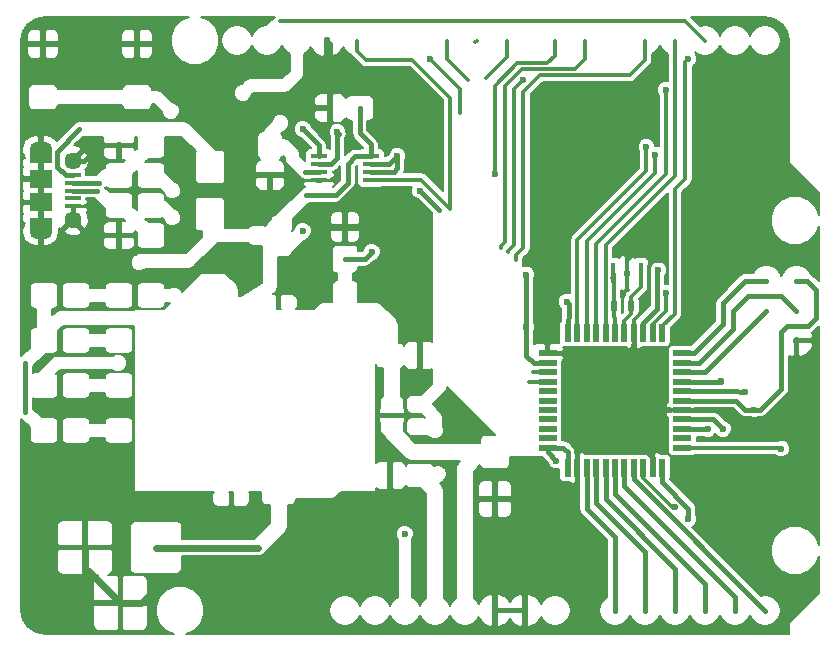
<source format=gbr>
G04 #@! TF.FileFunction,Copper,L1,Top,Signal*
%FSLAX46Y46*%
G04 Gerber Fmt 4.6, Leading zero omitted, Abs format (unit mm)*
G04 Created by KiCad (PCBNEW 4.0.7) date 09/19/18 21:44:26*
%MOMM*%
%LPD*%
G01*
G04 APERTURE LIST*
%ADD10C,0.100000*%
%ADD11R,0.400000X1.800000*%
%ADD12R,1.450000X0.450000*%
%ADD13R,1.500000X0.550000*%
%ADD14R,0.550000X1.500000*%
%ADD15R,1.900000X1.500000*%
%ADD16C,1.450000*%
%ADD17R,1.350000X0.400000*%
%ADD18O,1.900000X1.200000*%
%ADD19R,1.900000X1.200000*%
%ADD20R,0.500000X0.900000*%
%ADD21C,0.600000*%
%ADD22C,0.304800*%
%ADD23C,0.609600*%
%ADD24C,0.406400*%
%ADD25C,0.200000*%
G04 APERTURE END LIST*
D10*
D11*
X157296000Y-98425000D03*
X158496000Y-98425000D03*
X159696000Y-98425000D03*
D12*
X132420000Y-88560000D03*
X132420000Y-89210000D03*
X132420000Y-89860000D03*
X132420000Y-90510000D03*
X136820000Y-90510000D03*
X136820000Y-89860000D03*
X136820000Y-89210000D03*
X136820000Y-88560000D03*
D13*
X163180000Y-113220000D03*
X163180000Y-112420000D03*
X163180000Y-111620000D03*
X163180000Y-110820000D03*
X163180000Y-110020000D03*
X163180000Y-109220000D03*
X163180000Y-108420000D03*
X163180000Y-107620000D03*
X163180000Y-106820000D03*
X163180000Y-106020000D03*
X163180000Y-105220000D03*
D14*
X161480000Y-103520000D03*
X160680000Y-103520000D03*
X159880000Y-103520000D03*
X159080000Y-103520000D03*
X158280000Y-103520000D03*
X157480000Y-103520000D03*
X156680000Y-103520000D03*
X155880000Y-103520000D03*
X155080000Y-103520000D03*
X154280000Y-103520000D03*
X153480000Y-103520000D03*
D13*
X151780000Y-105220000D03*
X151780000Y-106020000D03*
X151780000Y-106820000D03*
X151780000Y-107620000D03*
X151780000Y-108420000D03*
X151780000Y-109220000D03*
X151780000Y-110020000D03*
X151780000Y-110820000D03*
X151780000Y-111620000D03*
X151780000Y-112420000D03*
X151780000Y-113220000D03*
D14*
X153480000Y-114920000D03*
X154280000Y-114920000D03*
X155080000Y-114920000D03*
X155880000Y-114920000D03*
X156680000Y-114920000D03*
X157480000Y-114920000D03*
X158280000Y-114920000D03*
X159080000Y-114920000D03*
X159880000Y-114920000D03*
X160680000Y-114920000D03*
X161480000Y-114920000D03*
D15*
X108870000Y-92440000D03*
D16*
X111570000Y-88940000D03*
D17*
X111570000Y-90790000D03*
X111570000Y-90140000D03*
X111570000Y-92740000D03*
X111570000Y-92090000D03*
X111570000Y-91440000D03*
D16*
X111570000Y-93940000D03*
D15*
X108870000Y-90440000D03*
D18*
X108870000Y-87940000D03*
X108870000Y-94940000D03*
D19*
X108870000Y-94340000D03*
X108870000Y-88540000D03*
D20*
X158865000Y-101219000D03*
X157365000Y-101219000D03*
D21*
X149733000Y-82042000D03*
X141859000Y-80264000D03*
X136906000Y-96647000D03*
X157480000Y-109220000D03*
X160147000Y-109220000D03*
X154305000Y-109093000D03*
X157353000Y-112903000D03*
X157480000Y-105220000D03*
X168719500Y-96583500D03*
X161798000Y-97409000D03*
X162560000Y-118237000D03*
X168529000Y-108458000D03*
X163703000Y-80264000D03*
X171577000Y-113284000D03*
X147320000Y-90043000D03*
X161798000Y-82931000D03*
X160147000Y-87757000D03*
X160909000Y-88392000D03*
X166497000Y-107569000D03*
X153416000Y-100838000D03*
X139700000Y-120523000D03*
X161798000Y-100076000D03*
X166624000Y-111633000D03*
X165354000Y-111633000D03*
X152527000Y-114300000D03*
X149987000Y-98552000D03*
X149987000Y-102997000D03*
X169291000Y-109982000D03*
X163703000Y-119253000D03*
X161163000Y-98171000D03*
X133985000Y-86487000D03*
X140970000Y-91440000D03*
X139065000Y-88519000D03*
X131064000Y-86233000D03*
X131064000Y-94869000D03*
D22*
X129159000Y-77089000D02*
X163449000Y-77089000D01*
X163449000Y-77089000D02*
X165100000Y-78740000D01*
D23*
X115618000Y-126366000D02*
X117347000Y-126366000D01*
X117347000Y-126366000D02*
X119253000Y-124460000D01*
X119253000Y-124460000D02*
X129560000Y-124460000D01*
X115618000Y-126366000D02*
X116966000Y-126366000D01*
X112618000Y-121666000D02*
X112618000Y-123366000D01*
X112618000Y-123366000D02*
X115618000Y-126366000D01*
D22*
X160020000Y-78740000D02*
X160020000Y-80391000D01*
X149098000Y-96901000D02*
X149098000Y-97282000D01*
X149733000Y-96266000D02*
X149098000Y-96901000D01*
X149733000Y-83058000D02*
X149733000Y-96266000D01*
X151130000Y-81661000D02*
X149733000Y-83058000D01*
X158750000Y-81661000D02*
X151130000Y-81661000D01*
X160020000Y-80391000D02*
X158750000Y-81661000D01*
X154940000Y-78740000D02*
X154940000Y-80264000D01*
X147828000Y-96266000D02*
X147828000Y-96139000D01*
X148209000Y-95758000D02*
X147828000Y-96139000D01*
X148209000Y-82550000D02*
X148209000Y-95758000D01*
X149609198Y-81149802D02*
X148209000Y-82550000D01*
X154054198Y-81149802D02*
X149609198Y-81149802D01*
X154940000Y-80264000D02*
X154054198Y-81149802D01*
X148336000Y-80137000D02*
X148336000Y-78740000D01*
X146558000Y-81915000D02*
X148336000Y-80137000D01*
X148971000Y-82804000D02*
X148971000Y-85979000D01*
X149733000Y-82042000D02*
X148971000Y-82804000D01*
X148463000Y-96647000D02*
X148463000Y-96520000D01*
X148971000Y-96012000D02*
X148971000Y-85979000D01*
X148463000Y-96520000D02*
X148971000Y-96012000D01*
X143256000Y-80264000D02*
X143256000Y-78740000D01*
X145034000Y-82042000D02*
X143256000Y-80264000D01*
X145669000Y-78867000D02*
X145796000Y-78740000D01*
X144399000Y-84836000D02*
X144399000Y-82804000D01*
X144399000Y-82804000D02*
X141859000Y-80264000D01*
D24*
X107569000Y-106045000D02*
X107569000Y-110189000D01*
D23*
X118618000Y-121666000D02*
X127254000Y-121666000D01*
D24*
X133370000Y-84455000D02*
X133370000Y-79014000D01*
X133370000Y-79014000D02*
X133096000Y-78740000D01*
D23*
X134620000Y-94535000D02*
X136699000Y-94535000D01*
X133176000Y-94535000D02*
X134620000Y-94535000D01*
X132334000Y-95377000D02*
X133176000Y-94535000D01*
D24*
X134620000Y-97235000D02*
X136318000Y-97235000D01*
X136318000Y-97235000D02*
X136906000Y-96647000D01*
X136906000Y-96647000D02*
X136859000Y-96600000D01*
X157480000Y-109220000D02*
X160147000Y-109220000D01*
X157480000Y-109220000D02*
X154432000Y-109220000D01*
X154432000Y-109220000D02*
X154305000Y-109093000D01*
X157480000Y-109220000D02*
X157480000Y-105220000D01*
X157353000Y-109347000D02*
X157480000Y-109220000D01*
X157353000Y-112903000D02*
X157353000Y-109347000D01*
X154280000Y-114920000D02*
X154280000Y-116738000D01*
X154280000Y-116738000D02*
X153448000Y-117570000D01*
D22*
X168719500Y-96583500D02*
X168783000Y-96647000D01*
X160782000Y-97409000D02*
X160655000Y-97409000D01*
X159004000Y-96901000D02*
X158496000Y-97409000D01*
X160147000Y-96901000D02*
X159004000Y-96901000D01*
X160655000Y-97409000D02*
X160147000Y-96901000D01*
X161798000Y-97409000D02*
X160782000Y-97409000D01*
X160782000Y-97409000D02*
X160401000Y-97790000D01*
X158496000Y-98425000D02*
X158496000Y-97409000D01*
X160401000Y-98298000D02*
X160401000Y-97790000D01*
X159080000Y-102413000D02*
X159080000Y-103520000D01*
X160401000Y-101092000D02*
X160401000Y-98298000D01*
X159080000Y-102413000D02*
X160401000Y-101092000D01*
D24*
X163180000Y-110020000D02*
X167043000Y-110020000D01*
X167043000Y-110020000D02*
X168148000Y-110998000D01*
X168148000Y-110998000D02*
X170307000Y-110998000D01*
X170307000Y-110998000D02*
X172847000Y-107823000D01*
X172847000Y-107823000D02*
X172847000Y-104140000D01*
X151780000Y-105220000D02*
X158559000Y-105220000D01*
X158559000Y-105220000D02*
X159080000Y-104699000D01*
X159080000Y-104699000D02*
X159080000Y-103520000D01*
X154280000Y-114920000D02*
X154280000Y-113690000D01*
X160680000Y-114071000D02*
X160680000Y-114920000D01*
X159512000Y-112903000D02*
X160680000Y-114071000D01*
X155067000Y-112903000D02*
X157353000Y-112903000D01*
X157353000Y-112903000D02*
X159512000Y-112903000D01*
X154280000Y-113690000D02*
X155067000Y-112903000D01*
X108870000Y-87940000D02*
X108870000Y-86899000D01*
X107569000Y-85598000D02*
X107569000Y-80511000D01*
X108870000Y-86899000D02*
X107569000Y-85598000D01*
X108870000Y-90440000D02*
X108870000Y-88540000D01*
X108870000Y-88540000D02*
X108870000Y-87940000D01*
X108870000Y-92440000D02*
X108870000Y-90440000D01*
X108870000Y-94940000D02*
X108870000Y-92440000D01*
X111570000Y-92740000D02*
X111570000Y-93940000D01*
X112880000Y-95250000D02*
X111570000Y-93940000D01*
X111570000Y-88940000D02*
X112482000Y-88940000D01*
X112482000Y-88940000D02*
X113792000Y-87630000D01*
D22*
X159880000Y-114920000D02*
X159880000Y-115811000D01*
X162306000Y-118237000D02*
X162560000Y-118237000D01*
X159880000Y-115811000D02*
X162306000Y-118237000D01*
D24*
X167348000Y-108420000D02*
X168529000Y-108458000D01*
X163180000Y-108420000D02*
X167348000Y-108420000D01*
D22*
X150508000Y-106820000D02*
X151780000Y-106820000D01*
X136820000Y-90510000D02*
X141056000Y-90510000D01*
X141056000Y-90510000D02*
X143510000Y-92964000D01*
X143510000Y-88392000D02*
X143510000Y-83566000D01*
X143510000Y-92329000D02*
X143510000Y-91567000D01*
X143510000Y-88392000D02*
X143510000Y-91567000D01*
X135636000Y-79629000D02*
X135636000Y-78740000D01*
X136398000Y-80391000D02*
X135636000Y-79629000D01*
X140335000Y-80391000D02*
X136398000Y-80391000D01*
X143510000Y-83566000D02*
X140335000Y-80391000D01*
X143510000Y-92964000D02*
X143510000Y-92329000D01*
X151780000Y-107620000D02*
X150165000Y-107620000D01*
X163449000Y-80518000D02*
X163449000Y-87376000D01*
X163703000Y-80264000D02*
X163449000Y-80518000D01*
X161480000Y-103520000D02*
X161480000Y-102934000D01*
X161480000Y-102934000D02*
X162560000Y-101854000D01*
X163449000Y-90424000D02*
X163449000Y-87376000D01*
X162560000Y-91313000D02*
X163449000Y-90424000D01*
X162560000Y-101854000D02*
X162560000Y-91313000D01*
X163449000Y-87376000D02*
X163449000Y-86360000D01*
X171577000Y-113284000D02*
X171513000Y-113220000D01*
X163180000Y-113220000D02*
X171513000Y-113220000D01*
X151765000Y-80645000D02*
X152400000Y-80010000D01*
X152400000Y-78740000D02*
X152400000Y-80010000D01*
X147320000Y-82550000D02*
X147320000Y-90043000D01*
X149225000Y-80645000D02*
X147320000Y-82550000D01*
X149225000Y-80645000D02*
X151765000Y-80645000D01*
X156680000Y-103520000D02*
X156680000Y-96050000D01*
X162560000Y-90170000D02*
X162560000Y-78740000D01*
X156680000Y-96050000D02*
X162560000Y-90170000D01*
X155880000Y-96266000D02*
X155880000Y-95961000D01*
X155880000Y-103520000D02*
X155880000Y-96266000D01*
X161798000Y-90043000D02*
X161798000Y-82931000D01*
X155880000Y-95961000D02*
X161798000Y-90043000D01*
X154305000Y-97409000D02*
X154305000Y-95631000D01*
X160147000Y-89789000D02*
X160147000Y-87757000D01*
X154305000Y-95631000D02*
X160147000Y-89789000D01*
X154305000Y-97409000D02*
X154280000Y-97409000D01*
X154280000Y-97409000D02*
X154305000Y-97409000D01*
X154305000Y-97409000D02*
X154280000Y-97409000D01*
X154280000Y-103520000D02*
X154280000Y-97409000D01*
X155080000Y-95745000D02*
X160909000Y-89916000D01*
X160909000Y-89916000D02*
X160909000Y-88392000D01*
X155080000Y-103520000D02*
X155080000Y-98031000D01*
X155080000Y-98031000D02*
X155080000Y-95745000D01*
D24*
X155080000Y-114920000D02*
X155080000Y-118377000D01*
X157480000Y-120777000D02*
X157480000Y-127000000D01*
X155080000Y-118377000D02*
X157480000Y-120777000D01*
X155880000Y-114920000D02*
X155880000Y-117907000D01*
X160020000Y-122047000D02*
X160020000Y-127000000D01*
X155880000Y-117907000D02*
X160020000Y-122047000D01*
X156680000Y-114920000D02*
X156680000Y-117564000D01*
X162560000Y-123444000D02*
X162560000Y-127000000D01*
X156680000Y-117564000D02*
X162560000Y-123444000D01*
X157480000Y-114920000D02*
X157480000Y-117094000D01*
X165100000Y-124714000D02*
X165100000Y-127000000D01*
X157480000Y-117094000D02*
X165100000Y-124714000D01*
X158280000Y-114920000D02*
X158280000Y-116497000D01*
X167640000Y-125857000D02*
X167640000Y-127000000D01*
X158280000Y-116497000D02*
X167640000Y-125857000D01*
X159080000Y-114920000D02*
X159080000Y-115900000D01*
X159080000Y-115900000D02*
X170180000Y-127000000D01*
X163180000Y-106820000D02*
X165087000Y-106820000D01*
X165087000Y-106820000D02*
X170307000Y-101600000D01*
X163180000Y-106020000D02*
X164617000Y-106020000D01*
X171577000Y-100330000D02*
X172847000Y-101600000D01*
X168783000Y-100330000D02*
X171577000Y-100330000D01*
X167513000Y-101600000D02*
X168783000Y-100330000D01*
X167513000Y-103124000D02*
X167513000Y-101600000D01*
X164617000Y-106020000D02*
X167513000Y-103124000D01*
X163180000Y-105220000D02*
X164147000Y-105220000D01*
X168529000Y-99060000D02*
X170307000Y-99060000D01*
X166624000Y-100965000D02*
X168529000Y-99060000D01*
X166624000Y-102743000D02*
X166624000Y-100965000D01*
X164147000Y-105220000D02*
X166624000Y-102743000D01*
X166497000Y-107569000D02*
X166446000Y-107620000D01*
X163180000Y-107620000D02*
X166446000Y-107620000D01*
X153416000Y-100838000D02*
X153607000Y-101029000D01*
X153607000Y-101029000D02*
X153480000Y-103520000D01*
D22*
X160680000Y-103520000D02*
X160680000Y-102718000D01*
X161798000Y-101600000D02*
X161798000Y-100076000D01*
X160680000Y-102718000D02*
X161798000Y-101600000D01*
D24*
X163180000Y-110820000D02*
X165811000Y-110820000D01*
X166624000Y-111633000D02*
X165811000Y-110820000D01*
X165354000Y-111633000D02*
X165341000Y-111620000D01*
X163180000Y-111620000D02*
X165341000Y-111620000D01*
X111570000Y-90140000D02*
X110968000Y-90140000D01*
X110968000Y-90140000D02*
X110236000Y-89408000D01*
X110236000Y-89408000D02*
X110236000Y-88138000D01*
X110236000Y-88138000D02*
X112141000Y-86233000D01*
X151780000Y-106020000D02*
X150597000Y-106020000D01*
X149987000Y-105410000D02*
X149987000Y-102997000D01*
X150597000Y-106020000D02*
X149987000Y-105410000D01*
X152527000Y-114300000D02*
X151780000Y-113553000D01*
X151780000Y-113220000D02*
X151780000Y-113553000D01*
X149987000Y-102997000D02*
X149987000Y-98552000D01*
X161480000Y-114920000D02*
X161480000Y-116141000D01*
X163703000Y-118364000D02*
X163703000Y-119253000D01*
X161480000Y-116141000D02*
X163703000Y-118364000D01*
X163703000Y-119253000D02*
X163576000Y-119126000D01*
X159880000Y-103520000D02*
X159880000Y-102629000D01*
X159880000Y-102629000D02*
X161036000Y-101473000D01*
X161036000Y-101473000D02*
X161036000Y-98298000D01*
X161036000Y-98298000D02*
X161163000Y-98171000D01*
X135468000Y-88560000D02*
X136820000Y-88560000D01*
X134874000Y-89154000D02*
X135468000Y-88560000D01*
X134874000Y-90805000D02*
X134874000Y-89154000D01*
X133858000Y-91821000D02*
X134874000Y-90805000D01*
X131318000Y-91821000D02*
X133858000Y-91821000D01*
X163180000Y-109220000D02*
X167767000Y-109220000D01*
X173736000Y-99060000D02*
X172847000Y-99060000D01*
X174498000Y-99822000D02*
X173736000Y-99060000D01*
X174498000Y-102235000D02*
X174498000Y-99822000D01*
X173863000Y-102870000D02*
X174498000Y-102235000D01*
X172085000Y-102870000D02*
X173863000Y-102870000D01*
X171577000Y-103378000D02*
X172085000Y-102870000D01*
X171577000Y-108204000D02*
X171577000Y-103378000D01*
X169799000Y-109982000D02*
X171577000Y-108204000D01*
X168529000Y-109982000D02*
X169291000Y-109982000D01*
X169291000Y-109982000D02*
X169799000Y-109982000D01*
X167767000Y-109220000D02*
X168529000Y-109982000D01*
X153480000Y-114920000D02*
X153480000Y-113602000D01*
X153098000Y-113220000D02*
X151780000Y-113220000D01*
X153480000Y-113602000D02*
X153098000Y-113220000D01*
X135870000Y-84455000D02*
X135870000Y-86594000D01*
X136820000Y-87544000D02*
X136820000Y-88560000D01*
X135870000Y-86594000D02*
X136820000Y-87544000D01*
X132420000Y-89860000D02*
X131262000Y-89860000D01*
X132420000Y-89210000D02*
X133449598Y-89210000D01*
X133985000Y-88674598D02*
X133985000Y-86487000D01*
X133449598Y-89210000D02*
X133985000Y-88674598D01*
X133985000Y-86487000D02*
X134112000Y-86614000D01*
X142621000Y-93091000D02*
X140970000Y-91440000D01*
X136820000Y-89210000D02*
X138374000Y-89210000D01*
X138374000Y-89210000D02*
X139065000Y-88519000D01*
X136820000Y-89860000D02*
X138740000Y-89860000D01*
X139065000Y-89535000D02*
X139065000Y-88519000D01*
X138740000Y-89860000D02*
X139065000Y-89535000D01*
D22*
X139065000Y-88519000D02*
X139009000Y-88575000D01*
D24*
X132420000Y-88560000D02*
X132420000Y-87589000D01*
X132420000Y-87589000D02*
X131064000Y-86233000D01*
X111570000Y-91440000D02*
X113665000Y-91440000D01*
X111570000Y-90790000D02*
X113807000Y-90790000D01*
D22*
X158865000Y-101219000D02*
X158865000Y-100469000D01*
X159696000Y-99638000D02*
X159696000Y-98425000D01*
X158865000Y-100469000D02*
X159696000Y-99638000D01*
X158280000Y-103520000D02*
X158280000Y-102451000D01*
X158865000Y-101866000D02*
X158865000Y-101219000D01*
X158280000Y-102451000D02*
X158865000Y-101866000D01*
X157365000Y-101219000D02*
X157365000Y-98494000D01*
X157365000Y-98494000D02*
X157296000Y-98425000D01*
X157480000Y-103520000D02*
X157480000Y-102235000D01*
X157365000Y-102120000D02*
X157365000Y-101219000D01*
X157480000Y-102235000D02*
X157365000Y-102120000D01*
X157238000Y-98864000D02*
X157296000Y-98806000D01*
D25*
G36*
X170947171Y-76887885D02*
X171597548Y-77322453D01*
X172032115Y-77972829D01*
X172195000Y-78791706D01*
X172195000Y-88900000D01*
X172234963Y-89100909D01*
X172348769Y-89271231D01*
X174735000Y-91657462D01*
X174735000Y-93488453D01*
X174458919Y-92820285D01*
X173882748Y-92243108D01*
X173129559Y-91930357D01*
X172314019Y-91929645D01*
X171560285Y-92241081D01*
X170983108Y-92817252D01*
X170670357Y-93570441D01*
X170669645Y-94385981D01*
X170981081Y-95139715D01*
X171557252Y-95716892D01*
X172310441Y-96029643D01*
X173125981Y-96030355D01*
X173879715Y-95718919D01*
X174456892Y-95142748D01*
X174735000Y-94472989D01*
X174735000Y-99135236D01*
X174197882Y-98598118D01*
X174045643Y-98496395D01*
X173801590Y-98131145D01*
X173375428Y-97846392D01*
X172872735Y-97746400D01*
X172821265Y-97746400D01*
X172318572Y-97846392D01*
X171892410Y-98131145D01*
X171607657Y-98557307D01*
X171577000Y-98711430D01*
X171546343Y-98557307D01*
X171261590Y-98131145D01*
X170835428Y-97846392D01*
X170332735Y-97746400D01*
X170281265Y-97746400D01*
X169778572Y-97846392D01*
X169352410Y-98131145D01*
X169168223Y-98406800D01*
X168529000Y-98406800D01*
X168279031Y-98456522D01*
X168128196Y-98557307D01*
X168067118Y-98598118D01*
X166162118Y-100503118D01*
X166020522Y-100715031D01*
X165970800Y-100965000D01*
X165970800Y-102472436D01*
X163952496Y-104490740D01*
X163930000Y-104486184D01*
X162430000Y-104486184D01*
X162263240Y-104517562D01*
X162110081Y-104616117D01*
X162007332Y-104766495D01*
X161971184Y-104945000D01*
X161971184Y-105495000D01*
X161995568Y-105624589D01*
X161971184Y-105745000D01*
X161971184Y-106295000D01*
X161995568Y-106424589D01*
X161971184Y-106545000D01*
X161971184Y-107095000D01*
X161995568Y-107224589D01*
X161971184Y-107345000D01*
X161971184Y-107895000D01*
X161995568Y-108024589D01*
X161971184Y-108145000D01*
X161971184Y-108695000D01*
X161995568Y-108824589D01*
X161971184Y-108945000D01*
X161971184Y-109343974D01*
X161914562Y-109400596D01*
X161822000Y-109624062D01*
X161822000Y-109730500D01*
X161974000Y-109882500D01*
X162200025Y-109882500D01*
X162251495Y-109917668D01*
X162430000Y-109953816D01*
X163930000Y-109953816D01*
X164096760Y-109922438D01*
X164158825Y-109882500D01*
X164386000Y-109882500D01*
X164395300Y-109873200D01*
X167496436Y-109873200D01*
X168067118Y-110443882D01*
X168279031Y-110585478D01*
X168529000Y-110635200D01*
X168908357Y-110635200D01*
X169141161Y-110731869D01*
X169439530Y-110732130D01*
X169674117Y-110635200D01*
X169799000Y-110635200D01*
X170048969Y-110585478D01*
X170260882Y-110443882D01*
X172038882Y-108665882D01*
X172093720Y-108583811D01*
X172180478Y-108453969D01*
X172230200Y-108204000D01*
X172230200Y-105445130D01*
X172465949Y-105561423D01*
X172693000Y-105451532D01*
X172693000Y-104294000D01*
X173001000Y-104294000D01*
X173001000Y-105451532D01*
X173228051Y-105561423D01*
X173743000Y-105307402D01*
X174121541Y-104875654D01*
X174268411Y-104521049D01*
X174157583Y-104294000D01*
X173001000Y-104294000D01*
X172693000Y-104294000D01*
X172673000Y-104294000D01*
X172673000Y-103986000D01*
X172693000Y-103986000D01*
X172693000Y-103966000D01*
X173001000Y-103966000D01*
X173001000Y-103986000D01*
X174157583Y-103986000D01*
X174268411Y-103758951D01*
X174142110Y-103454007D01*
X174324882Y-103331882D01*
X174735000Y-102921764D01*
X174735000Y-121428453D01*
X174458919Y-120760285D01*
X173882748Y-120183108D01*
X173129559Y-119870357D01*
X172314019Y-119869645D01*
X171560285Y-120181081D01*
X170983108Y-120757252D01*
X170670357Y-121510441D01*
X170669645Y-122325981D01*
X170981081Y-123079715D01*
X171557252Y-123656892D01*
X172310441Y-123969643D01*
X173125981Y-123970355D01*
X173879715Y-123658919D01*
X174456892Y-123082748D01*
X174735000Y-122412989D01*
X174735000Y-125512538D01*
X172348769Y-127898769D01*
X172234963Y-128069091D01*
X172195000Y-128270000D01*
X172195000Y-129015000D01*
X121141547Y-129015000D01*
X121809715Y-128738919D01*
X122386892Y-128162748D01*
X122699643Y-127409559D01*
X122700355Y-126594019D01*
X122388919Y-125840285D01*
X121812748Y-125263108D01*
X121059559Y-124950357D01*
X120244019Y-124949645D01*
X119490285Y-125261081D01*
X118913108Y-125837252D01*
X118600357Y-126590441D01*
X118599645Y-127405981D01*
X118911081Y-128159715D01*
X119487252Y-128736892D01*
X120157011Y-129015000D01*
X109271706Y-129015000D01*
X108452829Y-128852115D01*
X107802453Y-128417548D01*
X107367885Y-127767171D01*
X107205000Y-126948294D01*
X107205000Y-126672000D01*
X113260000Y-126672000D01*
X113260000Y-128236938D01*
X113352562Y-128460404D01*
X113523595Y-128631437D01*
X113747061Y-128724000D01*
X115312000Y-128724000D01*
X115464000Y-128572000D01*
X115464000Y-126520000D01*
X115772000Y-126520000D01*
X115772000Y-128572000D01*
X115924000Y-128724000D01*
X117488939Y-128724000D01*
X117712405Y-128631437D01*
X117883438Y-128460404D01*
X117976000Y-128236938D01*
X117976000Y-126672000D01*
X117824000Y-126520000D01*
X115772000Y-126520000D01*
X115464000Y-126520000D01*
X113412000Y-126520000D01*
X113260000Y-126672000D01*
X107205000Y-126672000D01*
X107205000Y-121972000D01*
X110260000Y-121972000D01*
X110260000Y-123536938D01*
X110352562Y-123760404D01*
X110523595Y-123931437D01*
X110747061Y-124024000D01*
X112312000Y-124024000D01*
X112464000Y-123872000D01*
X112464000Y-121820000D01*
X112772000Y-121820000D01*
X112772000Y-123872000D01*
X112924000Y-124024000D01*
X113708434Y-124024000D01*
X113523595Y-124100563D01*
X113352562Y-124271596D01*
X113260000Y-124495062D01*
X113260000Y-126060000D01*
X113412000Y-126212000D01*
X115464000Y-126212000D01*
X115464000Y-124160000D01*
X115772000Y-124160000D01*
X115772000Y-126212000D01*
X117824000Y-126212000D01*
X117976000Y-126060000D01*
X117976000Y-124495062D01*
X117883438Y-124271596D01*
X117712405Y-124100563D01*
X117488939Y-124008000D01*
X115924000Y-124008000D01*
X115772000Y-124160000D01*
X115464000Y-124160000D01*
X115312000Y-124008000D01*
X114527566Y-124008000D01*
X114712405Y-123931437D01*
X114883438Y-123760404D01*
X114976000Y-123536938D01*
X114976000Y-121972000D01*
X114824000Y-121820000D01*
X112772000Y-121820000D01*
X112464000Y-121820000D01*
X110412000Y-121820000D01*
X110260000Y-121972000D01*
X107205000Y-121972000D01*
X107205000Y-119795062D01*
X110260000Y-119795062D01*
X110260000Y-121360000D01*
X110412000Y-121512000D01*
X112464000Y-121512000D01*
X112464000Y-119460000D01*
X112772000Y-119460000D01*
X112772000Y-121512000D01*
X114824000Y-121512000D01*
X114976000Y-121360000D01*
X114976000Y-119795062D01*
X114883438Y-119571596D01*
X114712405Y-119400563D01*
X114488939Y-119308000D01*
X112924000Y-119308000D01*
X112772000Y-119460000D01*
X112464000Y-119460000D01*
X112312000Y-119308000D01*
X110747061Y-119308000D01*
X110523595Y-119400563D01*
X110352562Y-119571596D01*
X110260000Y-119795062D01*
X107205000Y-119795062D01*
X107205000Y-110748764D01*
X107931184Y-111474948D01*
X107931184Y-112410000D01*
X107962562Y-112576760D01*
X108061117Y-112729919D01*
X108211495Y-112832668D01*
X108390000Y-112868816D01*
X109890000Y-112868816D01*
X110056760Y-112837438D01*
X110209919Y-112738883D01*
X110312668Y-112588505D01*
X110348816Y-112410000D01*
X110348816Y-111110000D01*
X110631184Y-111110000D01*
X110631184Y-112410000D01*
X110662562Y-112576760D01*
X110761117Y-112729919D01*
X110911495Y-112832668D01*
X111090000Y-112868816D01*
X112590000Y-112868816D01*
X112756760Y-112837438D01*
X112909919Y-112738883D01*
X113012668Y-112588505D01*
X113048168Y-112413200D01*
X114281786Y-112413200D01*
X114312562Y-112576760D01*
X114411117Y-112729919D01*
X114561495Y-112832668D01*
X114740000Y-112868816D01*
X116240000Y-112868816D01*
X116406760Y-112837438D01*
X116559919Y-112738883D01*
X116662668Y-112588505D01*
X116698816Y-112410000D01*
X116698816Y-111110000D01*
X116667438Y-110943240D01*
X116568883Y-110790081D01*
X116418505Y-110687332D01*
X116240000Y-110651184D01*
X114740000Y-110651184D01*
X114573240Y-110682562D01*
X114420081Y-110781117D01*
X114317332Y-110931495D01*
X114281832Y-111106800D01*
X113048214Y-111106800D01*
X113017438Y-110943240D01*
X112918883Y-110790081D01*
X112768505Y-110687332D01*
X112590000Y-110651184D01*
X111090000Y-110651184D01*
X110923240Y-110682562D01*
X110770081Y-110781117D01*
X110667332Y-110931495D01*
X110631184Y-111110000D01*
X110348816Y-111110000D01*
X110317438Y-110943240D01*
X110218883Y-110790081D01*
X110068505Y-110687332D01*
X109890000Y-110651184D01*
X108954948Y-110651184D01*
X108222200Y-109918436D01*
X108222200Y-109024836D01*
X108390000Y-109058816D01*
X109890000Y-109058816D01*
X110056760Y-109027438D01*
X110209919Y-108928883D01*
X110312668Y-108778505D01*
X110348816Y-108600000D01*
X110348816Y-107300000D01*
X110631184Y-107300000D01*
X110631184Y-108600000D01*
X110662562Y-108766760D01*
X110761117Y-108919919D01*
X110911495Y-109022668D01*
X111090000Y-109058816D01*
X112590000Y-109058816D01*
X112756760Y-109027438D01*
X112909919Y-108928883D01*
X113012668Y-108778505D01*
X113048168Y-108603200D01*
X114281786Y-108603200D01*
X114312562Y-108766760D01*
X114411117Y-108919919D01*
X114561495Y-109022668D01*
X114740000Y-109058816D01*
X116240000Y-109058816D01*
X116406760Y-109027438D01*
X116559919Y-108928883D01*
X116662668Y-108778505D01*
X116698816Y-108600000D01*
X116698816Y-107300000D01*
X116667438Y-107133240D01*
X116568883Y-106980081D01*
X116418505Y-106877332D01*
X116240000Y-106841184D01*
X114740000Y-106841184D01*
X114573240Y-106872562D01*
X114420081Y-106971117D01*
X114317332Y-107121495D01*
X114281832Y-107296800D01*
X113048214Y-107296800D01*
X113017438Y-107133240D01*
X112918883Y-106980081D01*
X112768505Y-106877332D01*
X112590000Y-106841184D01*
X111090000Y-106841184D01*
X110923240Y-106872562D01*
X110770081Y-106971117D01*
X110667332Y-107121495D01*
X110631184Y-107300000D01*
X110348816Y-107300000D01*
X110317438Y-107133240D01*
X110218883Y-106980081D01*
X110179649Y-106953273D01*
X110485522Y-106647400D01*
X114984615Y-106647400D01*
X115017605Y-106680448D01*
X115293161Y-106794869D01*
X115591530Y-106795130D01*
X115867286Y-106681189D01*
X116078448Y-106470395D01*
X116192869Y-106194839D01*
X116193130Y-105896470D01*
X116079189Y-105620714D01*
X115868395Y-105409552D01*
X115592839Y-105295131D01*
X115294470Y-105294870D01*
X115018714Y-105408811D01*
X114984866Y-105442600D01*
X110236000Y-105442600D01*
X110005471Y-105488455D01*
X109810039Y-105619039D01*
X108714039Y-106715039D01*
X108629751Y-106841184D01*
X108390000Y-106841184D01*
X108223240Y-106872562D01*
X108222200Y-106873231D01*
X108222200Y-106315564D01*
X109288948Y-105248816D01*
X109890000Y-105248816D01*
X110056760Y-105217438D01*
X110209919Y-105118883D01*
X110312668Y-104968505D01*
X110348816Y-104790000D01*
X110348816Y-103490000D01*
X110631184Y-103490000D01*
X110631184Y-104790000D01*
X110662562Y-104956760D01*
X110761117Y-105109919D01*
X110911495Y-105212668D01*
X111090000Y-105248816D01*
X112590000Y-105248816D01*
X112756760Y-105217438D01*
X112909919Y-105118883D01*
X113012668Y-104968505D01*
X113048168Y-104793200D01*
X114281786Y-104793200D01*
X114312562Y-104956760D01*
X114411117Y-105109919D01*
X114561495Y-105212668D01*
X114740000Y-105248816D01*
X116240000Y-105248816D01*
X116406760Y-105217438D01*
X116559919Y-105118883D01*
X116662668Y-104968505D01*
X116698816Y-104790000D01*
X116698816Y-103490000D01*
X116667438Y-103323240D01*
X116568883Y-103170081D01*
X116418505Y-103067332D01*
X116240000Y-103031184D01*
X114740000Y-103031184D01*
X114573240Y-103062562D01*
X114420081Y-103161117D01*
X114317332Y-103311495D01*
X114281832Y-103486800D01*
X113048214Y-103486800D01*
X113017438Y-103323240D01*
X112918883Y-103170081D01*
X112768505Y-103067332D01*
X112590000Y-103031184D01*
X111090000Y-103031184D01*
X110923240Y-103062562D01*
X110770081Y-103161117D01*
X110667332Y-103311495D01*
X110631184Y-103490000D01*
X110348816Y-103490000D01*
X110318719Y-103330045D01*
X110760564Y-102888200D01*
X116740000Y-102888200D01*
X116740000Y-116840000D01*
X116747879Y-116878906D01*
X116770273Y-116911681D01*
X116803654Y-116933161D01*
X116840000Y-116940000D01*
X123392000Y-116940000D01*
X123392000Y-116994002D01*
X123543998Y-116994002D01*
X123392000Y-117146000D01*
X123392000Y-117760938D01*
X123484562Y-117984404D01*
X123655595Y-118155437D01*
X123879061Y-118248000D01*
X124694000Y-118248000D01*
X124846000Y-118096000D01*
X124846000Y-116994000D01*
X124826000Y-116994000D01*
X124826000Y-116940000D01*
X125174000Y-116940000D01*
X125174000Y-116994000D01*
X125154000Y-116994000D01*
X125154000Y-118096000D01*
X125306000Y-118248000D01*
X126120939Y-118248000D01*
X126344405Y-118155437D01*
X126515438Y-117984404D01*
X126608000Y-117760938D01*
X126608000Y-117146000D01*
X126456002Y-116994002D01*
X126608000Y-116994002D01*
X126608000Y-116940000D01*
X127541184Y-116940000D01*
X127541184Y-117640000D01*
X127572562Y-117806760D01*
X127671117Y-117959919D01*
X127821495Y-118062668D01*
X128000000Y-118098816D01*
X128245200Y-118098816D01*
X128245200Y-119607352D01*
X126941352Y-120911200D01*
X120826816Y-120911200D01*
X120826816Y-119916000D01*
X120795438Y-119749240D01*
X120696883Y-119596081D01*
X120546505Y-119493332D01*
X120368000Y-119457184D01*
X116868000Y-119457184D01*
X116701240Y-119488562D01*
X116548081Y-119587117D01*
X116445332Y-119737495D01*
X116409184Y-119916000D01*
X116409184Y-123416000D01*
X116440562Y-123582760D01*
X116539117Y-123735919D01*
X116689495Y-123838668D01*
X116868000Y-123874816D01*
X120368000Y-123874816D01*
X120534760Y-123843438D01*
X120687919Y-123744883D01*
X120790668Y-123594505D01*
X120826816Y-123416000D01*
X120826816Y-122420800D01*
X127254000Y-122420800D01*
X127542850Y-122363344D01*
X127787724Y-122199724D01*
X129533724Y-120453724D01*
X129697344Y-120208849D01*
X129754800Y-119920000D01*
X129754800Y-118098816D01*
X130000000Y-118098816D01*
X130166760Y-118067438D01*
X130319919Y-117968883D01*
X130422668Y-117818505D01*
X130458816Y-117640000D01*
X130458816Y-117594800D01*
X133350000Y-117594800D01*
X133638850Y-117537344D01*
X133883724Y-117373724D01*
X134317448Y-116940000D01*
X137160000Y-116940000D01*
X137198906Y-116932121D01*
X137231681Y-116909727D01*
X137253161Y-116876346D01*
X137260000Y-116840000D01*
X137260000Y-116614842D01*
X137355595Y-116710437D01*
X137579061Y-116803000D01*
X138144000Y-116803000D01*
X138296000Y-116651000D01*
X138296000Y-115724000D01*
X138276000Y-115724000D01*
X138276000Y-115416000D01*
X138296000Y-115416000D01*
X138296000Y-114489000D01*
X138144000Y-114337000D01*
X137579061Y-114337000D01*
X137355595Y-114429563D01*
X137260000Y-114525158D01*
X137260000Y-106164800D01*
X137265608Y-106164800D01*
X137272562Y-106201760D01*
X137371117Y-106354919D01*
X137521495Y-106457668D01*
X137700000Y-106493816D01*
X137845200Y-106493816D01*
X137845200Y-108824910D01*
X137750081Y-108886117D01*
X137647332Y-109036495D01*
X137611184Y-109215000D01*
X137611184Y-109763974D01*
X137554562Y-109820596D01*
X137462000Y-110044062D01*
X137462000Y-110184000D01*
X137614000Y-110336000D01*
X138446000Y-110336000D01*
X138446000Y-110323816D01*
X138754000Y-110323816D01*
X138754000Y-110336000D01*
X139586000Y-110336000D01*
X139738000Y-110184000D01*
X139738000Y-110044062D01*
X139645438Y-109820596D01*
X139588816Y-109763974D01*
X139588816Y-109215000D01*
X139557438Y-109048240D01*
X139458883Y-108895081D01*
X139354800Y-108823964D01*
X139354800Y-106464688D01*
X139366760Y-106462438D01*
X139519919Y-106363883D01*
X139618420Y-106219722D01*
X139684562Y-106379404D01*
X139855595Y-106550437D01*
X140079061Y-106643000D01*
X140644000Y-106643000D01*
X140796000Y-106491000D01*
X140796000Y-105564000D01*
X140776000Y-105564000D01*
X140776000Y-105256000D01*
X140796000Y-105256000D01*
X140796000Y-104329000D01*
X140644000Y-104177000D01*
X140079061Y-104177000D01*
X139855595Y-104269563D01*
X139684562Y-104440596D01*
X139617425Y-104602680D01*
X139528883Y-104465081D01*
X139378505Y-104362332D01*
X139204800Y-104327156D01*
X139204800Y-102890000D01*
X139147344Y-102601151D01*
X139058643Y-102468400D01*
X138983724Y-102356275D01*
X137693724Y-101066276D01*
X137448850Y-100902656D01*
X137160000Y-100845200D01*
X135728816Y-100845200D01*
X135728816Y-99500000D01*
X135697438Y-99333240D01*
X135598883Y-99180081D01*
X135448505Y-99077332D01*
X135273200Y-99041832D01*
X135273200Y-98443214D01*
X135436760Y-98412438D01*
X135589919Y-98313883D01*
X135692668Y-98163505D01*
X135728816Y-97985000D01*
X135728816Y-97888200D01*
X136318000Y-97888200D01*
X136567969Y-97838478D01*
X136779882Y-97696882D01*
X137097311Y-97379453D01*
X137330286Y-97283189D01*
X137541448Y-97072395D01*
X137655869Y-96796839D01*
X137656130Y-96498470D01*
X137542189Y-96222714D01*
X137331395Y-96011552D01*
X137055839Y-95897131D01*
X136757470Y-95896870D01*
X136481714Y-96010811D01*
X136270552Y-96221605D01*
X136173213Y-96456023D01*
X136047436Y-96581800D01*
X135728816Y-96581800D01*
X135728816Y-96485000D01*
X135697438Y-96318240D01*
X135598883Y-96165081D01*
X135448505Y-96062332D01*
X135270000Y-96026184D01*
X133970000Y-96026184D01*
X133803240Y-96057562D01*
X133650081Y-96156117D01*
X133547332Y-96306495D01*
X133511184Y-96485000D01*
X133511184Y-97985000D01*
X133542562Y-98151760D01*
X133641117Y-98304919D01*
X133791495Y-98407668D01*
X133966800Y-98443168D01*
X133966800Y-99041786D01*
X133803240Y-99072562D01*
X133650081Y-99171117D01*
X133547332Y-99321495D01*
X133511184Y-99500000D01*
X133511184Y-100845200D01*
X132969000Y-100845200D01*
X132680151Y-100902656D01*
X132435276Y-101066276D01*
X132001552Y-101500000D01*
X130608000Y-101500000D01*
X130608000Y-101445998D01*
X130456002Y-101445998D01*
X130608000Y-101294000D01*
X130608000Y-100679062D01*
X130515438Y-100455596D01*
X130344405Y-100284563D01*
X130120939Y-100192000D01*
X129306000Y-100192000D01*
X129154000Y-100344000D01*
X129154000Y-101446000D01*
X129174000Y-101446000D01*
X129174000Y-101500000D01*
X128826000Y-101500000D01*
X128826000Y-101446000D01*
X128846000Y-101446000D01*
X128846000Y-100344000D01*
X128694000Y-100192000D01*
X128553980Y-100192000D01*
X128610818Y-100157237D01*
X128667619Y-100104822D01*
X128731882Y-100061882D01*
X128760398Y-100019205D01*
X128798120Y-99984395D01*
X128830538Y-99914233D01*
X128873478Y-99849969D01*
X128883492Y-99799626D01*
X128905021Y-99753031D01*
X128908122Y-99675803D01*
X128923200Y-99600000D01*
X128923200Y-97058816D01*
X129720000Y-97058816D01*
X129886760Y-97027438D01*
X130039919Y-96928883D01*
X130142668Y-96778505D01*
X130161810Y-96683980D01*
X130194882Y-96661882D01*
X131255311Y-95601453D01*
X131488286Y-95505189D01*
X131699448Y-95294395D01*
X131813869Y-95018839D01*
X131814024Y-94841000D01*
X133362000Y-94841000D01*
X133362000Y-95405939D01*
X133454563Y-95629405D01*
X133625596Y-95800438D01*
X133849062Y-95893000D01*
X134314000Y-95893000D01*
X134466000Y-95741000D01*
X134466000Y-94689000D01*
X134774000Y-94689000D01*
X134774000Y-95741000D01*
X134926000Y-95893000D01*
X135390938Y-95893000D01*
X135614404Y-95800438D01*
X135785437Y-95629405D01*
X135878000Y-95405939D01*
X135878000Y-94841000D01*
X135726000Y-94689000D01*
X134774000Y-94689000D01*
X134466000Y-94689000D01*
X133514000Y-94689000D01*
X133362000Y-94841000D01*
X131814024Y-94841000D01*
X131814130Y-94720470D01*
X131700189Y-94444714D01*
X131489395Y-94233552D01*
X131213839Y-94119131D01*
X130915470Y-94118870D01*
X130639714Y-94232811D01*
X130428552Y-94443605D01*
X130331213Y-94678023D01*
X130145699Y-94863537D01*
X130178816Y-94700000D01*
X130178816Y-93900000D01*
X130176274Y-93886490D01*
X130398703Y-93664061D01*
X133362000Y-93664061D01*
X133362000Y-94229000D01*
X133514000Y-94381000D01*
X134466000Y-94381000D01*
X134466000Y-93329000D01*
X134774000Y-93329000D01*
X134774000Y-94381000D01*
X135726000Y-94381000D01*
X135878000Y-94229000D01*
X135878000Y-93664061D01*
X135785437Y-93440595D01*
X135614404Y-93269562D01*
X135390938Y-93177000D01*
X134926000Y-93177000D01*
X134774000Y-93329000D01*
X134466000Y-93329000D01*
X134314000Y-93177000D01*
X133849062Y-93177000D01*
X133625596Y-93269562D01*
X133454563Y-93440595D01*
X133362000Y-93664061D01*
X130398703Y-93664061D01*
X131588564Y-92474200D01*
X133858000Y-92474200D01*
X134107969Y-92424478D01*
X134319882Y-92282882D01*
X135335882Y-91266882D01*
X135477478Y-91054969D01*
X135527200Y-90805000D01*
X135527200Y-89424564D01*
X135636184Y-89315580D01*
X135636184Y-89435000D01*
X135655691Y-89538671D01*
X135636184Y-89635000D01*
X135636184Y-90085000D01*
X135655691Y-90188671D01*
X135636184Y-90285000D01*
X135636184Y-90735000D01*
X135667562Y-90901760D01*
X135766117Y-91054919D01*
X135916495Y-91157668D01*
X136095000Y-91193816D01*
X137545000Y-91193816D01*
X137711760Y-91162438D01*
X137789521Y-91112400D01*
X140293944Y-91112400D01*
X140220131Y-91290161D01*
X140219870Y-91588530D01*
X140333811Y-91864286D01*
X140544605Y-92075448D01*
X140779023Y-92172787D01*
X141967800Y-93361564D01*
X141967800Y-104237832D01*
X141820939Y-104177000D01*
X141256000Y-104177000D01*
X141104000Y-104329000D01*
X141104000Y-105256000D01*
X141124000Y-105256000D01*
X141124000Y-105564000D01*
X141104000Y-105564000D01*
X141104000Y-106491000D01*
X141256000Y-106643000D01*
X141820939Y-106643000D01*
X141967800Y-106582168D01*
X141967800Y-107806436D01*
X141018052Y-108756184D01*
X140270000Y-108756184D01*
X140103240Y-108787562D01*
X139950081Y-108886117D01*
X139847332Y-109036495D01*
X139811184Y-109215000D01*
X139811184Y-109865000D01*
X139842562Y-110031760D01*
X139941117Y-110184919D01*
X140091495Y-110287668D01*
X140270000Y-110323816D01*
X141023052Y-110323816D01*
X141361875Y-110662639D01*
X141330000Y-110656184D01*
X140270000Y-110656184D01*
X140103240Y-110687562D01*
X139950081Y-110786117D01*
X139847332Y-110936495D01*
X139811184Y-111115000D01*
X139811184Y-111765000D01*
X139842562Y-111931760D01*
X139941117Y-112084919D01*
X140091495Y-112187668D01*
X140270000Y-112223816D01*
X141330000Y-112223816D01*
X141496760Y-112192438D01*
X141583987Y-112136309D01*
X141603811Y-112184286D01*
X141814605Y-112395448D01*
X142090161Y-112509869D01*
X142388530Y-112510130D01*
X142664286Y-112396189D01*
X142875448Y-112185395D01*
X142989869Y-111909839D01*
X142990130Y-111611470D01*
X142893200Y-111376883D01*
X142893200Y-110617000D01*
X142843478Y-110367031D01*
X142701882Y-110155118D01*
X142084264Y-109537500D01*
X143082882Y-108538882D01*
X143224478Y-108326969D01*
X143235173Y-108273200D01*
X143274200Y-108077000D01*
X143274200Y-108058122D01*
X147327262Y-112111184D01*
X146520000Y-112111184D01*
X146353240Y-112142562D01*
X146200081Y-112241117D01*
X146097332Y-112391495D01*
X146061184Y-112570000D01*
X146061184Y-112815200D01*
X141566028Y-112815200D01*
X141500839Y-112788131D01*
X141375237Y-112788021D01*
X141351000Y-112783200D01*
X141326975Y-112787979D01*
X141202470Y-112787870D01*
X141136327Y-112815200D01*
X140552648Y-112815200D01*
X139574271Y-111836823D01*
X139588816Y-111765000D01*
X139588816Y-111216026D01*
X139645438Y-111159404D01*
X139738000Y-110935938D01*
X139738000Y-110796000D01*
X139586000Y-110644000D01*
X138754000Y-110644000D01*
X138754000Y-110656184D01*
X138446000Y-110656184D01*
X138446000Y-110644000D01*
X137614000Y-110644000D01*
X137462000Y-110796000D01*
X137462000Y-110935938D01*
X137554562Y-111159404D01*
X137611184Y-111216026D01*
X137611184Y-111765000D01*
X137642562Y-111931760D01*
X137741117Y-112084919D01*
X137891495Y-112187668D01*
X137896662Y-112188714D01*
X137902656Y-112218850D01*
X138066276Y-112463724D01*
X139706276Y-114103724D01*
X139951150Y-114267344D01*
X139986000Y-114274276D01*
X140240000Y-114324800D01*
X144322752Y-114324800D01*
X144246276Y-114401276D01*
X144082656Y-114646150D01*
X144050551Y-114807552D01*
X144025200Y-114935000D01*
X144025200Y-125937649D01*
X143825410Y-126071145D01*
X143540657Y-126497307D01*
X143510000Y-126651430D01*
X143479343Y-126497307D01*
X143194590Y-126071145D01*
X142994800Y-125937649D01*
X142994800Y-116860000D01*
X142937344Y-116571151D01*
X142855766Y-116449061D01*
X142773724Y-116326275D01*
X142691184Y-116243735D01*
X142900724Y-116103724D01*
X143027724Y-115976724D01*
X143041334Y-115956356D01*
X143129448Y-115868395D01*
X143177614Y-115752398D01*
X143191344Y-115731850D01*
X143196123Y-115707824D01*
X143243869Y-115592839D01*
X143243979Y-115467237D01*
X143248800Y-115443000D01*
X143244021Y-115418975D01*
X143244130Y-115294470D01*
X143196165Y-115178386D01*
X143191344Y-115154151D01*
X143177736Y-115133784D01*
X143130189Y-115018714D01*
X143041453Y-114929823D01*
X143027724Y-114909276D01*
X143007356Y-114895667D01*
X142919395Y-114807552D01*
X142803396Y-114759385D01*
X142782849Y-114745656D01*
X142758824Y-114740877D01*
X142643839Y-114693131D01*
X142518237Y-114693021D01*
X142494000Y-114688200D01*
X142469975Y-114692979D01*
X142345470Y-114692870D01*
X142229387Y-114740835D01*
X142205150Y-114745656D01*
X142184782Y-114759265D01*
X142128262Y-114782619D01*
X142127438Y-114778240D01*
X142028883Y-114625081D01*
X141878505Y-114522332D01*
X141700000Y-114486184D01*
X140200000Y-114486184D01*
X140033240Y-114517562D01*
X139880081Y-114616117D01*
X139781580Y-114760278D01*
X139715438Y-114600596D01*
X139544405Y-114429563D01*
X139320939Y-114337000D01*
X138756000Y-114337000D01*
X138604000Y-114489000D01*
X138604000Y-115416000D01*
X138624000Y-115416000D01*
X138624000Y-115724000D01*
X138604000Y-115724000D01*
X138604000Y-116651000D01*
X138756000Y-116803000D01*
X139320939Y-116803000D01*
X139544405Y-116710437D01*
X139715438Y-116539404D01*
X139782575Y-116377320D01*
X139871117Y-116514919D01*
X140021495Y-116617668D01*
X140200000Y-116653816D01*
X140966368Y-116653816D01*
X141485200Y-117172649D01*
X141485200Y-125937649D01*
X141285410Y-126071145D01*
X141000657Y-126497307D01*
X140970000Y-126651430D01*
X140939343Y-126497307D01*
X140654590Y-126071145D01*
X140302400Y-125835819D01*
X140302400Y-120981385D01*
X140335448Y-120948395D01*
X140449869Y-120672839D01*
X140450130Y-120374470D01*
X140336189Y-120098714D01*
X140125395Y-119887552D01*
X139849839Y-119773131D01*
X139551470Y-119772870D01*
X139275714Y-119886811D01*
X139064552Y-120097605D01*
X138950131Y-120373161D01*
X138949870Y-120671530D01*
X139063811Y-120947286D01*
X139097600Y-120981134D01*
X139097600Y-125835819D01*
X138745410Y-126071145D01*
X138460657Y-126497307D01*
X138430000Y-126651430D01*
X138399343Y-126497307D01*
X138114590Y-126071145D01*
X137688428Y-125786392D01*
X137185735Y-125686400D01*
X137134265Y-125686400D01*
X136631572Y-125786392D01*
X136205410Y-126071145D01*
X135920657Y-126497307D01*
X135890000Y-126651430D01*
X135859343Y-126497307D01*
X135574590Y-126071145D01*
X135148428Y-125786392D01*
X134645735Y-125686400D01*
X134594265Y-125686400D01*
X134091572Y-125786392D01*
X133665410Y-126071145D01*
X133380657Y-126497307D01*
X133280665Y-127000000D01*
X133380657Y-127502693D01*
X133665410Y-127928855D01*
X134091572Y-128213608D01*
X134594265Y-128313600D01*
X134645735Y-128313600D01*
X135148428Y-128213608D01*
X135574590Y-127928855D01*
X135859343Y-127502693D01*
X135890000Y-127348570D01*
X135920657Y-127502693D01*
X136205410Y-127928855D01*
X136631572Y-128213608D01*
X137134265Y-128313600D01*
X137185735Y-128313600D01*
X137688428Y-128213608D01*
X138114590Y-127928855D01*
X138399343Y-127502693D01*
X138430000Y-127348570D01*
X138460657Y-127502693D01*
X138745410Y-127928855D01*
X139171572Y-128213608D01*
X139674265Y-128313600D01*
X139725735Y-128313600D01*
X140228428Y-128213608D01*
X140654590Y-127928855D01*
X140939343Y-127502693D01*
X140970000Y-127348570D01*
X141000657Y-127502693D01*
X141285410Y-127928855D01*
X141711572Y-128213608D01*
X142214265Y-128313600D01*
X142265735Y-128313600D01*
X142768428Y-128213608D01*
X143194590Y-127928855D01*
X143479343Y-127502693D01*
X143510000Y-127348570D01*
X143540657Y-127502693D01*
X143825410Y-127928855D01*
X144251572Y-128213608D01*
X144754265Y-128313600D01*
X144805735Y-128313600D01*
X145308428Y-128213608D01*
X145734590Y-127928855D01*
X145975900Y-127567710D01*
X146045459Y-127735654D01*
X146424000Y-128167402D01*
X146938949Y-128421423D01*
X147166000Y-128311532D01*
X147166000Y-127154000D01*
X147474000Y-127154000D01*
X147474000Y-128311532D01*
X147701051Y-128421423D01*
X148216000Y-128167402D01*
X148590000Y-127740833D01*
X148964000Y-128167402D01*
X149478949Y-128421423D01*
X149706000Y-128311532D01*
X149706000Y-127154000D01*
X147474000Y-127154000D01*
X147166000Y-127154000D01*
X147146000Y-127154000D01*
X147146000Y-126846000D01*
X147166000Y-126846000D01*
X147166000Y-125688468D01*
X147474000Y-125688468D01*
X147474000Y-126846000D01*
X149706000Y-126846000D01*
X149706000Y-125688468D01*
X150014000Y-125688468D01*
X150014000Y-126846000D01*
X150034000Y-126846000D01*
X150034000Y-127154000D01*
X150014000Y-127154000D01*
X150014000Y-128311532D01*
X150241051Y-128421423D01*
X150756000Y-128167402D01*
X151134541Y-127735654D01*
X151204100Y-127567710D01*
X151445410Y-127928855D01*
X151871572Y-128213608D01*
X152374265Y-128313600D01*
X152425735Y-128313600D01*
X152928428Y-128213608D01*
X153354590Y-127928855D01*
X153639343Y-127502693D01*
X153739335Y-127000000D01*
X153639343Y-126497307D01*
X153354590Y-126071145D01*
X152928428Y-125786392D01*
X152425735Y-125686400D01*
X152374265Y-125686400D01*
X151871572Y-125786392D01*
X151445410Y-126071145D01*
X151204100Y-126432290D01*
X151134541Y-126264346D01*
X150756000Y-125832598D01*
X150241051Y-125578577D01*
X150014000Y-125688468D01*
X149706000Y-125688468D01*
X149478949Y-125578577D01*
X148964000Y-125832598D01*
X148590000Y-126259167D01*
X148216000Y-125832598D01*
X147701051Y-125578577D01*
X147474000Y-125688468D01*
X147166000Y-125688468D01*
X146938949Y-125578577D01*
X146424000Y-125832598D01*
X146045459Y-126264346D01*
X145975900Y-126432290D01*
X145734590Y-126071145D01*
X145534800Y-125937649D01*
X145534800Y-117876000D01*
X145912000Y-117876000D01*
X145912000Y-118690939D01*
X146004563Y-118914405D01*
X146175596Y-119085438D01*
X146399062Y-119178000D01*
X147014000Y-119178000D01*
X147166000Y-119026000D01*
X147166000Y-117724000D01*
X147474000Y-117724000D01*
X147474000Y-119026000D01*
X147626000Y-119178000D01*
X148240938Y-119178000D01*
X148464404Y-119085438D01*
X148635437Y-118914405D01*
X148728000Y-118690939D01*
X148728000Y-117876000D01*
X148576000Y-117724000D01*
X147474000Y-117724000D01*
X147166000Y-117724000D01*
X146064000Y-117724000D01*
X145912000Y-117876000D01*
X145534800Y-117876000D01*
X145534800Y-116449061D01*
X145912000Y-116449061D01*
X145912000Y-117264000D01*
X146064000Y-117416000D01*
X147166000Y-117416000D01*
X147166000Y-116114000D01*
X147474000Y-116114000D01*
X147474000Y-117416000D01*
X148576000Y-117416000D01*
X148728000Y-117264000D01*
X148728000Y-116449061D01*
X148635437Y-116225595D01*
X148464404Y-116054562D01*
X148240938Y-115962000D01*
X147626000Y-115962000D01*
X147474000Y-116114000D01*
X147166000Y-116114000D01*
X147014000Y-115962000D01*
X146399062Y-115962000D01*
X146175596Y-116054562D01*
X146004563Y-116225595D01*
X145912000Y-116449061D01*
X145534800Y-116449061D01*
X145534800Y-115247648D01*
X146085139Y-114697310D01*
X146092562Y-114736760D01*
X146191117Y-114889919D01*
X146341495Y-114992668D01*
X146520000Y-115028816D01*
X148120000Y-115028816D01*
X148286760Y-114997438D01*
X148439919Y-114898883D01*
X148542668Y-114748505D01*
X148578816Y-114570000D01*
X148578816Y-113974800D01*
X151291336Y-113974800D01*
X151318118Y-114014882D01*
X151794547Y-114491311D01*
X151890811Y-114724286D01*
X152101605Y-114935448D01*
X152377161Y-115049869D01*
X152675530Y-115050130D01*
X152746184Y-115020936D01*
X152746184Y-115670000D01*
X152777562Y-115836760D01*
X152876117Y-115989919D01*
X153026495Y-116092668D01*
X153205000Y-116128816D01*
X153603974Y-116128816D01*
X153660596Y-116185438D01*
X153884062Y-116278000D01*
X153990500Y-116278000D01*
X154142500Y-116126000D01*
X154142500Y-115899975D01*
X154177668Y-115848505D01*
X154213816Y-115670000D01*
X154213816Y-114170000D01*
X154346184Y-114170000D01*
X154346184Y-115670000D01*
X154377562Y-115836760D01*
X154417500Y-115898825D01*
X154417500Y-116126000D01*
X154426800Y-116135300D01*
X154426800Y-118377000D01*
X154476522Y-118626969D01*
X154618118Y-118838882D01*
X156826800Y-121047564D01*
X156826800Y-125869762D01*
X156525410Y-126071145D01*
X156240657Y-126497307D01*
X156140665Y-127000000D01*
X156240657Y-127502693D01*
X156525410Y-127928855D01*
X156951572Y-128213608D01*
X157454265Y-128313600D01*
X157505735Y-128313600D01*
X158008428Y-128213608D01*
X158434590Y-127928855D01*
X158719343Y-127502693D01*
X158750000Y-127348570D01*
X158780657Y-127502693D01*
X159065410Y-127928855D01*
X159491572Y-128213608D01*
X159994265Y-128313600D01*
X160045735Y-128313600D01*
X160548428Y-128213608D01*
X160974590Y-127928855D01*
X161259343Y-127502693D01*
X161290000Y-127348570D01*
X161320657Y-127502693D01*
X161605410Y-127928855D01*
X162031572Y-128213608D01*
X162534265Y-128313600D01*
X162585735Y-128313600D01*
X163088428Y-128213608D01*
X163514590Y-127928855D01*
X163799343Y-127502693D01*
X163830000Y-127348570D01*
X163860657Y-127502693D01*
X164145410Y-127928855D01*
X164571572Y-128213608D01*
X165074265Y-128313600D01*
X165125735Y-128313600D01*
X165628428Y-128213608D01*
X166054590Y-127928855D01*
X166339343Y-127502693D01*
X166370000Y-127348570D01*
X166400657Y-127502693D01*
X166685410Y-127928855D01*
X167111572Y-128213608D01*
X167614265Y-128313600D01*
X167665735Y-128313600D01*
X168168428Y-128213608D01*
X168594590Y-127928855D01*
X168879343Y-127502693D01*
X168910000Y-127348570D01*
X168940657Y-127502693D01*
X169225410Y-127928855D01*
X169651572Y-128213608D01*
X170154265Y-128313600D01*
X170205735Y-128313600D01*
X170708428Y-128213608D01*
X171134590Y-127928855D01*
X171419343Y-127502693D01*
X171519335Y-127000000D01*
X171419343Y-126497307D01*
X171134590Y-126071145D01*
X170708428Y-125786392D01*
X170205735Y-125686400D01*
X170154265Y-125686400D01*
X169850572Y-125746808D01*
X164032230Y-119928466D01*
X164127286Y-119889189D01*
X164338448Y-119678395D01*
X164452869Y-119402839D01*
X164453130Y-119104470D01*
X164356200Y-118869883D01*
X164356200Y-118364000D01*
X164306478Y-118114031D01*
X164164882Y-117902118D01*
X162150715Y-115887951D01*
X162177668Y-115848505D01*
X162213816Y-115670000D01*
X162213816Y-114170000D01*
X162182438Y-114003240D01*
X162083883Y-113850081D01*
X161933505Y-113747332D01*
X161755000Y-113711184D01*
X161356026Y-113711184D01*
X161299404Y-113654562D01*
X161075938Y-113562000D01*
X160969500Y-113562000D01*
X160817500Y-113714000D01*
X160817500Y-113940025D01*
X160782332Y-113991495D01*
X160746184Y-114170000D01*
X160746184Y-115094000D01*
X160613816Y-115094000D01*
X160613816Y-114170000D01*
X160582438Y-114003240D01*
X160542500Y-113941175D01*
X160542500Y-113714000D01*
X160390500Y-113562000D01*
X160284062Y-113562000D01*
X160060596Y-113654562D01*
X160003974Y-113711184D01*
X159605000Y-113711184D01*
X159475411Y-113735568D01*
X159355000Y-113711184D01*
X158805000Y-113711184D01*
X158675411Y-113735568D01*
X158555000Y-113711184D01*
X158005000Y-113711184D01*
X157875411Y-113735568D01*
X157755000Y-113711184D01*
X157205000Y-113711184D01*
X157075411Y-113735568D01*
X156955000Y-113711184D01*
X156405000Y-113711184D01*
X156275411Y-113735568D01*
X156155000Y-113711184D01*
X155605000Y-113711184D01*
X155475411Y-113735568D01*
X155355000Y-113711184D01*
X154956026Y-113711184D01*
X154899404Y-113654562D01*
X154675938Y-113562000D01*
X154569500Y-113562000D01*
X154417500Y-113714000D01*
X154417500Y-113940025D01*
X154382332Y-113991495D01*
X154346184Y-114170000D01*
X154213816Y-114170000D01*
X154182438Y-114003240D01*
X154142500Y-113941175D01*
X154142500Y-113714000D01*
X154133200Y-113704700D01*
X154133200Y-113602000D01*
X154083478Y-113352031D01*
X153941882Y-113140118D01*
X153559882Y-112758118D01*
X153347969Y-112616522D01*
X153098000Y-112566800D01*
X152988816Y-112566800D01*
X152988816Y-112145000D01*
X152964432Y-112015411D01*
X152988816Y-111895000D01*
X152988816Y-111345000D01*
X152964432Y-111215411D01*
X152988816Y-111095000D01*
X152988816Y-110545000D01*
X152964432Y-110415411D01*
X152985879Y-110309500D01*
X161822000Y-110309500D01*
X161822000Y-110415938D01*
X161914562Y-110639404D01*
X161971184Y-110696026D01*
X161971184Y-111095000D01*
X161995568Y-111224589D01*
X161971184Y-111345000D01*
X161971184Y-111895000D01*
X161995568Y-112024589D01*
X161971184Y-112145000D01*
X161971184Y-112695000D01*
X161995568Y-112824589D01*
X161971184Y-112945000D01*
X161971184Y-113495000D01*
X162002562Y-113661760D01*
X162101117Y-113814919D01*
X162251495Y-113917668D01*
X162430000Y-113953816D01*
X163930000Y-113953816D01*
X164096760Y-113922438D01*
X164249919Y-113823883D01*
X164250932Y-113822400D01*
X171054726Y-113822400D01*
X171151605Y-113919448D01*
X171427161Y-114033869D01*
X171725530Y-114034130D01*
X172001286Y-113920189D01*
X172212448Y-113709395D01*
X172326869Y-113433839D01*
X172327130Y-113135470D01*
X172213189Y-112859714D01*
X172002395Y-112648552D01*
X171726839Y-112534131D01*
X171428470Y-112533870D01*
X171225830Y-112617600D01*
X164388816Y-112617600D01*
X164388816Y-112273200D01*
X164940049Y-112273200D01*
X165204161Y-112382869D01*
X165502530Y-112383130D01*
X165778286Y-112269189D01*
X165989183Y-112058660D01*
X166198605Y-112268448D01*
X166474161Y-112382869D01*
X166772530Y-112383130D01*
X167048286Y-112269189D01*
X167259448Y-112058395D01*
X167373869Y-111782839D01*
X167374130Y-111484470D01*
X167260189Y-111208714D01*
X167049395Y-110997552D01*
X166814977Y-110900213D01*
X166272882Y-110358118D01*
X166060969Y-110216522D01*
X165811000Y-110166800D01*
X164395300Y-110166800D01*
X164386000Y-110157500D01*
X164159975Y-110157500D01*
X164108505Y-110122332D01*
X163930000Y-110086184D01*
X162430000Y-110086184D01*
X162263240Y-110117562D01*
X162201175Y-110157500D01*
X161974000Y-110157500D01*
X161822000Y-110309500D01*
X152985879Y-110309500D01*
X152988816Y-110295000D01*
X152988816Y-109745000D01*
X152964432Y-109615411D01*
X152988816Y-109495000D01*
X152988816Y-108945000D01*
X152964432Y-108815411D01*
X152988816Y-108695000D01*
X152988816Y-108145000D01*
X152964432Y-108015411D01*
X152988816Y-107895000D01*
X152988816Y-107345000D01*
X152964432Y-107215411D01*
X152988816Y-107095000D01*
X152988816Y-106545000D01*
X152964432Y-106415411D01*
X152988816Y-106295000D01*
X152988816Y-105896026D01*
X153045438Y-105839404D01*
X153138000Y-105615938D01*
X153138000Y-105509500D01*
X152986000Y-105357500D01*
X152759975Y-105357500D01*
X152708505Y-105322332D01*
X152530000Y-105286184D01*
X151606000Y-105286184D01*
X151606000Y-105082500D01*
X151626000Y-105082500D01*
X151626000Y-104489000D01*
X151474000Y-104337000D01*
X150909061Y-104337000D01*
X150685595Y-104429563D01*
X150640200Y-104474958D01*
X150640200Y-103379643D01*
X150736869Y-103146839D01*
X150737130Y-102848470D01*
X150640200Y-102613883D01*
X150640200Y-98934643D01*
X150736869Y-98701839D01*
X150737130Y-98403470D01*
X150623189Y-98127714D01*
X150412395Y-97916552D01*
X150136839Y-97802131D01*
X149838470Y-97801870D01*
X149700400Y-97858920D01*
X149700400Y-97150522D01*
X150158961Y-96691961D01*
X150289545Y-96496529D01*
X150335400Y-96266000D01*
X150335400Y-83307522D01*
X151379522Y-82263400D01*
X158750000Y-82263400D01*
X158980529Y-82217545D01*
X159175961Y-82086961D01*
X160445961Y-80816961D01*
X160576545Y-80621528D01*
X160622400Y-80391000D01*
X160622400Y-79904181D01*
X160974590Y-79668855D01*
X161259343Y-79242693D01*
X161290000Y-79088570D01*
X161320657Y-79242693D01*
X161605410Y-79668855D01*
X161957600Y-79904181D01*
X161957600Y-82185184D01*
X161947839Y-82181131D01*
X161649470Y-82180870D01*
X161373714Y-82294811D01*
X161162552Y-82505605D01*
X161048131Y-82781161D01*
X161047870Y-83079530D01*
X161161811Y-83355286D01*
X161195600Y-83389134D01*
X161195600Y-87698919D01*
X161058839Y-87642131D01*
X160897101Y-87641990D01*
X160897130Y-87608470D01*
X160783189Y-87332714D01*
X160572395Y-87121552D01*
X160296839Y-87007131D01*
X159998470Y-87006870D01*
X159722714Y-87120811D01*
X159511552Y-87331605D01*
X159397131Y-87607161D01*
X159396870Y-87905530D01*
X159510811Y-88181286D01*
X159544600Y-88215134D01*
X159544600Y-89539478D01*
X153879039Y-95205039D01*
X153748455Y-95400471D01*
X153737518Y-95455456D01*
X153702600Y-95631000D01*
X153702600Y-97283317D01*
X153677600Y-97409000D01*
X153677600Y-100134538D01*
X153565839Y-100088131D01*
X153267470Y-100087870D01*
X152991714Y-100201811D01*
X152780552Y-100412605D01*
X152666131Y-100688161D01*
X152665870Y-100986530D01*
X152779811Y-101262286D01*
X152933222Y-101415965D01*
X152880624Y-102447640D01*
X152782332Y-102591495D01*
X152746184Y-102770000D01*
X152746184Y-104270000D01*
X152767907Y-104385450D01*
X152650939Y-104337000D01*
X152086000Y-104337000D01*
X151934000Y-104489000D01*
X151934000Y-105082500D01*
X152986000Y-105082500D01*
X153138000Y-104930500D01*
X153138000Y-104824062D01*
X153088801Y-104705285D01*
X153205000Y-104728816D01*
X153755000Y-104728816D01*
X153884589Y-104704432D01*
X154005000Y-104728816D01*
X154555000Y-104728816D01*
X154684589Y-104704432D01*
X154805000Y-104728816D01*
X155355000Y-104728816D01*
X155484589Y-104704432D01*
X155605000Y-104728816D01*
X156155000Y-104728816D01*
X156284589Y-104704432D01*
X156405000Y-104728816D01*
X156955000Y-104728816D01*
X157084589Y-104704432D01*
X157205000Y-104728816D01*
X157755000Y-104728816D01*
X157884589Y-104704432D01*
X158005000Y-104728816D01*
X158403974Y-104728816D01*
X158460596Y-104785438D01*
X158684062Y-104878000D01*
X158790500Y-104878000D01*
X158942500Y-104726000D01*
X158942500Y-104499975D01*
X158977668Y-104448505D01*
X159013816Y-104270000D01*
X159013816Y-103346000D01*
X159146184Y-103346000D01*
X159146184Y-104270000D01*
X159177562Y-104436760D01*
X159217500Y-104498825D01*
X159217500Y-104726000D01*
X159369500Y-104878000D01*
X159475938Y-104878000D01*
X159699404Y-104785438D01*
X159756026Y-104728816D01*
X160155000Y-104728816D01*
X160284589Y-104704432D01*
X160405000Y-104728816D01*
X160955000Y-104728816D01*
X161084589Y-104704432D01*
X161205000Y-104728816D01*
X161755000Y-104728816D01*
X161921760Y-104697438D01*
X162074919Y-104598883D01*
X162177668Y-104448505D01*
X162213816Y-104270000D01*
X162213816Y-103052106D01*
X162985961Y-102279961D01*
X163116545Y-102084529D01*
X163162400Y-101854000D01*
X163162400Y-91562522D01*
X163874961Y-90849961D01*
X164005545Y-90654529D01*
X164051400Y-90424000D01*
X164051400Y-80931545D01*
X164127286Y-80900189D01*
X164338448Y-80689395D01*
X164452869Y-80413839D01*
X164453130Y-80115470D01*
X164339189Y-79839714D01*
X164215136Y-79715445D01*
X164571572Y-79953608D01*
X165074265Y-80053600D01*
X165125735Y-80053600D01*
X165628428Y-79953608D01*
X166054590Y-79668855D01*
X166339343Y-79242693D01*
X166370000Y-79088570D01*
X166400657Y-79242693D01*
X166685410Y-79668855D01*
X167111572Y-79953608D01*
X167614265Y-80053600D01*
X167665735Y-80053600D01*
X168168428Y-79953608D01*
X168594590Y-79668855D01*
X168879343Y-79242693D01*
X168910000Y-79088570D01*
X168940657Y-79242693D01*
X169225410Y-79668855D01*
X169651572Y-79953608D01*
X170154265Y-80053600D01*
X170205735Y-80053600D01*
X170708428Y-79953608D01*
X171134590Y-79668855D01*
X171419343Y-79242693D01*
X171519335Y-78740000D01*
X171419343Y-78237307D01*
X171134590Y-77811145D01*
X170708428Y-77526392D01*
X170205735Y-77426400D01*
X170154265Y-77426400D01*
X169651572Y-77526392D01*
X169225410Y-77811145D01*
X168940657Y-78237307D01*
X168910000Y-78391430D01*
X168879343Y-78237307D01*
X168594590Y-77811145D01*
X168168428Y-77526392D01*
X167665735Y-77426400D01*
X167614265Y-77426400D01*
X167111572Y-77526392D01*
X166685410Y-77811145D01*
X166400657Y-78237307D01*
X166370000Y-78391430D01*
X166339343Y-78237307D01*
X166054590Y-77811145D01*
X165628428Y-77526392D01*
X165125735Y-77426400D01*
X165074265Y-77426400D01*
X164710650Y-77498728D01*
X163936922Y-76725000D01*
X170128294Y-76725000D01*
X170947171Y-76887885D01*
X170947171Y-76887885D01*
G37*
X170947171Y-76887885D02*
X171597548Y-77322453D01*
X172032115Y-77972829D01*
X172195000Y-78791706D01*
X172195000Y-88900000D01*
X172234963Y-89100909D01*
X172348769Y-89271231D01*
X174735000Y-91657462D01*
X174735000Y-93488453D01*
X174458919Y-92820285D01*
X173882748Y-92243108D01*
X173129559Y-91930357D01*
X172314019Y-91929645D01*
X171560285Y-92241081D01*
X170983108Y-92817252D01*
X170670357Y-93570441D01*
X170669645Y-94385981D01*
X170981081Y-95139715D01*
X171557252Y-95716892D01*
X172310441Y-96029643D01*
X173125981Y-96030355D01*
X173879715Y-95718919D01*
X174456892Y-95142748D01*
X174735000Y-94472989D01*
X174735000Y-99135236D01*
X174197882Y-98598118D01*
X174045643Y-98496395D01*
X173801590Y-98131145D01*
X173375428Y-97846392D01*
X172872735Y-97746400D01*
X172821265Y-97746400D01*
X172318572Y-97846392D01*
X171892410Y-98131145D01*
X171607657Y-98557307D01*
X171577000Y-98711430D01*
X171546343Y-98557307D01*
X171261590Y-98131145D01*
X170835428Y-97846392D01*
X170332735Y-97746400D01*
X170281265Y-97746400D01*
X169778572Y-97846392D01*
X169352410Y-98131145D01*
X169168223Y-98406800D01*
X168529000Y-98406800D01*
X168279031Y-98456522D01*
X168128196Y-98557307D01*
X168067118Y-98598118D01*
X166162118Y-100503118D01*
X166020522Y-100715031D01*
X165970800Y-100965000D01*
X165970800Y-102472436D01*
X163952496Y-104490740D01*
X163930000Y-104486184D01*
X162430000Y-104486184D01*
X162263240Y-104517562D01*
X162110081Y-104616117D01*
X162007332Y-104766495D01*
X161971184Y-104945000D01*
X161971184Y-105495000D01*
X161995568Y-105624589D01*
X161971184Y-105745000D01*
X161971184Y-106295000D01*
X161995568Y-106424589D01*
X161971184Y-106545000D01*
X161971184Y-107095000D01*
X161995568Y-107224589D01*
X161971184Y-107345000D01*
X161971184Y-107895000D01*
X161995568Y-108024589D01*
X161971184Y-108145000D01*
X161971184Y-108695000D01*
X161995568Y-108824589D01*
X161971184Y-108945000D01*
X161971184Y-109343974D01*
X161914562Y-109400596D01*
X161822000Y-109624062D01*
X161822000Y-109730500D01*
X161974000Y-109882500D01*
X162200025Y-109882500D01*
X162251495Y-109917668D01*
X162430000Y-109953816D01*
X163930000Y-109953816D01*
X164096760Y-109922438D01*
X164158825Y-109882500D01*
X164386000Y-109882500D01*
X164395300Y-109873200D01*
X167496436Y-109873200D01*
X168067118Y-110443882D01*
X168279031Y-110585478D01*
X168529000Y-110635200D01*
X168908357Y-110635200D01*
X169141161Y-110731869D01*
X169439530Y-110732130D01*
X169674117Y-110635200D01*
X169799000Y-110635200D01*
X170048969Y-110585478D01*
X170260882Y-110443882D01*
X172038882Y-108665882D01*
X172093720Y-108583811D01*
X172180478Y-108453969D01*
X172230200Y-108204000D01*
X172230200Y-105445130D01*
X172465949Y-105561423D01*
X172693000Y-105451532D01*
X172693000Y-104294000D01*
X173001000Y-104294000D01*
X173001000Y-105451532D01*
X173228051Y-105561423D01*
X173743000Y-105307402D01*
X174121541Y-104875654D01*
X174268411Y-104521049D01*
X174157583Y-104294000D01*
X173001000Y-104294000D01*
X172693000Y-104294000D01*
X172673000Y-104294000D01*
X172673000Y-103986000D01*
X172693000Y-103986000D01*
X172693000Y-103966000D01*
X173001000Y-103966000D01*
X173001000Y-103986000D01*
X174157583Y-103986000D01*
X174268411Y-103758951D01*
X174142110Y-103454007D01*
X174324882Y-103331882D01*
X174735000Y-102921764D01*
X174735000Y-121428453D01*
X174458919Y-120760285D01*
X173882748Y-120183108D01*
X173129559Y-119870357D01*
X172314019Y-119869645D01*
X171560285Y-120181081D01*
X170983108Y-120757252D01*
X170670357Y-121510441D01*
X170669645Y-122325981D01*
X170981081Y-123079715D01*
X171557252Y-123656892D01*
X172310441Y-123969643D01*
X173125981Y-123970355D01*
X173879715Y-123658919D01*
X174456892Y-123082748D01*
X174735000Y-122412989D01*
X174735000Y-125512538D01*
X172348769Y-127898769D01*
X172234963Y-128069091D01*
X172195000Y-128270000D01*
X172195000Y-129015000D01*
X121141547Y-129015000D01*
X121809715Y-128738919D01*
X122386892Y-128162748D01*
X122699643Y-127409559D01*
X122700355Y-126594019D01*
X122388919Y-125840285D01*
X121812748Y-125263108D01*
X121059559Y-124950357D01*
X120244019Y-124949645D01*
X119490285Y-125261081D01*
X118913108Y-125837252D01*
X118600357Y-126590441D01*
X118599645Y-127405981D01*
X118911081Y-128159715D01*
X119487252Y-128736892D01*
X120157011Y-129015000D01*
X109271706Y-129015000D01*
X108452829Y-128852115D01*
X107802453Y-128417548D01*
X107367885Y-127767171D01*
X107205000Y-126948294D01*
X107205000Y-126672000D01*
X113260000Y-126672000D01*
X113260000Y-128236938D01*
X113352562Y-128460404D01*
X113523595Y-128631437D01*
X113747061Y-128724000D01*
X115312000Y-128724000D01*
X115464000Y-128572000D01*
X115464000Y-126520000D01*
X115772000Y-126520000D01*
X115772000Y-128572000D01*
X115924000Y-128724000D01*
X117488939Y-128724000D01*
X117712405Y-128631437D01*
X117883438Y-128460404D01*
X117976000Y-128236938D01*
X117976000Y-126672000D01*
X117824000Y-126520000D01*
X115772000Y-126520000D01*
X115464000Y-126520000D01*
X113412000Y-126520000D01*
X113260000Y-126672000D01*
X107205000Y-126672000D01*
X107205000Y-121972000D01*
X110260000Y-121972000D01*
X110260000Y-123536938D01*
X110352562Y-123760404D01*
X110523595Y-123931437D01*
X110747061Y-124024000D01*
X112312000Y-124024000D01*
X112464000Y-123872000D01*
X112464000Y-121820000D01*
X112772000Y-121820000D01*
X112772000Y-123872000D01*
X112924000Y-124024000D01*
X113708434Y-124024000D01*
X113523595Y-124100563D01*
X113352562Y-124271596D01*
X113260000Y-124495062D01*
X113260000Y-126060000D01*
X113412000Y-126212000D01*
X115464000Y-126212000D01*
X115464000Y-124160000D01*
X115772000Y-124160000D01*
X115772000Y-126212000D01*
X117824000Y-126212000D01*
X117976000Y-126060000D01*
X117976000Y-124495062D01*
X117883438Y-124271596D01*
X117712405Y-124100563D01*
X117488939Y-124008000D01*
X115924000Y-124008000D01*
X115772000Y-124160000D01*
X115464000Y-124160000D01*
X115312000Y-124008000D01*
X114527566Y-124008000D01*
X114712405Y-123931437D01*
X114883438Y-123760404D01*
X114976000Y-123536938D01*
X114976000Y-121972000D01*
X114824000Y-121820000D01*
X112772000Y-121820000D01*
X112464000Y-121820000D01*
X110412000Y-121820000D01*
X110260000Y-121972000D01*
X107205000Y-121972000D01*
X107205000Y-119795062D01*
X110260000Y-119795062D01*
X110260000Y-121360000D01*
X110412000Y-121512000D01*
X112464000Y-121512000D01*
X112464000Y-119460000D01*
X112772000Y-119460000D01*
X112772000Y-121512000D01*
X114824000Y-121512000D01*
X114976000Y-121360000D01*
X114976000Y-119795062D01*
X114883438Y-119571596D01*
X114712405Y-119400563D01*
X114488939Y-119308000D01*
X112924000Y-119308000D01*
X112772000Y-119460000D01*
X112464000Y-119460000D01*
X112312000Y-119308000D01*
X110747061Y-119308000D01*
X110523595Y-119400563D01*
X110352562Y-119571596D01*
X110260000Y-119795062D01*
X107205000Y-119795062D01*
X107205000Y-110748764D01*
X107931184Y-111474948D01*
X107931184Y-112410000D01*
X107962562Y-112576760D01*
X108061117Y-112729919D01*
X108211495Y-112832668D01*
X108390000Y-112868816D01*
X109890000Y-112868816D01*
X110056760Y-112837438D01*
X110209919Y-112738883D01*
X110312668Y-112588505D01*
X110348816Y-112410000D01*
X110348816Y-111110000D01*
X110631184Y-111110000D01*
X110631184Y-112410000D01*
X110662562Y-112576760D01*
X110761117Y-112729919D01*
X110911495Y-112832668D01*
X111090000Y-112868816D01*
X112590000Y-112868816D01*
X112756760Y-112837438D01*
X112909919Y-112738883D01*
X113012668Y-112588505D01*
X113048168Y-112413200D01*
X114281786Y-112413200D01*
X114312562Y-112576760D01*
X114411117Y-112729919D01*
X114561495Y-112832668D01*
X114740000Y-112868816D01*
X116240000Y-112868816D01*
X116406760Y-112837438D01*
X116559919Y-112738883D01*
X116662668Y-112588505D01*
X116698816Y-112410000D01*
X116698816Y-111110000D01*
X116667438Y-110943240D01*
X116568883Y-110790081D01*
X116418505Y-110687332D01*
X116240000Y-110651184D01*
X114740000Y-110651184D01*
X114573240Y-110682562D01*
X114420081Y-110781117D01*
X114317332Y-110931495D01*
X114281832Y-111106800D01*
X113048214Y-111106800D01*
X113017438Y-110943240D01*
X112918883Y-110790081D01*
X112768505Y-110687332D01*
X112590000Y-110651184D01*
X111090000Y-110651184D01*
X110923240Y-110682562D01*
X110770081Y-110781117D01*
X110667332Y-110931495D01*
X110631184Y-111110000D01*
X110348816Y-111110000D01*
X110317438Y-110943240D01*
X110218883Y-110790081D01*
X110068505Y-110687332D01*
X109890000Y-110651184D01*
X108954948Y-110651184D01*
X108222200Y-109918436D01*
X108222200Y-109024836D01*
X108390000Y-109058816D01*
X109890000Y-109058816D01*
X110056760Y-109027438D01*
X110209919Y-108928883D01*
X110312668Y-108778505D01*
X110348816Y-108600000D01*
X110348816Y-107300000D01*
X110631184Y-107300000D01*
X110631184Y-108600000D01*
X110662562Y-108766760D01*
X110761117Y-108919919D01*
X110911495Y-109022668D01*
X111090000Y-109058816D01*
X112590000Y-109058816D01*
X112756760Y-109027438D01*
X112909919Y-108928883D01*
X113012668Y-108778505D01*
X113048168Y-108603200D01*
X114281786Y-108603200D01*
X114312562Y-108766760D01*
X114411117Y-108919919D01*
X114561495Y-109022668D01*
X114740000Y-109058816D01*
X116240000Y-109058816D01*
X116406760Y-109027438D01*
X116559919Y-108928883D01*
X116662668Y-108778505D01*
X116698816Y-108600000D01*
X116698816Y-107300000D01*
X116667438Y-107133240D01*
X116568883Y-106980081D01*
X116418505Y-106877332D01*
X116240000Y-106841184D01*
X114740000Y-106841184D01*
X114573240Y-106872562D01*
X114420081Y-106971117D01*
X114317332Y-107121495D01*
X114281832Y-107296800D01*
X113048214Y-107296800D01*
X113017438Y-107133240D01*
X112918883Y-106980081D01*
X112768505Y-106877332D01*
X112590000Y-106841184D01*
X111090000Y-106841184D01*
X110923240Y-106872562D01*
X110770081Y-106971117D01*
X110667332Y-107121495D01*
X110631184Y-107300000D01*
X110348816Y-107300000D01*
X110317438Y-107133240D01*
X110218883Y-106980081D01*
X110179649Y-106953273D01*
X110485522Y-106647400D01*
X114984615Y-106647400D01*
X115017605Y-106680448D01*
X115293161Y-106794869D01*
X115591530Y-106795130D01*
X115867286Y-106681189D01*
X116078448Y-106470395D01*
X116192869Y-106194839D01*
X116193130Y-105896470D01*
X116079189Y-105620714D01*
X115868395Y-105409552D01*
X115592839Y-105295131D01*
X115294470Y-105294870D01*
X115018714Y-105408811D01*
X114984866Y-105442600D01*
X110236000Y-105442600D01*
X110005471Y-105488455D01*
X109810039Y-105619039D01*
X108714039Y-106715039D01*
X108629751Y-106841184D01*
X108390000Y-106841184D01*
X108223240Y-106872562D01*
X108222200Y-106873231D01*
X108222200Y-106315564D01*
X109288948Y-105248816D01*
X109890000Y-105248816D01*
X110056760Y-105217438D01*
X110209919Y-105118883D01*
X110312668Y-104968505D01*
X110348816Y-104790000D01*
X110348816Y-103490000D01*
X110631184Y-103490000D01*
X110631184Y-104790000D01*
X110662562Y-104956760D01*
X110761117Y-105109919D01*
X110911495Y-105212668D01*
X111090000Y-105248816D01*
X112590000Y-105248816D01*
X112756760Y-105217438D01*
X112909919Y-105118883D01*
X113012668Y-104968505D01*
X113048168Y-104793200D01*
X114281786Y-104793200D01*
X114312562Y-104956760D01*
X114411117Y-105109919D01*
X114561495Y-105212668D01*
X114740000Y-105248816D01*
X116240000Y-105248816D01*
X116406760Y-105217438D01*
X116559919Y-105118883D01*
X116662668Y-104968505D01*
X116698816Y-104790000D01*
X116698816Y-103490000D01*
X116667438Y-103323240D01*
X116568883Y-103170081D01*
X116418505Y-103067332D01*
X116240000Y-103031184D01*
X114740000Y-103031184D01*
X114573240Y-103062562D01*
X114420081Y-103161117D01*
X114317332Y-103311495D01*
X114281832Y-103486800D01*
X113048214Y-103486800D01*
X113017438Y-103323240D01*
X112918883Y-103170081D01*
X112768505Y-103067332D01*
X112590000Y-103031184D01*
X111090000Y-103031184D01*
X110923240Y-103062562D01*
X110770081Y-103161117D01*
X110667332Y-103311495D01*
X110631184Y-103490000D01*
X110348816Y-103490000D01*
X110318719Y-103330045D01*
X110760564Y-102888200D01*
X116740000Y-102888200D01*
X116740000Y-116840000D01*
X116747879Y-116878906D01*
X116770273Y-116911681D01*
X116803654Y-116933161D01*
X116840000Y-116940000D01*
X123392000Y-116940000D01*
X123392000Y-116994002D01*
X123543998Y-116994002D01*
X123392000Y-117146000D01*
X123392000Y-117760938D01*
X123484562Y-117984404D01*
X123655595Y-118155437D01*
X123879061Y-118248000D01*
X124694000Y-118248000D01*
X124846000Y-118096000D01*
X124846000Y-116994000D01*
X124826000Y-116994000D01*
X124826000Y-116940000D01*
X125174000Y-116940000D01*
X125174000Y-116994000D01*
X125154000Y-116994000D01*
X125154000Y-118096000D01*
X125306000Y-118248000D01*
X126120939Y-118248000D01*
X126344405Y-118155437D01*
X126515438Y-117984404D01*
X126608000Y-117760938D01*
X126608000Y-117146000D01*
X126456002Y-116994002D01*
X126608000Y-116994002D01*
X126608000Y-116940000D01*
X127541184Y-116940000D01*
X127541184Y-117640000D01*
X127572562Y-117806760D01*
X127671117Y-117959919D01*
X127821495Y-118062668D01*
X128000000Y-118098816D01*
X128245200Y-118098816D01*
X128245200Y-119607352D01*
X126941352Y-120911200D01*
X120826816Y-120911200D01*
X120826816Y-119916000D01*
X120795438Y-119749240D01*
X120696883Y-119596081D01*
X120546505Y-119493332D01*
X120368000Y-119457184D01*
X116868000Y-119457184D01*
X116701240Y-119488562D01*
X116548081Y-119587117D01*
X116445332Y-119737495D01*
X116409184Y-119916000D01*
X116409184Y-123416000D01*
X116440562Y-123582760D01*
X116539117Y-123735919D01*
X116689495Y-123838668D01*
X116868000Y-123874816D01*
X120368000Y-123874816D01*
X120534760Y-123843438D01*
X120687919Y-123744883D01*
X120790668Y-123594505D01*
X120826816Y-123416000D01*
X120826816Y-122420800D01*
X127254000Y-122420800D01*
X127542850Y-122363344D01*
X127787724Y-122199724D01*
X129533724Y-120453724D01*
X129697344Y-120208849D01*
X129754800Y-119920000D01*
X129754800Y-118098816D01*
X130000000Y-118098816D01*
X130166760Y-118067438D01*
X130319919Y-117968883D01*
X130422668Y-117818505D01*
X130458816Y-117640000D01*
X130458816Y-117594800D01*
X133350000Y-117594800D01*
X133638850Y-117537344D01*
X133883724Y-117373724D01*
X134317448Y-116940000D01*
X137160000Y-116940000D01*
X137198906Y-116932121D01*
X137231681Y-116909727D01*
X137253161Y-116876346D01*
X137260000Y-116840000D01*
X137260000Y-116614842D01*
X137355595Y-116710437D01*
X137579061Y-116803000D01*
X138144000Y-116803000D01*
X138296000Y-116651000D01*
X138296000Y-115724000D01*
X138276000Y-115724000D01*
X138276000Y-115416000D01*
X138296000Y-115416000D01*
X138296000Y-114489000D01*
X138144000Y-114337000D01*
X137579061Y-114337000D01*
X137355595Y-114429563D01*
X137260000Y-114525158D01*
X137260000Y-106164800D01*
X137265608Y-106164800D01*
X137272562Y-106201760D01*
X137371117Y-106354919D01*
X137521495Y-106457668D01*
X137700000Y-106493816D01*
X137845200Y-106493816D01*
X137845200Y-108824910D01*
X137750081Y-108886117D01*
X137647332Y-109036495D01*
X137611184Y-109215000D01*
X137611184Y-109763974D01*
X137554562Y-109820596D01*
X137462000Y-110044062D01*
X137462000Y-110184000D01*
X137614000Y-110336000D01*
X138446000Y-110336000D01*
X138446000Y-110323816D01*
X138754000Y-110323816D01*
X138754000Y-110336000D01*
X139586000Y-110336000D01*
X139738000Y-110184000D01*
X139738000Y-110044062D01*
X139645438Y-109820596D01*
X139588816Y-109763974D01*
X139588816Y-109215000D01*
X139557438Y-109048240D01*
X139458883Y-108895081D01*
X139354800Y-108823964D01*
X139354800Y-106464688D01*
X139366760Y-106462438D01*
X139519919Y-106363883D01*
X139618420Y-106219722D01*
X139684562Y-106379404D01*
X139855595Y-106550437D01*
X140079061Y-106643000D01*
X140644000Y-106643000D01*
X140796000Y-106491000D01*
X140796000Y-105564000D01*
X140776000Y-105564000D01*
X140776000Y-105256000D01*
X140796000Y-105256000D01*
X140796000Y-104329000D01*
X140644000Y-104177000D01*
X140079061Y-104177000D01*
X139855595Y-104269563D01*
X139684562Y-104440596D01*
X139617425Y-104602680D01*
X139528883Y-104465081D01*
X139378505Y-104362332D01*
X139204800Y-104327156D01*
X139204800Y-102890000D01*
X139147344Y-102601151D01*
X139058643Y-102468400D01*
X138983724Y-102356275D01*
X137693724Y-101066276D01*
X137448850Y-100902656D01*
X137160000Y-100845200D01*
X135728816Y-100845200D01*
X135728816Y-99500000D01*
X135697438Y-99333240D01*
X135598883Y-99180081D01*
X135448505Y-99077332D01*
X135273200Y-99041832D01*
X135273200Y-98443214D01*
X135436760Y-98412438D01*
X135589919Y-98313883D01*
X135692668Y-98163505D01*
X135728816Y-97985000D01*
X135728816Y-97888200D01*
X136318000Y-97888200D01*
X136567969Y-97838478D01*
X136779882Y-97696882D01*
X137097311Y-97379453D01*
X137330286Y-97283189D01*
X137541448Y-97072395D01*
X137655869Y-96796839D01*
X137656130Y-96498470D01*
X137542189Y-96222714D01*
X137331395Y-96011552D01*
X137055839Y-95897131D01*
X136757470Y-95896870D01*
X136481714Y-96010811D01*
X136270552Y-96221605D01*
X136173213Y-96456023D01*
X136047436Y-96581800D01*
X135728816Y-96581800D01*
X135728816Y-96485000D01*
X135697438Y-96318240D01*
X135598883Y-96165081D01*
X135448505Y-96062332D01*
X135270000Y-96026184D01*
X133970000Y-96026184D01*
X133803240Y-96057562D01*
X133650081Y-96156117D01*
X133547332Y-96306495D01*
X133511184Y-96485000D01*
X133511184Y-97985000D01*
X133542562Y-98151760D01*
X133641117Y-98304919D01*
X133791495Y-98407668D01*
X133966800Y-98443168D01*
X133966800Y-99041786D01*
X133803240Y-99072562D01*
X133650081Y-99171117D01*
X133547332Y-99321495D01*
X133511184Y-99500000D01*
X133511184Y-100845200D01*
X132969000Y-100845200D01*
X132680151Y-100902656D01*
X132435276Y-101066276D01*
X132001552Y-101500000D01*
X130608000Y-101500000D01*
X130608000Y-101445998D01*
X130456002Y-101445998D01*
X130608000Y-101294000D01*
X130608000Y-100679062D01*
X130515438Y-100455596D01*
X130344405Y-100284563D01*
X130120939Y-100192000D01*
X129306000Y-100192000D01*
X129154000Y-100344000D01*
X129154000Y-101446000D01*
X129174000Y-101446000D01*
X129174000Y-101500000D01*
X128826000Y-101500000D01*
X128826000Y-101446000D01*
X128846000Y-101446000D01*
X128846000Y-100344000D01*
X128694000Y-100192000D01*
X128553980Y-100192000D01*
X128610818Y-100157237D01*
X128667619Y-100104822D01*
X128731882Y-100061882D01*
X128760398Y-100019205D01*
X128798120Y-99984395D01*
X128830538Y-99914233D01*
X128873478Y-99849969D01*
X128883492Y-99799626D01*
X128905021Y-99753031D01*
X128908122Y-99675803D01*
X128923200Y-99600000D01*
X128923200Y-97058816D01*
X129720000Y-97058816D01*
X129886760Y-97027438D01*
X130039919Y-96928883D01*
X130142668Y-96778505D01*
X130161810Y-96683980D01*
X130194882Y-96661882D01*
X131255311Y-95601453D01*
X131488286Y-95505189D01*
X131699448Y-95294395D01*
X131813869Y-95018839D01*
X131814024Y-94841000D01*
X133362000Y-94841000D01*
X133362000Y-95405939D01*
X133454563Y-95629405D01*
X133625596Y-95800438D01*
X133849062Y-95893000D01*
X134314000Y-95893000D01*
X134466000Y-95741000D01*
X134466000Y-94689000D01*
X134774000Y-94689000D01*
X134774000Y-95741000D01*
X134926000Y-95893000D01*
X135390938Y-95893000D01*
X135614404Y-95800438D01*
X135785437Y-95629405D01*
X135878000Y-95405939D01*
X135878000Y-94841000D01*
X135726000Y-94689000D01*
X134774000Y-94689000D01*
X134466000Y-94689000D01*
X133514000Y-94689000D01*
X133362000Y-94841000D01*
X131814024Y-94841000D01*
X131814130Y-94720470D01*
X131700189Y-94444714D01*
X131489395Y-94233552D01*
X131213839Y-94119131D01*
X130915470Y-94118870D01*
X130639714Y-94232811D01*
X130428552Y-94443605D01*
X130331213Y-94678023D01*
X130145699Y-94863537D01*
X130178816Y-94700000D01*
X130178816Y-93900000D01*
X130176274Y-93886490D01*
X130398703Y-93664061D01*
X133362000Y-93664061D01*
X133362000Y-94229000D01*
X133514000Y-94381000D01*
X134466000Y-94381000D01*
X134466000Y-93329000D01*
X134774000Y-93329000D01*
X134774000Y-94381000D01*
X135726000Y-94381000D01*
X135878000Y-94229000D01*
X135878000Y-93664061D01*
X135785437Y-93440595D01*
X135614404Y-93269562D01*
X135390938Y-93177000D01*
X134926000Y-93177000D01*
X134774000Y-93329000D01*
X134466000Y-93329000D01*
X134314000Y-93177000D01*
X133849062Y-93177000D01*
X133625596Y-93269562D01*
X133454563Y-93440595D01*
X133362000Y-93664061D01*
X130398703Y-93664061D01*
X131588564Y-92474200D01*
X133858000Y-92474200D01*
X134107969Y-92424478D01*
X134319882Y-92282882D01*
X135335882Y-91266882D01*
X135477478Y-91054969D01*
X135527200Y-90805000D01*
X135527200Y-89424564D01*
X135636184Y-89315580D01*
X135636184Y-89435000D01*
X135655691Y-89538671D01*
X135636184Y-89635000D01*
X135636184Y-90085000D01*
X135655691Y-90188671D01*
X135636184Y-90285000D01*
X135636184Y-90735000D01*
X135667562Y-90901760D01*
X135766117Y-91054919D01*
X135916495Y-91157668D01*
X136095000Y-91193816D01*
X137545000Y-91193816D01*
X137711760Y-91162438D01*
X137789521Y-91112400D01*
X140293944Y-91112400D01*
X140220131Y-91290161D01*
X140219870Y-91588530D01*
X140333811Y-91864286D01*
X140544605Y-92075448D01*
X140779023Y-92172787D01*
X141967800Y-93361564D01*
X141967800Y-104237832D01*
X141820939Y-104177000D01*
X141256000Y-104177000D01*
X141104000Y-104329000D01*
X141104000Y-105256000D01*
X141124000Y-105256000D01*
X141124000Y-105564000D01*
X141104000Y-105564000D01*
X141104000Y-106491000D01*
X141256000Y-106643000D01*
X141820939Y-106643000D01*
X141967800Y-106582168D01*
X141967800Y-107806436D01*
X141018052Y-108756184D01*
X140270000Y-108756184D01*
X140103240Y-108787562D01*
X139950081Y-108886117D01*
X139847332Y-109036495D01*
X139811184Y-109215000D01*
X139811184Y-109865000D01*
X139842562Y-110031760D01*
X139941117Y-110184919D01*
X140091495Y-110287668D01*
X140270000Y-110323816D01*
X141023052Y-110323816D01*
X141361875Y-110662639D01*
X141330000Y-110656184D01*
X140270000Y-110656184D01*
X140103240Y-110687562D01*
X139950081Y-110786117D01*
X139847332Y-110936495D01*
X139811184Y-111115000D01*
X139811184Y-111765000D01*
X139842562Y-111931760D01*
X139941117Y-112084919D01*
X140091495Y-112187668D01*
X140270000Y-112223816D01*
X141330000Y-112223816D01*
X141496760Y-112192438D01*
X141583987Y-112136309D01*
X141603811Y-112184286D01*
X141814605Y-112395448D01*
X142090161Y-112509869D01*
X142388530Y-112510130D01*
X142664286Y-112396189D01*
X142875448Y-112185395D01*
X142989869Y-111909839D01*
X142990130Y-111611470D01*
X142893200Y-111376883D01*
X142893200Y-110617000D01*
X142843478Y-110367031D01*
X142701882Y-110155118D01*
X142084264Y-109537500D01*
X143082882Y-108538882D01*
X143224478Y-108326969D01*
X143235173Y-108273200D01*
X143274200Y-108077000D01*
X143274200Y-108058122D01*
X147327262Y-112111184D01*
X146520000Y-112111184D01*
X146353240Y-112142562D01*
X146200081Y-112241117D01*
X146097332Y-112391495D01*
X146061184Y-112570000D01*
X146061184Y-112815200D01*
X141566028Y-112815200D01*
X141500839Y-112788131D01*
X141375237Y-112788021D01*
X141351000Y-112783200D01*
X141326975Y-112787979D01*
X141202470Y-112787870D01*
X141136327Y-112815200D01*
X140552648Y-112815200D01*
X139574271Y-111836823D01*
X139588816Y-111765000D01*
X139588816Y-111216026D01*
X139645438Y-111159404D01*
X139738000Y-110935938D01*
X139738000Y-110796000D01*
X139586000Y-110644000D01*
X138754000Y-110644000D01*
X138754000Y-110656184D01*
X138446000Y-110656184D01*
X138446000Y-110644000D01*
X137614000Y-110644000D01*
X137462000Y-110796000D01*
X137462000Y-110935938D01*
X137554562Y-111159404D01*
X137611184Y-111216026D01*
X137611184Y-111765000D01*
X137642562Y-111931760D01*
X137741117Y-112084919D01*
X137891495Y-112187668D01*
X137896662Y-112188714D01*
X137902656Y-112218850D01*
X138066276Y-112463724D01*
X139706276Y-114103724D01*
X139951150Y-114267344D01*
X139986000Y-114274276D01*
X140240000Y-114324800D01*
X144322752Y-114324800D01*
X144246276Y-114401276D01*
X144082656Y-114646150D01*
X144050551Y-114807552D01*
X144025200Y-114935000D01*
X144025200Y-125937649D01*
X143825410Y-126071145D01*
X143540657Y-126497307D01*
X143510000Y-126651430D01*
X143479343Y-126497307D01*
X143194590Y-126071145D01*
X142994800Y-125937649D01*
X142994800Y-116860000D01*
X142937344Y-116571151D01*
X142855766Y-116449061D01*
X142773724Y-116326275D01*
X142691184Y-116243735D01*
X142900724Y-116103724D01*
X143027724Y-115976724D01*
X143041334Y-115956356D01*
X143129448Y-115868395D01*
X143177614Y-115752398D01*
X143191344Y-115731850D01*
X143196123Y-115707824D01*
X143243869Y-115592839D01*
X143243979Y-115467237D01*
X143248800Y-115443000D01*
X143244021Y-115418975D01*
X143244130Y-115294470D01*
X143196165Y-115178386D01*
X143191344Y-115154151D01*
X143177736Y-115133784D01*
X143130189Y-115018714D01*
X143041453Y-114929823D01*
X143027724Y-114909276D01*
X143007356Y-114895667D01*
X142919395Y-114807552D01*
X142803396Y-114759385D01*
X142782849Y-114745656D01*
X142758824Y-114740877D01*
X142643839Y-114693131D01*
X142518237Y-114693021D01*
X142494000Y-114688200D01*
X142469975Y-114692979D01*
X142345470Y-114692870D01*
X142229387Y-114740835D01*
X142205150Y-114745656D01*
X142184782Y-114759265D01*
X142128262Y-114782619D01*
X142127438Y-114778240D01*
X142028883Y-114625081D01*
X141878505Y-114522332D01*
X141700000Y-114486184D01*
X140200000Y-114486184D01*
X140033240Y-114517562D01*
X139880081Y-114616117D01*
X139781580Y-114760278D01*
X139715438Y-114600596D01*
X139544405Y-114429563D01*
X139320939Y-114337000D01*
X138756000Y-114337000D01*
X138604000Y-114489000D01*
X138604000Y-115416000D01*
X138624000Y-115416000D01*
X138624000Y-115724000D01*
X138604000Y-115724000D01*
X138604000Y-116651000D01*
X138756000Y-116803000D01*
X139320939Y-116803000D01*
X139544405Y-116710437D01*
X139715438Y-116539404D01*
X139782575Y-116377320D01*
X139871117Y-116514919D01*
X140021495Y-116617668D01*
X140200000Y-116653816D01*
X140966368Y-116653816D01*
X141485200Y-117172649D01*
X141485200Y-125937649D01*
X141285410Y-126071145D01*
X141000657Y-126497307D01*
X140970000Y-126651430D01*
X140939343Y-126497307D01*
X140654590Y-126071145D01*
X140302400Y-125835819D01*
X140302400Y-120981385D01*
X140335448Y-120948395D01*
X140449869Y-120672839D01*
X140450130Y-120374470D01*
X140336189Y-120098714D01*
X140125395Y-119887552D01*
X139849839Y-119773131D01*
X139551470Y-119772870D01*
X139275714Y-119886811D01*
X139064552Y-120097605D01*
X138950131Y-120373161D01*
X138949870Y-120671530D01*
X139063811Y-120947286D01*
X139097600Y-120981134D01*
X139097600Y-125835819D01*
X138745410Y-126071145D01*
X138460657Y-126497307D01*
X138430000Y-126651430D01*
X138399343Y-126497307D01*
X138114590Y-126071145D01*
X137688428Y-125786392D01*
X137185735Y-125686400D01*
X137134265Y-125686400D01*
X136631572Y-125786392D01*
X136205410Y-126071145D01*
X135920657Y-126497307D01*
X135890000Y-126651430D01*
X135859343Y-126497307D01*
X135574590Y-126071145D01*
X135148428Y-125786392D01*
X134645735Y-125686400D01*
X134594265Y-125686400D01*
X134091572Y-125786392D01*
X133665410Y-126071145D01*
X133380657Y-126497307D01*
X133280665Y-127000000D01*
X133380657Y-127502693D01*
X133665410Y-127928855D01*
X134091572Y-128213608D01*
X134594265Y-128313600D01*
X134645735Y-128313600D01*
X135148428Y-128213608D01*
X135574590Y-127928855D01*
X135859343Y-127502693D01*
X135890000Y-127348570D01*
X135920657Y-127502693D01*
X136205410Y-127928855D01*
X136631572Y-128213608D01*
X137134265Y-128313600D01*
X137185735Y-128313600D01*
X137688428Y-128213608D01*
X138114590Y-127928855D01*
X138399343Y-127502693D01*
X138430000Y-127348570D01*
X138460657Y-127502693D01*
X138745410Y-127928855D01*
X139171572Y-128213608D01*
X139674265Y-128313600D01*
X139725735Y-128313600D01*
X140228428Y-128213608D01*
X140654590Y-127928855D01*
X140939343Y-127502693D01*
X140970000Y-127348570D01*
X141000657Y-127502693D01*
X141285410Y-127928855D01*
X141711572Y-128213608D01*
X142214265Y-128313600D01*
X142265735Y-128313600D01*
X142768428Y-128213608D01*
X143194590Y-127928855D01*
X143479343Y-127502693D01*
X143510000Y-127348570D01*
X143540657Y-127502693D01*
X143825410Y-127928855D01*
X144251572Y-128213608D01*
X144754265Y-128313600D01*
X144805735Y-128313600D01*
X145308428Y-128213608D01*
X145734590Y-127928855D01*
X145975900Y-127567710D01*
X146045459Y-127735654D01*
X146424000Y-128167402D01*
X146938949Y-128421423D01*
X147166000Y-128311532D01*
X147166000Y-127154000D01*
X147474000Y-127154000D01*
X147474000Y-128311532D01*
X147701051Y-128421423D01*
X148216000Y-128167402D01*
X148590000Y-127740833D01*
X148964000Y-128167402D01*
X149478949Y-128421423D01*
X149706000Y-128311532D01*
X149706000Y-127154000D01*
X147474000Y-127154000D01*
X147166000Y-127154000D01*
X147146000Y-127154000D01*
X147146000Y-126846000D01*
X147166000Y-126846000D01*
X147166000Y-125688468D01*
X147474000Y-125688468D01*
X147474000Y-126846000D01*
X149706000Y-126846000D01*
X149706000Y-125688468D01*
X150014000Y-125688468D01*
X150014000Y-126846000D01*
X150034000Y-126846000D01*
X150034000Y-127154000D01*
X150014000Y-127154000D01*
X150014000Y-128311532D01*
X150241051Y-128421423D01*
X150756000Y-128167402D01*
X151134541Y-127735654D01*
X151204100Y-127567710D01*
X151445410Y-127928855D01*
X151871572Y-128213608D01*
X152374265Y-128313600D01*
X152425735Y-128313600D01*
X152928428Y-128213608D01*
X153354590Y-127928855D01*
X153639343Y-127502693D01*
X153739335Y-127000000D01*
X153639343Y-126497307D01*
X153354590Y-126071145D01*
X152928428Y-125786392D01*
X152425735Y-125686400D01*
X152374265Y-125686400D01*
X151871572Y-125786392D01*
X151445410Y-126071145D01*
X151204100Y-126432290D01*
X151134541Y-126264346D01*
X150756000Y-125832598D01*
X150241051Y-125578577D01*
X150014000Y-125688468D01*
X149706000Y-125688468D01*
X149478949Y-125578577D01*
X148964000Y-125832598D01*
X148590000Y-126259167D01*
X148216000Y-125832598D01*
X147701051Y-125578577D01*
X147474000Y-125688468D01*
X147166000Y-125688468D01*
X146938949Y-125578577D01*
X146424000Y-125832598D01*
X146045459Y-126264346D01*
X145975900Y-126432290D01*
X145734590Y-126071145D01*
X145534800Y-125937649D01*
X145534800Y-117876000D01*
X145912000Y-117876000D01*
X145912000Y-118690939D01*
X146004563Y-118914405D01*
X146175596Y-119085438D01*
X146399062Y-119178000D01*
X147014000Y-119178000D01*
X147166000Y-119026000D01*
X147166000Y-117724000D01*
X147474000Y-117724000D01*
X147474000Y-119026000D01*
X147626000Y-119178000D01*
X148240938Y-119178000D01*
X148464404Y-119085438D01*
X148635437Y-118914405D01*
X148728000Y-118690939D01*
X148728000Y-117876000D01*
X148576000Y-117724000D01*
X147474000Y-117724000D01*
X147166000Y-117724000D01*
X146064000Y-117724000D01*
X145912000Y-117876000D01*
X145534800Y-117876000D01*
X145534800Y-116449061D01*
X145912000Y-116449061D01*
X145912000Y-117264000D01*
X146064000Y-117416000D01*
X147166000Y-117416000D01*
X147166000Y-116114000D01*
X147474000Y-116114000D01*
X147474000Y-117416000D01*
X148576000Y-117416000D01*
X148728000Y-117264000D01*
X148728000Y-116449061D01*
X148635437Y-116225595D01*
X148464404Y-116054562D01*
X148240938Y-115962000D01*
X147626000Y-115962000D01*
X147474000Y-116114000D01*
X147166000Y-116114000D01*
X147014000Y-115962000D01*
X146399062Y-115962000D01*
X146175596Y-116054562D01*
X146004563Y-116225595D01*
X145912000Y-116449061D01*
X145534800Y-116449061D01*
X145534800Y-115247648D01*
X146085139Y-114697310D01*
X146092562Y-114736760D01*
X146191117Y-114889919D01*
X146341495Y-114992668D01*
X146520000Y-115028816D01*
X148120000Y-115028816D01*
X148286760Y-114997438D01*
X148439919Y-114898883D01*
X148542668Y-114748505D01*
X148578816Y-114570000D01*
X148578816Y-113974800D01*
X151291336Y-113974800D01*
X151318118Y-114014882D01*
X151794547Y-114491311D01*
X151890811Y-114724286D01*
X152101605Y-114935448D01*
X152377161Y-115049869D01*
X152675530Y-115050130D01*
X152746184Y-115020936D01*
X152746184Y-115670000D01*
X152777562Y-115836760D01*
X152876117Y-115989919D01*
X153026495Y-116092668D01*
X153205000Y-116128816D01*
X153603974Y-116128816D01*
X153660596Y-116185438D01*
X153884062Y-116278000D01*
X153990500Y-116278000D01*
X154142500Y-116126000D01*
X154142500Y-115899975D01*
X154177668Y-115848505D01*
X154213816Y-115670000D01*
X154213816Y-114170000D01*
X154346184Y-114170000D01*
X154346184Y-115670000D01*
X154377562Y-115836760D01*
X154417500Y-115898825D01*
X154417500Y-116126000D01*
X154426800Y-116135300D01*
X154426800Y-118377000D01*
X154476522Y-118626969D01*
X154618118Y-118838882D01*
X156826800Y-121047564D01*
X156826800Y-125869762D01*
X156525410Y-126071145D01*
X156240657Y-126497307D01*
X156140665Y-127000000D01*
X156240657Y-127502693D01*
X156525410Y-127928855D01*
X156951572Y-128213608D01*
X157454265Y-128313600D01*
X157505735Y-128313600D01*
X158008428Y-128213608D01*
X158434590Y-127928855D01*
X158719343Y-127502693D01*
X158750000Y-127348570D01*
X158780657Y-127502693D01*
X159065410Y-127928855D01*
X159491572Y-128213608D01*
X159994265Y-128313600D01*
X160045735Y-128313600D01*
X160548428Y-128213608D01*
X160974590Y-127928855D01*
X161259343Y-127502693D01*
X161290000Y-127348570D01*
X161320657Y-127502693D01*
X161605410Y-127928855D01*
X162031572Y-128213608D01*
X162534265Y-128313600D01*
X162585735Y-128313600D01*
X163088428Y-128213608D01*
X163514590Y-127928855D01*
X163799343Y-127502693D01*
X163830000Y-127348570D01*
X163860657Y-127502693D01*
X164145410Y-127928855D01*
X164571572Y-128213608D01*
X165074265Y-128313600D01*
X165125735Y-128313600D01*
X165628428Y-128213608D01*
X166054590Y-127928855D01*
X166339343Y-127502693D01*
X166370000Y-127348570D01*
X166400657Y-127502693D01*
X166685410Y-127928855D01*
X167111572Y-128213608D01*
X167614265Y-128313600D01*
X167665735Y-128313600D01*
X168168428Y-128213608D01*
X168594590Y-127928855D01*
X168879343Y-127502693D01*
X168910000Y-127348570D01*
X168940657Y-127502693D01*
X169225410Y-127928855D01*
X169651572Y-128213608D01*
X170154265Y-128313600D01*
X170205735Y-128313600D01*
X170708428Y-128213608D01*
X171134590Y-127928855D01*
X171419343Y-127502693D01*
X171519335Y-127000000D01*
X171419343Y-126497307D01*
X171134590Y-126071145D01*
X170708428Y-125786392D01*
X170205735Y-125686400D01*
X170154265Y-125686400D01*
X169850572Y-125746808D01*
X164032230Y-119928466D01*
X164127286Y-119889189D01*
X164338448Y-119678395D01*
X164452869Y-119402839D01*
X164453130Y-119104470D01*
X164356200Y-118869883D01*
X164356200Y-118364000D01*
X164306478Y-118114031D01*
X164164882Y-117902118D01*
X162150715Y-115887951D01*
X162177668Y-115848505D01*
X162213816Y-115670000D01*
X162213816Y-114170000D01*
X162182438Y-114003240D01*
X162083883Y-113850081D01*
X161933505Y-113747332D01*
X161755000Y-113711184D01*
X161356026Y-113711184D01*
X161299404Y-113654562D01*
X161075938Y-113562000D01*
X160969500Y-113562000D01*
X160817500Y-113714000D01*
X160817500Y-113940025D01*
X160782332Y-113991495D01*
X160746184Y-114170000D01*
X160746184Y-115094000D01*
X160613816Y-115094000D01*
X160613816Y-114170000D01*
X160582438Y-114003240D01*
X160542500Y-113941175D01*
X160542500Y-113714000D01*
X160390500Y-113562000D01*
X160284062Y-113562000D01*
X160060596Y-113654562D01*
X160003974Y-113711184D01*
X159605000Y-113711184D01*
X159475411Y-113735568D01*
X159355000Y-113711184D01*
X158805000Y-113711184D01*
X158675411Y-113735568D01*
X158555000Y-113711184D01*
X158005000Y-113711184D01*
X157875411Y-113735568D01*
X157755000Y-113711184D01*
X157205000Y-113711184D01*
X157075411Y-113735568D01*
X156955000Y-113711184D01*
X156405000Y-113711184D01*
X156275411Y-113735568D01*
X156155000Y-113711184D01*
X155605000Y-113711184D01*
X155475411Y-113735568D01*
X155355000Y-113711184D01*
X154956026Y-113711184D01*
X154899404Y-113654562D01*
X154675938Y-113562000D01*
X154569500Y-113562000D01*
X154417500Y-113714000D01*
X154417500Y-113940025D01*
X154382332Y-113991495D01*
X154346184Y-114170000D01*
X154213816Y-114170000D01*
X154182438Y-114003240D01*
X154142500Y-113941175D01*
X154142500Y-113714000D01*
X154133200Y-113704700D01*
X154133200Y-113602000D01*
X154083478Y-113352031D01*
X153941882Y-113140118D01*
X153559882Y-112758118D01*
X153347969Y-112616522D01*
X153098000Y-112566800D01*
X152988816Y-112566800D01*
X152988816Y-112145000D01*
X152964432Y-112015411D01*
X152988816Y-111895000D01*
X152988816Y-111345000D01*
X152964432Y-111215411D01*
X152988816Y-111095000D01*
X152988816Y-110545000D01*
X152964432Y-110415411D01*
X152985879Y-110309500D01*
X161822000Y-110309500D01*
X161822000Y-110415938D01*
X161914562Y-110639404D01*
X161971184Y-110696026D01*
X161971184Y-111095000D01*
X161995568Y-111224589D01*
X161971184Y-111345000D01*
X161971184Y-111895000D01*
X161995568Y-112024589D01*
X161971184Y-112145000D01*
X161971184Y-112695000D01*
X161995568Y-112824589D01*
X161971184Y-112945000D01*
X161971184Y-113495000D01*
X162002562Y-113661760D01*
X162101117Y-113814919D01*
X162251495Y-113917668D01*
X162430000Y-113953816D01*
X163930000Y-113953816D01*
X164096760Y-113922438D01*
X164249919Y-113823883D01*
X164250932Y-113822400D01*
X171054726Y-113822400D01*
X171151605Y-113919448D01*
X171427161Y-114033869D01*
X171725530Y-114034130D01*
X172001286Y-113920189D01*
X172212448Y-113709395D01*
X172326869Y-113433839D01*
X172327130Y-113135470D01*
X172213189Y-112859714D01*
X172002395Y-112648552D01*
X171726839Y-112534131D01*
X171428470Y-112533870D01*
X171225830Y-112617600D01*
X164388816Y-112617600D01*
X164388816Y-112273200D01*
X164940049Y-112273200D01*
X165204161Y-112382869D01*
X165502530Y-112383130D01*
X165778286Y-112269189D01*
X165989183Y-112058660D01*
X166198605Y-112268448D01*
X166474161Y-112382869D01*
X166772530Y-112383130D01*
X167048286Y-112269189D01*
X167259448Y-112058395D01*
X167373869Y-111782839D01*
X167374130Y-111484470D01*
X167260189Y-111208714D01*
X167049395Y-110997552D01*
X166814977Y-110900213D01*
X166272882Y-110358118D01*
X166060969Y-110216522D01*
X165811000Y-110166800D01*
X164395300Y-110166800D01*
X164386000Y-110157500D01*
X164159975Y-110157500D01*
X164108505Y-110122332D01*
X163930000Y-110086184D01*
X162430000Y-110086184D01*
X162263240Y-110117562D01*
X162201175Y-110157500D01*
X161974000Y-110157500D01*
X161822000Y-110309500D01*
X152985879Y-110309500D01*
X152988816Y-110295000D01*
X152988816Y-109745000D01*
X152964432Y-109615411D01*
X152988816Y-109495000D01*
X152988816Y-108945000D01*
X152964432Y-108815411D01*
X152988816Y-108695000D01*
X152988816Y-108145000D01*
X152964432Y-108015411D01*
X152988816Y-107895000D01*
X152988816Y-107345000D01*
X152964432Y-107215411D01*
X152988816Y-107095000D01*
X152988816Y-106545000D01*
X152964432Y-106415411D01*
X152988816Y-106295000D01*
X152988816Y-105896026D01*
X153045438Y-105839404D01*
X153138000Y-105615938D01*
X153138000Y-105509500D01*
X152986000Y-105357500D01*
X152759975Y-105357500D01*
X152708505Y-105322332D01*
X152530000Y-105286184D01*
X151606000Y-105286184D01*
X151606000Y-105082500D01*
X151626000Y-105082500D01*
X151626000Y-104489000D01*
X151474000Y-104337000D01*
X150909061Y-104337000D01*
X150685595Y-104429563D01*
X150640200Y-104474958D01*
X150640200Y-103379643D01*
X150736869Y-103146839D01*
X150737130Y-102848470D01*
X150640200Y-102613883D01*
X150640200Y-98934643D01*
X150736869Y-98701839D01*
X150737130Y-98403470D01*
X150623189Y-98127714D01*
X150412395Y-97916552D01*
X150136839Y-97802131D01*
X149838470Y-97801870D01*
X149700400Y-97858920D01*
X149700400Y-97150522D01*
X150158961Y-96691961D01*
X150289545Y-96496529D01*
X150335400Y-96266000D01*
X150335400Y-83307522D01*
X151379522Y-82263400D01*
X158750000Y-82263400D01*
X158980529Y-82217545D01*
X159175961Y-82086961D01*
X160445961Y-80816961D01*
X160576545Y-80621528D01*
X160622400Y-80391000D01*
X160622400Y-79904181D01*
X160974590Y-79668855D01*
X161259343Y-79242693D01*
X161290000Y-79088570D01*
X161320657Y-79242693D01*
X161605410Y-79668855D01*
X161957600Y-79904181D01*
X161957600Y-82185184D01*
X161947839Y-82181131D01*
X161649470Y-82180870D01*
X161373714Y-82294811D01*
X161162552Y-82505605D01*
X161048131Y-82781161D01*
X161047870Y-83079530D01*
X161161811Y-83355286D01*
X161195600Y-83389134D01*
X161195600Y-87698919D01*
X161058839Y-87642131D01*
X160897101Y-87641990D01*
X160897130Y-87608470D01*
X160783189Y-87332714D01*
X160572395Y-87121552D01*
X160296839Y-87007131D01*
X159998470Y-87006870D01*
X159722714Y-87120811D01*
X159511552Y-87331605D01*
X159397131Y-87607161D01*
X159396870Y-87905530D01*
X159510811Y-88181286D01*
X159544600Y-88215134D01*
X159544600Y-89539478D01*
X153879039Y-95205039D01*
X153748455Y-95400471D01*
X153737518Y-95455456D01*
X153702600Y-95631000D01*
X153702600Y-97283317D01*
X153677600Y-97409000D01*
X153677600Y-100134538D01*
X153565839Y-100088131D01*
X153267470Y-100087870D01*
X152991714Y-100201811D01*
X152780552Y-100412605D01*
X152666131Y-100688161D01*
X152665870Y-100986530D01*
X152779811Y-101262286D01*
X152933222Y-101415965D01*
X152880624Y-102447640D01*
X152782332Y-102591495D01*
X152746184Y-102770000D01*
X152746184Y-104270000D01*
X152767907Y-104385450D01*
X152650939Y-104337000D01*
X152086000Y-104337000D01*
X151934000Y-104489000D01*
X151934000Y-105082500D01*
X152986000Y-105082500D01*
X153138000Y-104930500D01*
X153138000Y-104824062D01*
X153088801Y-104705285D01*
X153205000Y-104728816D01*
X153755000Y-104728816D01*
X153884589Y-104704432D01*
X154005000Y-104728816D01*
X154555000Y-104728816D01*
X154684589Y-104704432D01*
X154805000Y-104728816D01*
X155355000Y-104728816D01*
X155484589Y-104704432D01*
X155605000Y-104728816D01*
X156155000Y-104728816D01*
X156284589Y-104704432D01*
X156405000Y-104728816D01*
X156955000Y-104728816D01*
X157084589Y-104704432D01*
X157205000Y-104728816D01*
X157755000Y-104728816D01*
X157884589Y-104704432D01*
X158005000Y-104728816D01*
X158403974Y-104728816D01*
X158460596Y-104785438D01*
X158684062Y-104878000D01*
X158790500Y-104878000D01*
X158942500Y-104726000D01*
X158942500Y-104499975D01*
X158977668Y-104448505D01*
X159013816Y-104270000D01*
X159013816Y-103346000D01*
X159146184Y-103346000D01*
X159146184Y-104270000D01*
X159177562Y-104436760D01*
X159217500Y-104498825D01*
X159217500Y-104726000D01*
X159369500Y-104878000D01*
X159475938Y-104878000D01*
X159699404Y-104785438D01*
X159756026Y-104728816D01*
X160155000Y-104728816D01*
X160284589Y-104704432D01*
X160405000Y-104728816D01*
X160955000Y-104728816D01*
X161084589Y-104704432D01*
X161205000Y-104728816D01*
X161755000Y-104728816D01*
X161921760Y-104697438D01*
X162074919Y-104598883D01*
X162177668Y-104448505D01*
X162213816Y-104270000D01*
X162213816Y-103052106D01*
X162985961Y-102279961D01*
X163116545Y-102084529D01*
X163162400Y-101854000D01*
X163162400Y-91562522D01*
X163874961Y-90849961D01*
X164005545Y-90654529D01*
X164051400Y-90424000D01*
X164051400Y-80931545D01*
X164127286Y-80900189D01*
X164338448Y-80689395D01*
X164452869Y-80413839D01*
X164453130Y-80115470D01*
X164339189Y-79839714D01*
X164215136Y-79715445D01*
X164571572Y-79953608D01*
X165074265Y-80053600D01*
X165125735Y-80053600D01*
X165628428Y-79953608D01*
X166054590Y-79668855D01*
X166339343Y-79242693D01*
X166370000Y-79088570D01*
X166400657Y-79242693D01*
X166685410Y-79668855D01*
X167111572Y-79953608D01*
X167614265Y-80053600D01*
X167665735Y-80053600D01*
X168168428Y-79953608D01*
X168594590Y-79668855D01*
X168879343Y-79242693D01*
X168910000Y-79088570D01*
X168940657Y-79242693D01*
X169225410Y-79668855D01*
X169651572Y-79953608D01*
X170154265Y-80053600D01*
X170205735Y-80053600D01*
X170708428Y-79953608D01*
X171134590Y-79668855D01*
X171419343Y-79242693D01*
X171519335Y-78740000D01*
X171419343Y-78237307D01*
X171134590Y-77811145D01*
X170708428Y-77526392D01*
X170205735Y-77426400D01*
X170154265Y-77426400D01*
X169651572Y-77526392D01*
X169225410Y-77811145D01*
X168940657Y-78237307D01*
X168910000Y-78391430D01*
X168879343Y-78237307D01*
X168594590Y-77811145D01*
X168168428Y-77526392D01*
X167665735Y-77426400D01*
X167614265Y-77426400D01*
X167111572Y-77526392D01*
X166685410Y-77811145D01*
X166400657Y-78237307D01*
X166370000Y-78391430D01*
X166339343Y-78237307D01*
X166054590Y-77811145D01*
X165628428Y-77526392D01*
X165125735Y-77426400D01*
X165074265Y-77426400D01*
X164710650Y-77498728D01*
X163936922Y-76725000D01*
X170128294Y-76725000D01*
X170947171Y-76887885D01*
G36*
X120760285Y-77001081D02*
X120183108Y-77577252D01*
X119870357Y-78330441D01*
X119869645Y-79145981D01*
X120181081Y-79899715D01*
X120757252Y-80476892D01*
X121510441Y-80789643D01*
X122325981Y-80790355D01*
X123079715Y-80478919D01*
X123656892Y-79902748D01*
X123969643Y-79149559D01*
X123970355Y-78334019D01*
X123658919Y-77580285D01*
X123082748Y-77003108D01*
X122412989Y-76725000D01*
X128671078Y-76725000D01*
X127964566Y-77431512D01*
X127487572Y-77526392D01*
X127061410Y-77811145D01*
X126776657Y-78237307D01*
X126746000Y-78391430D01*
X126715343Y-78237307D01*
X126430590Y-77811145D01*
X126004428Y-77526392D01*
X125501735Y-77426400D01*
X125450265Y-77426400D01*
X124947572Y-77526392D01*
X124521410Y-77811145D01*
X124236657Y-78237307D01*
X124136665Y-78740000D01*
X124236657Y-79242693D01*
X124521410Y-79668855D01*
X124947572Y-79953608D01*
X125450265Y-80053600D01*
X125501735Y-80053600D01*
X126004428Y-79953608D01*
X126430590Y-79668855D01*
X126715343Y-79242693D01*
X126746000Y-79088570D01*
X126776657Y-79242693D01*
X127061410Y-79668855D01*
X127487572Y-79953608D01*
X127990265Y-80053600D01*
X128041735Y-80053600D01*
X128544428Y-79953608D01*
X128970590Y-79668855D01*
X129255343Y-79242693D01*
X129286000Y-79088570D01*
X129316657Y-79242693D01*
X129601410Y-79668855D01*
X129953600Y-79904181D01*
X129953600Y-81284478D01*
X129290478Y-81947600D01*
X126619000Y-81947600D01*
X126388471Y-81993455D01*
X126193039Y-82124039D01*
X125882167Y-82434911D01*
X125835470Y-82434870D01*
X125559714Y-82548811D01*
X125348552Y-82759605D01*
X125234131Y-83035161D01*
X125233870Y-83333530D01*
X125347811Y-83609286D01*
X125558605Y-83820448D01*
X125834161Y-83934869D01*
X126132530Y-83935130D01*
X126408286Y-83821189D01*
X126520608Y-83709062D01*
X132012000Y-83709062D01*
X132012000Y-84149000D01*
X132164000Y-84301000D01*
X133216000Y-84301000D01*
X133216000Y-83374000D01*
X133064000Y-83222000D01*
X132499061Y-83222000D01*
X132275595Y-83314563D01*
X132104562Y-83485596D01*
X132012000Y-83709062D01*
X126520608Y-83709062D01*
X126619448Y-83610395D01*
X126733869Y-83334839D01*
X126733911Y-83287011D01*
X126868522Y-83152400D01*
X129540000Y-83152400D01*
X129770529Y-83106545D01*
X129965961Y-82975961D01*
X130981961Y-81959961D01*
X131112545Y-81764529D01*
X131158400Y-81534000D01*
X131158400Y-79904181D01*
X131510590Y-79668855D01*
X131751900Y-79307710D01*
X131821459Y-79475654D01*
X132200000Y-79907402D01*
X132714949Y-80161423D01*
X132942000Y-80051532D01*
X132942000Y-78894000D01*
X132922000Y-78894000D01*
X132922000Y-78586000D01*
X132942000Y-78586000D01*
X132942000Y-78566000D01*
X133250000Y-78566000D01*
X133250000Y-78586000D01*
X133270000Y-78586000D01*
X133270000Y-78894000D01*
X133250000Y-78894000D01*
X133250000Y-80051532D01*
X133477051Y-80161423D01*
X133992000Y-79907402D01*
X134370541Y-79475654D01*
X134440100Y-79307710D01*
X134681410Y-79668855D01*
X135107572Y-79953608D01*
X135147643Y-79961579D01*
X135210039Y-80054961D01*
X135972039Y-80816961D01*
X136167471Y-80947545D01*
X136398000Y-80993400D01*
X140085478Y-80993400D01*
X142907600Y-83815522D01*
X142907600Y-91509678D01*
X141481961Y-90084039D01*
X141286529Y-89953455D01*
X141056000Y-89907600D01*
X139586538Y-89907600D01*
X139668478Y-89784969D01*
X139718200Y-89535000D01*
X139718200Y-88901643D01*
X139814869Y-88668839D01*
X139815130Y-88370470D01*
X139701189Y-88094714D01*
X139490395Y-87883552D01*
X139214839Y-87769131D01*
X138916470Y-87768870D01*
X138640714Y-87882811D01*
X138429552Y-88093605D01*
X138332213Y-88328023D01*
X138103436Y-88556800D01*
X138003816Y-88556800D01*
X138003816Y-88335000D01*
X137972438Y-88168240D01*
X137873883Y-88015081D01*
X137723505Y-87912332D01*
X137545000Y-87876184D01*
X137473200Y-87876184D01*
X137473200Y-87544000D01*
X137423478Y-87294031D01*
X137281882Y-87082118D01*
X136523200Y-86323436D01*
X136523200Y-85538816D01*
X136620000Y-85538816D01*
X136786760Y-85507438D01*
X136939919Y-85408883D01*
X137042668Y-85258505D01*
X137078816Y-85080000D01*
X137078816Y-83830000D01*
X137047438Y-83663240D01*
X136948883Y-83510081D01*
X136798505Y-83407332D01*
X136620000Y-83371184D01*
X135120000Y-83371184D01*
X134953240Y-83402562D01*
X134800081Y-83501117D01*
X134701580Y-83645278D01*
X134635438Y-83485596D01*
X134464405Y-83314563D01*
X134240939Y-83222000D01*
X133676000Y-83222000D01*
X133524000Y-83374000D01*
X133524000Y-84301000D01*
X133544000Y-84301000D01*
X133544000Y-84609000D01*
X133524000Y-84609000D01*
X133524000Y-85536000D01*
X133676000Y-85688000D01*
X134240939Y-85688000D01*
X134464405Y-85595437D01*
X134635438Y-85424404D01*
X134702575Y-85262320D01*
X134791117Y-85399919D01*
X134941495Y-85502668D01*
X135120000Y-85538816D01*
X135216800Y-85538816D01*
X135216800Y-86594000D01*
X135266522Y-86843969D01*
X135408118Y-87055882D01*
X136166800Y-87814564D01*
X136166800Y-87876184D01*
X136095000Y-87876184D01*
X135932290Y-87906800D01*
X135468000Y-87906800D01*
X135218031Y-87956522D01*
X135006118Y-88098118D01*
X134638200Y-88466036D01*
X134638200Y-86979623D01*
X134715478Y-86863969D01*
X134765200Y-86614000D01*
X134735022Y-86462284D01*
X134735130Y-86338470D01*
X134621189Y-86062714D01*
X134410395Y-85851552D01*
X134134839Y-85737131D01*
X133836470Y-85736870D01*
X133560714Y-85850811D01*
X133349552Y-86061605D01*
X133235131Y-86337161D01*
X133234870Y-86635530D01*
X133331800Y-86870117D01*
X133331800Y-87918000D01*
X133323505Y-87912332D01*
X133145000Y-87876184D01*
X133073200Y-87876184D01*
X133073200Y-87589000D01*
X133023478Y-87339031D01*
X132881882Y-87127118D01*
X131796453Y-86041689D01*
X131700189Y-85808714D01*
X131489395Y-85597552D01*
X131213839Y-85483131D01*
X130915470Y-85482870D01*
X130639714Y-85596811D01*
X130428552Y-85807605D01*
X130314131Y-86083161D01*
X130313870Y-86381530D01*
X130427811Y-86657286D01*
X130638605Y-86868448D01*
X130873023Y-86965787D01*
X131766800Y-87859564D01*
X131766800Y-87876184D01*
X131695000Y-87876184D01*
X131528240Y-87907562D01*
X131375081Y-88006117D01*
X131272332Y-88156495D01*
X131236184Y-88335000D01*
X131236184Y-88785000D01*
X131255691Y-88888671D01*
X131248743Y-88922979D01*
X130828200Y-88502436D01*
X130828200Y-88392000D01*
X130778478Y-88142031D01*
X130636882Y-87930118D01*
X129894882Y-87188118D01*
X129682969Y-87046522D01*
X129433000Y-86996800D01*
X129353816Y-86996800D01*
X129353816Y-86900000D01*
X129322438Y-86733240D01*
X129225371Y-86582393D01*
X129350311Y-86457453D01*
X129583286Y-86361189D01*
X129794448Y-86150395D01*
X129908869Y-85874839D01*
X129909130Y-85576470D01*
X129795189Y-85300714D01*
X129584395Y-85089552D01*
X129308839Y-84975131D01*
X129010470Y-84974870D01*
X128734714Y-85088811D01*
X128523552Y-85299605D01*
X128426213Y-85534023D01*
X127808118Y-86152118D01*
X127666522Y-86364031D01*
X127651175Y-86441184D01*
X127645000Y-86441184D01*
X127478240Y-86472562D01*
X127325081Y-86571117D01*
X127222332Y-86721495D01*
X127186184Y-86900000D01*
X127186184Y-88400000D01*
X127217562Y-88566760D01*
X127316117Y-88719919D01*
X127460278Y-88818420D01*
X127300596Y-88884562D01*
X127129563Y-89055595D01*
X127037000Y-89279061D01*
X127037000Y-89844000D01*
X127189000Y-89996000D01*
X128116000Y-89996000D01*
X128116000Y-89976000D01*
X128424000Y-89976000D01*
X128424000Y-89996000D01*
X129351000Y-89996000D01*
X129503000Y-89844000D01*
X129503000Y-89279061D01*
X129410437Y-89055595D01*
X129239404Y-88884562D01*
X129077320Y-88817425D01*
X129214919Y-88728883D01*
X129317668Y-88578505D01*
X129337889Y-88478653D01*
X129521800Y-88662564D01*
X129521800Y-88773000D01*
X129571522Y-89022969D01*
X129713118Y-89234882D01*
X130800118Y-90321882D01*
X131012031Y-90463478D01*
X131262000Y-90513200D01*
X131543813Y-90513200D01*
X131695000Y-90543816D01*
X133145000Y-90543816D01*
X133311760Y-90512438D01*
X133464919Y-90413883D01*
X133476113Y-90397500D01*
X133601000Y-90397500D01*
X133753000Y-90245500D01*
X133753000Y-90164061D01*
X133660437Y-89940595D01*
X133603816Y-89883974D01*
X133603816Y-89832524D01*
X133699567Y-89813478D01*
X133911480Y-89671882D01*
X134220800Y-89362562D01*
X134220800Y-90534436D01*
X133587436Y-91167800D01*
X133572042Y-91167800D01*
X133660437Y-91079405D01*
X133753000Y-90855939D01*
X133753000Y-90774500D01*
X133601000Y-90622500D01*
X132574000Y-90622500D01*
X132574000Y-90684000D01*
X132266000Y-90684000D01*
X132266000Y-90622500D01*
X131239000Y-90622500D01*
X131087000Y-90774500D01*
X131087000Y-90855939D01*
X131179563Y-91079405D01*
X131276261Y-91176103D01*
X131068031Y-91217522D01*
X130856118Y-91359118D01*
X128808118Y-93407118D01*
X128780374Y-93448640D01*
X128653240Y-93472562D01*
X128500081Y-93571117D01*
X128397332Y-93721495D01*
X128372851Y-93842385D01*
X127808118Y-94407118D01*
X127806994Y-94408801D01*
X127720000Y-94391184D01*
X126820000Y-94391184D01*
X126653240Y-94422562D01*
X126500081Y-94521117D01*
X126448369Y-94596800D01*
X124467063Y-94596800D01*
X124498816Y-94440000D01*
X124498816Y-92440000D01*
X124467438Y-92273240D01*
X124368883Y-92120081D01*
X124218505Y-92017332D01*
X124040000Y-91981184D01*
X122340000Y-91981184D01*
X122173240Y-92012562D01*
X122020081Y-92111117D01*
X121917332Y-92261495D01*
X121881184Y-92440000D01*
X121881184Y-94440000D01*
X121912562Y-94606760D01*
X122011117Y-94759919D01*
X122161495Y-94862668D01*
X122340000Y-94898816D01*
X122536800Y-94898816D01*
X122536800Y-95360436D01*
X121141436Y-96755800D01*
X117221000Y-96755800D01*
X116971031Y-96805522D01*
X116883724Y-96863859D01*
X116796714Y-96899811D01*
X116585552Y-97110605D01*
X116471131Y-97386161D01*
X116470870Y-97684530D01*
X116584811Y-97960286D01*
X116795605Y-98171448D01*
X117071161Y-98285869D01*
X117369530Y-98286130D01*
X117645286Y-98172189D01*
X117755467Y-98062200D01*
X121412000Y-98062200D01*
X121661969Y-98012478D01*
X121873882Y-97870882D01*
X123841564Y-95903200D01*
X126448185Y-95903200D01*
X126491117Y-95969919D01*
X126641495Y-96072668D01*
X126820000Y-96108816D01*
X127616800Y-96108816D01*
X127616800Y-99233822D01*
X125806264Y-100341184D01*
X125653200Y-100341184D01*
X125653200Y-99854000D01*
X125603478Y-99604031D01*
X125461882Y-99392118D01*
X124667882Y-98598118D01*
X124455969Y-98456522D01*
X124206000Y-98406800D01*
X122682000Y-98406800D01*
X122432031Y-98456522D01*
X122220118Y-98598118D01*
X120817466Y-100000770D01*
X120778189Y-99905714D01*
X120567395Y-99694552D01*
X120291839Y-99580131D01*
X119993470Y-99579870D01*
X119758883Y-99676800D01*
X119398214Y-99676800D01*
X119367438Y-99513240D01*
X119268883Y-99360081D01*
X119118505Y-99257332D01*
X118940000Y-99221184D01*
X117440000Y-99221184D01*
X117273240Y-99252562D01*
X117120081Y-99351117D01*
X117017332Y-99501495D01*
X116981184Y-99680000D01*
X116981184Y-100980000D01*
X117012562Y-101146760D01*
X117111117Y-101299919D01*
X117261495Y-101402668D01*
X117440000Y-101438816D01*
X118940000Y-101438816D01*
X119106760Y-101407438D01*
X119259919Y-101308883D01*
X119362668Y-101158505D01*
X119398168Y-100983200D01*
X119759357Y-100983200D01*
X119812831Y-101005405D01*
X119318236Y-101500000D01*
X116840000Y-101500000D01*
X116801094Y-101507879D01*
X116768319Y-101530273D01*
X116746839Y-101563654D01*
X116743425Y-101581800D01*
X110490000Y-101581800D01*
X110240031Y-101631522D01*
X110028118Y-101773118D01*
X109793200Y-102008036D01*
X109793200Y-101438816D01*
X109890000Y-101438816D01*
X110056760Y-101407438D01*
X110209919Y-101308883D01*
X110312668Y-101158505D01*
X110348816Y-100980000D01*
X110348816Y-99680000D01*
X110631184Y-99680000D01*
X110631184Y-100980000D01*
X110662562Y-101146760D01*
X110761117Y-101299919D01*
X110911495Y-101402668D01*
X111090000Y-101438816D01*
X112590000Y-101438816D01*
X112756760Y-101407438D01*
X112909919Y-101308883D01*
X113012668Y-101158505D01*
X113048168Y-100983200D01*
X114281786Y-100983200D01*
X114312562Y-101146760D01*
X114411117Y-101299919D01*
X114561495Y-101402668D01*
X114740000Y-101438816D01*
X116240000Y-101438816D01*
X116406760Y-101407438D01*
X116559919Y-101308883D01*
X116662668Y-101158505D01*
X116698816Y-100980000D01*
X116698816Y-99680000D01*
X116667438Y-99513240D01*
X116568883Y-99360081D01*
X116418505Y-99257332D01*
X116240000Y-99221184D01*
X114740000Y-99221184D01*
X114573240Y-99252562D01*
X114420081Y-99351117D01*
X114317332Y-99501495D01*
X114281832Y-99676800D01*
X113048214Y-99676800D01*
X113017438Y-99513240D01*
X112918883Y-99360081D01*
X112768505Y-99257332D01*
X112590000Y-99221184D01*
X111090000Y-99221184D01*
X110923240Y-99252562D01*
X110770081Y-99351117D01*
X110667332Y-99501495D01*
X110631184Y-99680000D01*
X110348816Y-99680000D01*
X110317438Y-99513240D01*
X110218883Y-99360081D01*
X110068505Y-99257332D01*
X109890000Y-99221184D01*
X108390000Y-99221184D01*
X108223240Y-99252562D01*
X108070081Y-99351117D01*
X107967332Y-99501495D01*
X107931184Y-99680000D01*
X107931184Y-100980000D01*
X107962562Y-101146760D01*
X108061117Y-101299919D01*
X108211495Y-101402668D01*
X108390000Y-101438816D01*
X108486800Y-101438816D01*
X108486800Y-103031184D01*
X108390000Y-103031184D01*
X108223240Y-103062562D01*
X108070081Y-103161117D01*
X107967332Y-103311495D01*
X107931184Y-103490000D01*
X107931184Y-104759052D01*
X107205000Y-105485236D01*
X107205000Y-92746000D01*
X107312000Y-92746000D01*
X107312000Y-93310939D01*
X107375814Y-93465000D01*
X107312000Y-93619061D01*
X107312000Y-94034000D01*
X107464000Y-94186000D01*
X107566935Y-94186000D01*
X107556921Y-94194710D01*
X107363660Y-94594340D01*
X107312000Y-94646000D01*
X107312000Y-95060939D01*
X107385747Y-95238979D01*
X107360698Y-95279535D01*
X107556921Y-95685290D01*
X107915441Y-95997113D01*
X108366000Y-96148000D01*
X108716000Y-96148000D01*
X108716000Y-92594000D01*
X107464000Y-92594000D01*
X107312000Y-92746000D01*
X107205000Y-92746000D01*
X107205000Y-90746000D01*
X107312000Y-90746000D01*
X107312000Y-91310939D01*
X107365459Y-91440000D01*
X107312000Y-91569061D01*
X107312000Y-92134000D01*
X107464000Y-92286000D01*
X108716000Y-92286000D01*
X108716000Y-90594000D01*
X107464000Y-90594000D01*
X107312000Y-90746000D01*
X107205000Y-90746000D01*
X107205000Y-87819061D01*
X107312000Y-87819061D01*
X107312000Y-88234000D01*
X107363660Y-88285660D01*
X107556921Y-88685290D01*
X107566935Y-88694000D01*
X107464000Y-88694000D01*
X107312000Y-88846000D01*
X107312000Y-89260939D01*
X107375814Y-89415000D01*
X107312000Y-89569061D01*
X107312000Y-90134000D01*
X107464000Y-90286000D01*
X108716000Y-90286000D01*
X108716000Y-86732000D01*
X109024000Y-86732000D01*
X109024000Y-90286000D01*
X109044000Y-90286000D01*
X109044000Y-90594000D01*
X109024000Y-90594000D01*
X109024000Y-92286000D01*
X109044000Y-92286000D01*
X109044000Y-92594000D01*
X109024000Y-92594000D01*
X109024000Y-96148000D01*
X109374000Y-96148000D01*
X109824559Y-95997113D01*
X110183079Y-95685290D01*
X110245603Y-95556000D01*
X114132000Y-95556000D01*
X114132000Y-96020938D01*
X114224562Y-96244404D01*
X114395595Y-96415437D01*
X114619061Y-96508000D01*
X115184000Y-96508000D01*
X115336000Y-96356000D01*
X115336000Y-95404000D01*
X115644000Y-95404000D01*
X115644000Y-96356000D01*
X115796000Y-96508000D01*
X116360939Y-96508000D01*
X116584405Y-96415437D01*
X116755438Y-96244404D01*
X116848000Y-96020938D01*
X116848000Y-95556000D01*
X116696000Y-95404000D01*
X115644000Y-95404000D01*
X115336000Y-95404000D01*
X114284000Y-95404000D01*
X114132000Y-95556000D01*
X110245603Y-95556000D01*
X110379302Y-95279535D01*
X110354253Y-95238979D01*
X110428000Y-95060939D01*
X110428000Y-94895479D01*
X110832310Y-94895479D01*
X110900866Y-95122985D01*
X111404509Y-95289002D01*
X111933348Y-95249646D01*
X112239134Y-95122985D01*
X112307690Y-94895479D01*
X111570000Y-94157789D01*
X110832310Y-94895479D01*
X110428000Y-94895479D01*
X110428000Y-94646000D01*
X110392911Y-94610911D01*
X110614521Y-94677690D01*
X111352211Y-93940000D01*
X111338069Y-93925858D01*
X111555858Y-93708069D01*
X111570000Y-93722211D01*
X111584142Y-93708069D01*
X111801931Y-93925858D01*
X111787789Y-93940000D01*
X112525479Y-94677690D01*
X112752985Y-94609134D01*
X112795860Y-94479062D01*
X114132000Y-94479062D01*
X114132000Y-94944000D01*
X114284000Y-95096000D01*
X115336000Y-95096000D01*
X115336000Y-94144000D01*
X115184000Y-93992000D01*
X114619061Y-93992000D01*
X114395595Y-94084563D01*
X114224562Y-94255596D01*
X114132000Y-94479062D01*
X112795860Y-94479062D01*
X112919002Y-94105491D01*
X112879646Y-93576652D01*
X112759133Y-93285709D01*
X112760437Y-93284405D01*
X112853000Y-93060939D01*
X112853000Y-92992000D01*
X112701000Y-92840000D01*
X112264140Y-92840000D01*
X112239134Y-92757015D01*
X112214261Y-92748816D01*
X112245000Y-92748816D01*
X112411760Y-92717438D01*
X112532102Y-92640000D01*
X112701000Y-92640000D01*
X112853000Y-92488000D01*
X112853000Y-92419061D01*
X112760437Y-92195595D01*
X112703816Y-92138974D01*
X112703816Y-92093200D01*
X113394436Y-92093200D01*
X114281184Y-92979948D01*
X114281184Y-93360000D01*
X114312562Y-93526760D01*
X114411117Y-93679919D01*
X114561495Y-93782668D01*
X114740000Y-93818816D01*
X115835052Y-93818816D01*
X116008236Y-93992000D01*
X115796000Y-93992000D01*
X115644000Y-94144000D01*
X115644000Y-95096000D01*
X116696000Y-95096000D01*
X116848000Y-94944000D01*
X116848000Y-94831764D01*
X116981184Y-94964948D01*
X116981184Y-95900000D01*
X117012562Y-96066760D01*
X117111117Y-96219919D01*
X117261495Y-96322668D01*
X117440000Y-96358816D01*
X118940000Y-96358816D01*
X119106760Y-96327438D01*
X119259919Y-96228883D01*
X119362668Y-96078505D01*
X119398816Y-95900000D01*
X119398816Y-94600000D01*
X119367438Y-94433240D01*
X119268883Y-94280081D01*
X119118505Y-94177332D01*
X118940000Y-94141184D01*
X118004948Y-94141184D01*
X117682580Y-93818816D01*
X118940000Y-93818816D01*
X119106760Y-93787438D01*
X119134697Y-93769461D01*
X119282547Y-93917311D01*
X119378811Y-94150286D01*
X119589605Y-94361448D01*
X119865161Y-94475869D01*
X120163530Y-94476130D01*
X120439286Y-94362189D01*
X120650448Y-94151395D01*
X120764869Y-93875839D01*
X120765130Y-93577470D01*
X120651189Y-93301714D01*
X120440395Y-93090552D01*
X120205977Y-92993213D01*
X119460882Y-92248118D01*
X119398816Y-92206647D01*
X119398816Y-92060000D01*
X119367438Y-91893240D01*
X119268883Y-91740081D01*
X119118505Y-91637332D01*
X118940000Y-91601184D01*
X117440000Y-91601184D01*
X117273240Y-91632562D01*
X117120081Y-91731117D01*
X117017332Y-91881495D01*
X116981184Y-92060000D01*
X116981184Y-93117420D01*
X116698816Y-92835052D01*
X116698816Y-92060000D01*
X116667438Y-91893240D01*
X116568883Y-91740081D01*
X116418505Y-91637332D01*
X116240000Y-91601184D01*
X114749948Y-91601184D01*
X114334764Y-91186000D01*
X114399264Y-91121500D01*
X114411117Y-91139919D01*
X114561495Y-91242668D01*
X114740000Y-91278816D01*
X116240000Y-91278816D01*
X116406760Y-91247438D01*
X116559919Y-91148883D01*
X116662668Y-90998505D01*
X116698816Y-90820000D01*
X116698816Y-90044948D01*
X116981184Y-89762580D01*
X116981184Y-90820000D01*
X117012562Y-90986760D01*
X117111117Y-91139919D01*
X117261495Y-91242668D01*
X117440000Y-91278816D01*
X118930052Y-91278816D01*
X119282547Y-91631311D01*
X119378811Y-91864286D01*
X119589605Y-92075448D01*
X119865161Y-92189869D01*
X120163530Y-92190130D01*
X120439286Y-92076189D01*
X120650448Y-91865395D01*
X120764869Y-91589839D01*
X120765130Y-91291470D01*
X120651189Y-91015714D01*
X120440395Y-90804552D01*
X120205977Y-90707213D01*
X119398816Y-89900052D01*
X119398816Y-89520000D01*
X119367438Y-89353240D01*
X119268883Y-89200081D01*
X119118505Y-89097332D01*
X118940000Y-89061184D01*
X117682580Y-89061184D01*
X118004948Y-88738816D01*
X118940000Y-88738816D01*
X119106760Y-88707438D01*
X119259919Y-88608883D01*
X119362668Y-88458505D01*
X119398816Y-88280000D01*
X119398816Y-86980000D01*
X119381166Y-86886200D01*
X120760436Y-86886200D01*
X122005984Y-88131748D01*
X121917332Y-88261495D01*
X121881184Y-88440000D01*
X121881184Y-90440000D01*
X121912562Y-90606760D01*
X122011117Y-90759919D01*
X122161495Y-90862668D01*
X122340000Y-90898816D01*
X124040000Y-90898816D01*
X124206760Y-90867438D01*
X124359919Y-90768883D01*
X124462668Y-90618505D01*
X124495575Y-90456000D01*
X127037000Y-90456000D01*
X127037000Y-91020939D01*
X127129563Y-91244405D01*
X127300596Y-91415438D01*
X127524062Y-91508000D01*
X127964000Y-91508000D01*
X128116000Y-91356000D01*
X128116000Y-90304000D01*
X128424000Y-90304000D01*
X128424000Y-91356000D01*
X128576000Y-91508000D01*
X129015938Y-91508000D01*
X129239404Y-91415438D01*
X129410437Y-91244405D01*
X129503000Y-91020939D01*
X129503000Y-90456000D01*
X129351000Y-90304000D01*
X128424000Y-90304000D01*
X128116000Y-90304000D01*
X127189000Y-90304000D01*
X127037000Y-90456000D01*
X124495575Y-90456000D01*
X124498816Y-90440000D01*
X124498816Y-88440000D01*
X124467438Y-88273240D01*
X124368883Y-88120081D01*
X124218505Y-88017332D01*
X124040000Y-87981184D01*
X123686003Y-87981184D01*
X123651882Y-87930118D01*
X121492882Y-85771118D01*
X121280969Y-85629522D01*
X121031000Y-85579800D01*
X112141000Y-85579800D01*
X111891031Y-85629522D01*
X111730374Y-85736870D01*
X111679118Y-85771118D01*
X110206694Y-87243542D01*
X110183079Y-87194710D01*
X109824559Y-86882887D01*
X109374000Y-86732000D01*
X109024000Y-86732000D01*
X108716000Y-86732000D01*
X108366000Y-86732000D01*
X107915441Y-86882887D01*
X107556921Y-87194710D01*
X107360698Y-87600465D01*
X107385747Y-87641021D01*
X107312000Y-87819061D01*
X107205000Y-87819061D01*
X107205000Y-82880000D01*
X107816184Y-82880000D01*
X107816184Y-84180000D01*
X107847562Y-84346760D01*
X107946117Y-84499919D01*
X108096495Y-84602668D01*
X108275000Y-84638816D01*
X109825000Y-84638816D01*
X109991760Y-84607438D01*
X110144919Y-84508883D01*
X110247668Y-84358505D01*
X110283168Y-84183200D01*
X115776786Y-84183200D01*
X115807562Y-84346760D01*
X115906117Y-84499919D01*
X116056495Y-84602668D01*
X116235000Y-84638816D01*
X117785000Y-84638816D01*
X117951760Y-84607438D01*
X118104919Y-84508883D01*
X118207668Y-84358505D01*
X118243816Y-84180000D01*
X118243816Y-84132400D01*
X118459478Y-84132400D01*
X119137911Y-84810833D01*
X119137870Y-84857530D01*
X119251811Y-85133286D01*
X119462605Y-85344448D01*
X119738161Y-85458869D01*
X120036530Y-85459130D01*
X120312286Y-85345189D01*
X120523448Y-85134395D01*
X120637869Y-84858839D01*
X120637954Y-84761000D01*
X132012000Y-84761000D01*
X132012000Y-85200938D01*
X132104562Y-85424404D01*
X132275595Y-85595437D01*
X132499061Y-85688000D01*
X133064000Y-85688000D01*
X133216000Y-85536000D01*
X133216000Y-84609000D01*
X132164000Y-84609000D01*
X132012000Y-84761000D01*
X120637954Y-84761000D01*
X120638130Y-84560470D01*
X120524189Y-84284714D01*
X120313395Y-84073552D01*
X120037839Y-83959131D01*
X119990011Y-83959089D01*
X119134961Y-83104039D01*
X118939529Y-82973455D01*
X118709000Y-82927600D01*
X118243816Y-82927600D01*
X118243816Y-82880000D01*
X118212438Y-82713240D01*
X118113883Y-82560081D01*
X117963505Y-82457332D01*
X117785000Y-82421184D01*
X116235000Y-82421184D01*
X116068240Y-82452562D01*
X115915081Y-82551117D01*
X115812332Y-82701495D01*
X115776832Y-82876800D01*
X110283214Y-82876800D01*
X110252438Y-82713240D01*
X110153883Y-82560081D01*
X110003505Y-82457332D01*
X109825000Y-82421184D01*
X108275000Y-82421184D01*
X108108240Y-82452562D01*
X107955081Y-82551117D01*
X107852332Y-82701495D01*
X107816184Y-82880000D01*
X107205000Y-82880000D01*
X107205000Y-79336000D01*
X107667000Y-79336000D01*
X107667000Y-79800938D01*
X107759562Y-80024404D01*
X107930595Y-80195437D01*
X108154061Y-80288000D01*
X108744000Y-80288000D01*
X108896000Y-80136000D01*
X108896000Y-79184000D01*
X109204000Y-79184000D01*
X109204000Y-80136000D01*
X109356000Y-80288000D01*
X109945939Y-80288000D01*
X110169405Y-80195437D01*
X110340438Y-80024404D01*
X110433000Y-79800938D01*
X110433000Y-79336000D01*
X115627000Y-79336000D01*
X115627000Y-79800938D01*
X115719562Y-80024404D01*
X115890595Y-80195437D01*
X116114061Y-80288000D01*
X116704000Y-80288000D01*
X116856000Y-80136000D01*
X116856000Y-79184000D01*
X117164000Y-79184000D01*
X117164000Y-80136000D01*
X117316000Y-80288000D01*
X117905939Y-80288000D01*
X118129405Y-80195437D01*
X118300438Y-80024404D01*
X118393000Y-79800938D01*
X118393000Y-79336000D01*
X118241000Y-79184000D01*
X117164000Y-79184000D01*
X116856000Y-79184000D01*
X115779000Y-79184000D01*
X115627000Y-79336000D01*
X110433000Y-79336000D01*
X110281000Y-79184000D01*
X109204000Y-79184000D01*
X108896000Y-79184000D01*
X107819000Y-79184000D01*
X107667000Y-79336000D01*
X107205000Y-79336000D01*
X107205000Y-78791706D01*
X107310949Y-78259062D01*
X107667000Y-78259062D01*
X107667000Y-78724000D01*
X107819000Y-78876000D01*
X108896000Y-78876000D01*
X108896000Y-77924000D01*
X109204000Y-77924000D01*
X109204000Y-78876000D01*
X110281000Y-78876000D01*
X110433000Y-78724000D01*
X110433000Y-78259062D01*
X115627000Y-78259062D01*
X115627000Y-78724000D01*
X115779000Y-78876000D01*
X116856000Y-78876000D01*
X116856000Y-77924000D01*
X117164000Y-77924000D01*
X117164000Y-78876000D01*
X118241000Y-78876000D01*
X118393000Y-78724000D01*
X118393000Y-78259062D01*
X118300438Y-78035596D01*
X118129405Y-77864563D01*
X117905939Y-77772000D01*
X117316000Y-77772000D01*
X117164000Y-77924000D01*
X116856000Y-77924000D01*
X116704000Y-77772000D01*
X116114061Y-77772000D01*
X115890595Y-77864563D01*
X115719562Y-78035596D01*
X115627000Y-78259062D01*
X110433000Y-78259062D01*
X110340438Y-78035596D01*
X110169405Y-77864563D01*
X109945939Y-77772000D01*
X109356000Y-77772000D01*
X109204000Y-77924000D01*
X108896000Y-77924000D01*
X108744000Y-77772000D01*
X108154061Y-77772000D01*
X107930595Y-77864563D01*
X107759562Y-78035596D01*
X107667000Y-78259062D01*
X107310949Y-78259062D01*
X107367885Y-77972829D01*
X107802453Y-77322452D01*
X108452829Y-76887885D01*
X109271706Y-76725000D01*
X121428453Y-76725000D01*
X120760285Y-77001081D01*
X120760285Y-77001081D01*
G37*
X120760285Y-77001081D02*
X120183108Y-77577252D01*
X119870357Y-78330441D01*
X119869645Y-79145981D01*
X120181081Y-79899715D01*
X120757252Y-80476892D01*
X121510441Y-80789643D01*
X122325981Y-80790355D01*
X123079715Y-80478919D01*
X123656892Y-79902748D01*
X123969643Y-79149559D01*
X123970355Y-78334019D01*
X123658919Y-77580285D01*
X123082748Y-77003108D01*
X122412989Y-76725000D01*
X128671078Y-76725000D01*
X127964566Y-77431512D01*
X127487572Y-77526392D01*
X127061410Y-77811145D01*
X126776657Y-78237307D01*
X126746000Y-78391430D01*
X126715343Y-78237307D01*
X126430590Y-77811145D01*
X126004428Y-77526392D01*
X125501735Y-77426400D01*
X125450265Y-77426400D01*
X124947572Y-77526392D01*
X124521410Y-77811145D01*
X124236657Y-78237307D01*
X124136665Y-78740000D01*
X124236657Y-79242693D01*
X124521410Y-79668855D01*
X124947572Y-79953608D01*
X125450265Y-80053600D01*
X125501735Y-80053600D01*
X126004428Y-79953608D01*
X126430590Y-79668855D01*
X126715343Y-79242693D01*
X126746000Y-79088570D01*
X126776657Y-79242693D01*
X127061410Y-79668855D01*
X127487572Y-79953608D01*
X127990265Y-80053600D01*
X128041735Y-80053600D01*
X128544428Y-79953608D01*
X128970590Y-79668855D01*
X129255343Y-79242693D01*
X129286000Y-79088570D01*
X129316657Y-79242693D01*
X129601410Y-79668855D01*
X129953600Y-79904181D01*
X129953600Y-81284478D01*
X129290478Y-81947600D01*
X126619000Y-81947600D01*
X126388471Y-81993455D01*
X126193039Y-82124039D01*
X125882167Y-82434911D01*
X125835470Y-82434870D01*
X125559714Y-82548811D01*
X125348552Y-82759605D01*
X125234131Y-83035161D01*
X125233870Y-83333530D01*
X125347811Y-83609286D01*
X125558605Y-83820448D01*
X125834161Y-83934869D01*
X126132530Y-83935130D01*
X126408286Y-83821189D01*
X126520608Y-83709062D01*
X132012000Y-83709062D01*
X132012000Y-84149000D01*
X132164000Y-84301000D01*
X133216000Y-84301000D01*
X133216000Y-83374000D01*
X133064000Y-83222000D01*
X132499061Y-83222000D01*
X132275595Y-83314563D01*
X132104562Y-83485596D01*
X132012000Y-83709062D01*
X126520608Y-83709062D01*
X126619448Y-83610395D01*
X126733869Y-83334839D01*
X126733911Y-83287011D01*
X126868522Y-83152400D01*
X129540000Y-83152400D01*
X129770529Y-83106545D01*
X129965961Y-82975961D01*
X130981961Y-81959961D01*
X131112545Y-81764529D01*
X131158400Y-81534000D01*
X131158400Y-79904181D01*
X131510590Y-79668855D01*
X131751900Y-79307710D01*
X131821459Y-79475654D01*
X132200000Y-79907402D01*
X132714949Y-80161423D01*
X132942000Y-80051532D01*
X132942000Y-78894000D01*
X132922000Y-78894000D01*
X132922000Y-78586000D01*
X132942000Y-78586000D01*
X132942000Y-78566000D01*
X133250000Y-78566000D01*
X133250000Y-78586000D01*
X133270000Y-78586000D01*
X133270000Y-78894000D01*
X133250000Y-78894000D01*
X133250000Y-80051532D01*
X133477051Y-80161423D01*
X133992000Y-79907402D01*
X134370541Y-79475654D01*
X134440100Y-79307710D01*
X134681410Y-79668855D01*
X135107572Y-79953608D01*
X135147643Y-79961579D01*
X135210039Y-80054961D01*
X135972039Y-80816961D01*
X136167471Y-80947545D01*
X136398000Y-80993400D01*
X140085478Y-80993400D01*
X142907600Y-83815522D01*
X142907600Y-91509678D01*
X141481961Y-90084039D01*
X141286529Y-89953455D01*
X141056000Y-89907600D01*
X139586538Y-89907600D01*
X139668478Y-89784969D01*
X139718200Y-89535000D01*
X139718200Y-88901643D01*
X139814869Y-88668839D01*
X139815130Y-88370470D01*
X139701189Y-88094714D01*
X139490395Y-87883552D01*
X139214839Y-87769131D01*
X138916470Y-87768870D01*
X138640714Y-87882811D01*
X138429552Y-88093605D01*
X138332213Y-88328023D01*
X138103436Y-88556800D01*
X138003816Y-88556800D01*
X138003816Y-88335000D01*
X137972438Y-88168240D01*
X137873883Y-88015081D01*
X137723505Y-87912332D01*
X137545000Y-87876184D01*
X137473200Y-87876184D01*
X137473200Y-87544000D01*
X137423478Y-87294031D01*
X137281882Y-87082118D01*
X136523200Y-86323436D01*
X136523200Y-85538816D01*
X136620000Y-85538816D01*
X136786760Y-85507438D01*
X136939919Y-85408883D01*
X137042668Y-85258505D01*
X137078816Y-85080000D01*
X137078816Y-83830000D01*
X137047438Y-83663240D01*
X136948883Y-83510081D01*
X136798505Y-83407332D01*
X136620000Y-83371184D01*
X135120000Y-83371184D01*
X134953240Y-83402562D01*
X134800081Y-83501117D01*
X134701580Y-83645278D01*
X134635438Y-83485596D01*
X134464405Y-83314563D01*
X134240939Y-83222000D01*
X133676000Y-83222000D01*
X133524000Y-83374000D01*
X133524000Y-84301000D01*
X133544000Y-84301000D01*
X133544000Y-84609000D01*
X133524000Y-84609000D01*
X133524000Y-85536000D01*
X133676000Y-85688000D01*
X134240939Y-85688000D01*
X134464405Y-85595437D01*
X134635438Y-85424404D01*
X134702575Y-85262320D01*
X134791117Y-85399919D01*
X134941495Y-85502668D01*
X135120000Y-85538816D01*
X135216800Y-85538816D01*
X135216800Y-86594000D01*
X135266522Y-86843969D01*
X135408118Y-87055882D01*
X136166800Y-87814564D01*
X136166800Y-87876184D01*
X136095000Y-87876184D01*
X135932290Y-87906800D01*
X135468000Y-87906800D01*
X135218031Y-87956522D01*
X135006118Y-88098118D01*
X134638200Y-88466036D01*
X134638200Y-86979623D01*
X134715478Y-86863969D01*
X134765200Y-86614000D01*
X134735022Y-86462284D01*
X134735130Y-86338470D01*
X134621189Y-86062714D01*
X134410395Y-85851552D01*
X134134839Y-85737131D01*
X133836470Y-85736870D01*
X133560714Y-85850811D01*
X133349552Y-86061605D01*
X133235131Y-86337161D01*
X133234870Y-86635530D01*
X133331800Y-86870117D01*
X133331800Y-87918000D01*
X133323505Y-87912332D01*
X133145000Y-87876184D01*
X133073200Y-87876184D01*
X133073200Y-87589000D01*
X133023478Y-87339031D01*
X132881882Y-87127118D01*
X131796453Y-86041689D01*
X131700189Y-85808714D01*
X131489395Y-85597552D01*
X131213839Y-85483131D01*
X130915470Y-85482870D01*
X130639714Y-85596811D01*
X130428552Y-85807605D01*
X130314131Y-86083161D01*
X130313870Y-86381530D01*
X130427811Y-86657286D01*
X130638605Y-86868448D01*
X130873023Y-86965787D01*
X131766800Y-87859564D01*
X131766800Y-87876184D01*
X131695000Y-87876184D01*
X131528240Y-87907562D01*
X131375081Y-88006117D01*
X131272332Y-88156495D01*
X131236184Y-88335000D01*
X131236184Y-88785000D01*
X131255691Y-88888671D01*
X131248743Y-88922979D01*
X130828200Y-88502436D01*
X130828200Y-88392000D01*
X130778478Y-88142031D01*
X130636882Y-87930118D01*
X129894882Y-87188118D01*
X129682969Y-87046522D01*
X129433000Y-86996800D01*
X129353816Y-86996800D01*
X129353816Y-86900000D01*
X129322438Y-86733240D01*
X129225371Y-86582393D01*
X129350311Y-86457453D01*
X129583286Y-86361189D01*
X129794448Y-86150395D01*
X129908869Y-85874839D01*
X129909130Y-85576470D01*
X129795189Y-85300714D01*
X129584395Y-85089552D01*
X129308839Y-84975131D01*
X129010470Y-84974870D01*
X128734714Y-85088811D01*
X128523552Y-85299605D01*
X128426213Y-85534023D01*
X127808118Y-86152118D01*
X127666522Y-86364031D01*
X127651175Y-86441184D01*
X127645000Y-86441184D01*
X127478240Y-86472562D01*
X127325081Y-86571117D01*
X127222332Y-86721495D01*
X127186184Y-86900000D01*
X127186184Y-88400000D01*
X127217562Y-88566760D01*
X127316117Y-88719919D01*
X127460278Y-88818420D01*
X127300596Y-88884562D01*
X127129563Y-89055595D01*
X127037000Y-89279061D01*
X127037000Y-89844000D01*
X127189000Y-89996000D01*
X128116000Y-89996000D01*
X128116000Y-89976000D01*
X128424000Y-89976000D01*
X128424000Y-89996000D01*
X129351000Y-89996000D01*
X129503000Y-89844000D01*
X129503000Y-89279061D01*
X129410437Y-89055595D01*
X129239404Y-88884562D01*
X129077320Y-88817425D01*
X129214919Y-88728883D01*
X129317668Y-88578505D01*
X129337889Y-88478653D01*
X129521800Y-88662564D01*
X129521800Y-88773000D01*
X129571522Y-89022969D01*
X129713118Y-89234882D01*
X130800118Y-90321882D01*
X131012031Y-90463478D01*
X131262000Y-90513200D01*
X131543813Y-90513200D01*
X131695000Y-90543816D01*
X133145000Y-90543816D01*
X133311760Y-90512438D01*
X133464919Y-90413883D01*
X133476113Y-90397500D01*
X133601000Y-90397500D01*
X133753000Y-90245500D01*
X133753000Y-90164061D01*
X133660437Y-89940595D01*
X133603816Y-89883974D01*
X133603816Y-89832524D01*
X133699567Y-89813478D01*
X133911480Y-89671882D01*
X134220800Y-89362562D01*
X134220800Y-90534436D01*
X133587436Y-91167800D01*
X133572042Y-91167800D01*
X133660437Y-91079405D01*
X133753000Y-90855939D01*
X133753000Y-90774500D01*
X133601000Y-90622500D01*
X132574000Y-90622500D01*
X132574000Y-90684000D01*
X132266000Y-90684000D01*
X132266000Y-90622500D01*
X131239000Y-90622500D01*
X131087000Y-90774500D01*
X131087000Y-90855939D01*
X131179563Y-91079405D01*
X131276261Y-91176103D01*
X131068031Y-91217522D01*
X130856118Y-91359118D01*
X128808118Y-93407118D01*
X128780374Y-93448640D01*
X128653240Y-93472562D01*
X128500081Y-93571117D01*
X128397332Y-93721495D01*
X128372851Y-93842385D01*
X127808118Y-94407118D01*
X127806994Y-94408801D01*
X127720000Y-94391184D01*
X126820000Y-94391184D01*
X126653240Y-94422562D01*
X126500081Y-94521117D01*
X126448369Y-94596800D01*
X124467063Y-94596800D01*
X124498816Y-94440000D01*
X124498816Y-92440000D01*
X124467438Y-92273240D01*
X124368883Y-92120081D01*
X124218505Y-92017332D01*
X124040000Y-91981184D01*
X122340000Y-91981184D01*
X122173240Y-92012562D01*
X122020081Y-92111117D01*
X121917332Y-92261495D01*
X121881184Y-92440000D01*
X121881184Y-94440000D01*
X121912562Y-94606760D01*
X122011117Y-94759919D01*
X122161495Y-94862668D01*
X122340000Y-94898816D01*
X122536800Y-94898816D01*
X122536800Y-95360436D01*
X121141436Y-96755800D01*
X117221000Y-96755800D01*
X116971031Y-96805522D01*
X116883724Y-96863859D01*
X116796714Y-96899811D01*
X116585552Y-97110605D01*
X116471131Y-97386161D01*
X116470870Y-97684530D01*
X116584811Y-97960286D01*
X116795605Y-98171448D01*
X117071161Y-98285869D01*
X117369530Y-98286130D01*
X117645286Y-98172189D01*
X117755467Y-98062200D01*
X121412000Y-98062200D01*
X121661969Y-98012478D01*
X121873882Y-97870882D01*
X123841564Y-95903200D01*
X126448185Y-95903200D01*
X126491117Y-95969919D01*
X126641495Y-96072668D01*
X126820000Y-96108816D01*
X127616800Y-96108816D01*
X127616800Y-99233822D01*
X125806264Y-100341184D01*
X125653200Y-100341184D01*
X125653200Y-99854000D01*
X125603478Y-99604031D01*
X125461882Y-99392118D01*
X124667882Y-98598118D01*
X124455969Y-98456522D01*
X124206000Y-98406800D01*
X122682000Y-98406800D01*
X122432031Y-98456522D01*
X122220118Y-98598118D01*
X120817466Y-100000770D01*
X120778189Y-99905714D01*
X120567395Y-99694552D01*
X120291839Y-99580131D01*
X119993470Y-99579870D01*
X119758883Y-99676800D01*
X119398214Y-99676800D01*
X119367438Y-99513240D01*
X119268883Y-99360081D01*
X119118505Y-99257332D01*
X118940000Y-99221184D01*
X117440000Y-99221184D01*
X117273240Y-99252562D01*
X117120081Y-99351117D01*
X117017332Y-99501495D01*
X116981184Y-99680000D01*
X116981184Y-100980000D01*
X117012562Y-101146760D01*
X117111117Y-101299919D01*
X117261495Y-101402668D01*
X117440000Y-101438816D01*
X118940000Y-101438816D01*
X119106760Y-101407438D01*
X119259919Y-101308883D01*
X119362668Y-101158505D01*
X119398168Y-100983200D01*
X119759357Y-100983200D01*
X119812831Y-101005405D01*
X119318236Y-101500000D01*
X116840000Y-101500000D01*
X116801094Y-101507879D01*
X116768319Y-101530273D01*
X116746839Y-101563654D01*
X116743425Y-101581800D01*
X110490000Y-101581800D01*
X110240031Y-101631522D01*
X110028118Y-101773118D01*
X109793200Y-102008036D01*
X109793200Y-101438816D01*
X109890000Y-101438816D01*
X110056760Y-101407438D01*
X110209919Y-101308883D01*
X110312668Y-101158505D01*
X110348816Y-100980000D01*
X110348816Y-99680000D01*
X110631184Y-99680000D01*
X110631184Y-100980000D01*
X110662562Y-101146760D01*
X110761117Y-101299919D01*
X110911495Y-101402668D01*
X111090000Y-101438816D01*
X112590000Y-101438816D01*
X112756760Y-101407438D01*
X112909919Y-101308883D01*
X113012668Y-101158505D01*
X113048168Y-100983200D01*
X114281786Y-100983200D01*
X114312562Y-101146760D01*
X114411117Y-101299919D01*
X114561495Y-101402668D01*
X114740000Y-101438816D01*
X116240000Y-101438816D01*
X116406760Y-101407438D01*
X116559919Y-101308883D01*
X116662668Y-101158505D01*
X116698816Y-100980000D01*
X116698816Y-99680000D01*
X116667438Y-99513240D01*
X116568883Y-99360081D01*
X116418505Y-99257332D01*
X116240000Y-99221184D01*
X114740000Y-99221184D01*
X114573240Y-99252562D01*
X114420081Y-99351117D01*
X114317332Y-99501495D01*
X114281832Y-99676800D01*
X113048214Y-99676800D01*
X113017438Y-99513240D01*
X112918883Y-99360081D01*
X112768505Y-99257332D01*
X112590000Y-99221184D01*
X111090000Y-99221184D01*
X110923240Y-99252562D01*
X110770081Y-99351117D01*
X110667332Y-99501495D01*
X110631184Y-99680000D01*
X110348816Y-99680000D01*
X110317438Y-99513240D01*
X110218883Y-99360081D01*
X110068505Y-99257332D01*
X109890000Y-99221184D01*
X108390000Y-99221184D01*
X108223240Y-99252562D01*
X108070081Y-99351117D01*
X107967332Y-99501495D01*
X107931184Y-99680000D01*
X107931184Y-100980000D01*
X107962562Y-101146760D01*
X108061117Y-101299919D01*
X108211495Y-101402668D01*
X108390000Y-101438816D01*
X108486800Y-101438816D01*
X108486800Y-103031184D01*
X108390000Y-103031184D01*
X108223240Y-103062562D01*
X108070081Y-103161117D01*
X107967332Y-103311495D01*
X107931184Y-103490000D01*
X107931184Y-104759052D01*
X107205000Y-105485236D01*
X107205000Y-92746000D01*
X107312000Y-92746000D01*
X107312000Y-93310939D01*
X107375814Y-93465000D01*
X107312000Y-93619061D01*
X107312000Y-94034000D01*
X107464000Y-94186000D01*
X107566935Y-94186000D01*
X107556921Y-94194710D01*
X107363660Y-94594340D01*
X107312000Y-94646000D01*
X107312000Y-95060939D01*
X107385747Y-95238979D01*
X107360698Y-95279535D01*
X107556921Y-95685290D01*
X107915441Y-95997113D01*
X108366000Y-96148000D01*
X108716000Y-96148000D01*
X108716000Y-92594000D01*
X107464000Y-92594000D01*
X107312000Y-92746000D01*
X107205000Y-92746000D01*
X107205000Y-90746000D01*
X107312000Y-90746000D01*
X107312000Y-91310939D01*
X107365459Y-91440000D01*
X107312000Y-91569061D01*
X107312000Y-92134000D01*
X107464000Y-92286000D01*
X108716000Y-92286000D01*
X108716000Y-90594000D01*
X107464000Y-90594000D01*
X107312000Y-90746000D01*
X107205000Y-90746000D01*
X107205000Y-87819061D01*
X107312000Y-87819061D01*
X107312000Y-88234000D01*
X107363660Y-88285660D01*
X107556921Y-88685290D01*
X107566935Y-88694000D01*
X107464000Y-88694000D01*
X107312000Y-88846000D01*
X107312000Y-89260939D01*
X107375814Y-89415000D01*
X107312000Y-89569061D01*
X107312000Y-90134000D01*
X107464000Y-90286000D01*
X108716000Y-90286000D01*
X108716000Y-86732000D01*
X109024000Y-86732000D01*
X109024000Y-90286000D01*
X109044000Y-90286000D01*
X109044000Y-90594000D01*
X109024000Y-90594000D01*
X109024000Y-92286000D01*
X109044000Y-92286000D01*
X109044000Y-92594000D01*
X109024000Y-92594000D01*
X109024000Y-96148000D01*
X109374000Y-96148000D01*
X109824559Y-95997113D01*
X110183079Y-95685290D01*
X110245603Y-95556000D01*
X114132000Y-95556000D01*
X114132000Y-96020938D01*
X114224562Y-96244404D01*
X114395595Y-96415437D01*
X114619061Y-96508000D01*
X115184000Y-96508000D01*
X115336000Y-96356000D01*
X115336000Y-95404000D01*
X115644000Y-95404000D01*
X115644000Y-96356000D01*
X115796000Y-96508000D01*
X116360939Y-96508000D01*
X116584405Y-96415437D01*
X116755438Y-96244404D01*
X116848000Y-96020938D01*
X116848000Y-95556000D01*
X116696000Y-95404000D01*
X115644000Y-95404000D01*
X115336000Y-95404000D01*
X114284000Y-95404000D01*
X114132000Y-95556000D01*
X110245603Y-95556000D01*
X110379302Y-95279535D01*
X110354253Y-95238979D01*
X110428000Y-95060939D01*
X110428000Y-94895479D01*
X110832310Y-94895479D01*
X110900866Y-95122985D01*
X111404509Y-95289002D01*
X111933348Y-95249646D01*
X112239134Y-95122985D01*
X112307690Y-94895479D01*
X111570000Y-94157789D01*
X110832310Y-94895479D01*
X110428000Y-94895479D01*
X110428000Y-94646000D01*
X110392911Y-94610911D01*
X110614521Y-94677690D01*
X111352211Y-93940000D01*
X111338069Y-93925858D01*
X111555858Y-93708069D01*
X111570000Y-93722211D01*
X111584142Y-93708069D01*
X111801931Y-93925858D01*
X111787789Y-93940000D01*
X112525479Y-94677690D01*
X112752985Y-94609134D01*
X112795860Y-94479062D01*
X114132000Y-94479062D01*
X114132000Y-94944000D01*
X114284000Y-95096000D01*
X115336000Y-95096000D01*
X115336000Y-94144000D01*
X115184000Y-93992000D01*
X114619061Y-93992000D01*
X114395595Y-94084563D01*
X114224562Y-94255596D01*
X114132000Y-94479062D01*
X112795860Y-94479062D01*
X112919002Y-94105491D01*
X112879646Y-93576652D01*
X112759133Y-93285709D01*
X112760437Y-93284405D01*
X112853000Y-93060939D01*
X112853000Y-92992000D01*
X112701000Y-92840000D01*
X112264140Y-92840000D01*
X112239134Y-92757015D01*
X112214261Y-92748816D01*
X112245000Y-92748816D01*
X112411760Y-92717438D01*
X112532102Y-92640000D01*
X112701000Y-92640000D01*
X112853000Y-92488000D01*
X112853000Y-92419061D01*
X112760437Y-92195595D01*
X112703816Y-92138974D01*
X112703816Y-92093200D01*
X113394436Y-92093200D01*
X114281184Y-92979948D01*
X114281184Y-93360000D01*
X114312562Y-93526760D01*
X114411117Y-93679919D01*
X114561495Y-93782668D01*
X114740000Y-93818816D01*
X115835052Y-93818816D01*
X116008236Y-93992000D01*
X115796000Y-93992000D01*
X115644000Y-94144000D01*
X115644000Y-95096000D01*
X116696000Y-95096000D01*
X116848000Y-94944000D01*
X116848000Y-94831764D01*
X116981184Y-94964948D01*
X116981184Y-95900000D01*
X117012562Y-96066760D01*
X117111117Y-96219919D01*
X117261495Y-96322668D01*
X117440000Y-96358816D01*
X118940000Y-96358816D01*
X119106760Y-96327438D01*
X119259919Y-96228883D01*
X119362668Y-96078505D01*
X119398816Y-95900000D01*
X119398816Y-94600000D01*
X119367438Y-94433240D01*
X119268883Y-94280081D01*
X119118505Y-94177332D01*
X118940000Y-94141184D01*
X118004948Y-94141184D01*
X117682580Y-93818816D01*
X118940000Y-93818816D01*
X119106760Y-93787438D01*
X119134697Y-93769461D01*
X119282547Y-93917311D01*
X119378811Y-94150286D01*
X119589605Y-94361448D01*
X119865161Y-94475869D01*
X120163530Y-94476130D01*
X120439286Y-94362189D01*
X120650448Y-94151395D01*
X120764869Y-93875839D01*
X120765130Y-93577470D01*
X120651189Y-93301714D01*
X120440395Y-93090552D01*
X120205977Y-92993213D01*
X119460882Y-92248118D01*
X119398816Y-92206647D01*
X119398816Y-92060000D01*
X119367438Y-91893240D01*
X119268883Y-91740081D01*
X119118505Y-91637332D01*
X118940000Y-91601184D01*
X117440000Y-91601184D01*
X117273240Y-91632562D01*
X117120081Y-91731117D01*
X117017332Y-91881495D01*
X116981184Y-92060000D01*
X116981184Y-93117420D01*
X116698816Y-92835052D01*
X116698816Y-92060000D01*
X116667438Y-91893240D01*
X116568883Y-91740081D01*
X116418505Y-91637332D01*
X116240000Y-91601184D01*
X114749948Y-91601184D01*
X114334764Y-91186000D01*
X114399264Y-91121500D01*
X114411117Y-91139919D01*
X114561495Y-91242668D01*
X114740000Y-91278816D01*
X116240000Y-91278816D01*
X116406760Y-91247438D01*
X116559919Y-91148883D01*
X116662668Y-90998505D01*
X116698816Y-90820000D01*
X116698816Y-90044948D01*
X116981184Y-89762580D01*
X116981184Y-90820000D01*
X117012562Y-90986760D01*
X117111117Y-91139919D01*
X117261495Y-91242668D01*
X117440000Y-91278816D01*
X118930052Y-91278816D01*
X119282547Y-91631311D01*
X119378811Y-91864286D01*
X119589605Y-92075448D01*
X119865161Y-92189869D01*
X120163530Y-92190130D01*
X120439286Y-92076189D01*
X120650448Y-91865395D01*
X120764869Y-91589839D01*
X120765130Y-91291470D01*
X120651189Y-91015714D01*
X120440395Y-90804552D01*
X120205977Y-90707213D01*
X119398816Y-89900052D01*
X119398816Y-89520000D01*
X119367438Y-89353240D01*
X119268883Y-89200081D01*
X119118505Y-89097332D01*
X118940000Y-89061184D01*
X117682580Y-89061184D01*
X118004948Y-88738816D01*
X118940000Y-88738816D01*
X119106760Y-88707438D01*
X119259919Y-88608883D01*
X119362668Y-88458505D01*
X119398816Y-88280000D01*
X119398816Y-86980000D01*
X119381166Y-86886200D01*
X120760436Y-86886200D01*
X122005984Y-88131748D01*
X121917332Y-88261495D01*
X121881184Y-88440000D01*
X121881184Y-90440000D01*
X121912562Y-90606760D01*
X122011117Y-90759919D01*
X122161495Y-90862668D01*
X122340000Y-90898816D01*
X124040000Y-90898816D01*
X124206760Y-90867438D01*
X124359919Y-90768883D01*
X124462668Y-90618505D01*
X124495575Y-90456000D01*
X127037000Y-90456000D01*
X127037000Y-91020939D01*
X127129563Y-91244405D01*
X127300596Y-91415438D01*
X127524062Y-91508000D01*
X127964000Y-91508000D01*
X128116000Y-91356000D01*
X128116000Y-90304000D01*
X128424000Y-90304000D01*
X128424000Y-91356000D01*
X128576000Y-91508000D01*
X129015938Y-91508000D01*
X129239404Y-91415438D01*
X129410437Y-91244405D01*
X129503000Y-91020939D01*
X129503000Y-90456000D01*
X129351000Y-90304000D01*
X128424000Y-90304000D01*
X128116000Y-90304000D01*
X127189000Y-90304000D01*
X127037000Y-90456000D01*
X124495575Y-90456000D01*
X124498816Y-90440000D01*
X124498816Y-88440000D01*
X124467438Y-88273240D01*
X124368883Y-88120081D01*
X124218505Y-88017332D01*
X124040000Y-87981184D01*
X123686003Y-87981184D01*
X123651882Y-87930118D01*
X121492882Y-85771118D01*
X121280969Y-85629522D01*
X121031000Y-85579800D01*
X112141000Y-85579800D01*
X111891031Y-85629522D01*
X111730374Y-85736870D01*
X111679118Y-85771118D01*
X110206694Y-87243542D01*
X110183079Y-87194710D01*
X109824559Y-86882887D01*
X109374000Y-86732000D01*
X109024000Y-86732000D01*
X108716000Y-86732000D01*
X108366000Y-86732000D01*
X107915441Y-86882887D01*
X107556921Y-87194710D01*
X107360698Y-87600465D01*
X107385747Y-87641021D01*
X107312000Y-87819061D01*
X107205000Y-87819061D01*
X107205000Y-82880000D01*
X107816184Y-82880000D01*
X107816184Y-84180000D01*
X107847562Y-84346760D01*
X107946117Y-84499919D01*
X108096495Y-84602668D01*
X108275000Y-84638816D01*
X109825000Y-84638816D01*
X109991760Y-84607438D01*
X110144919Y-84508883D01*
X110247668Y-84358505D01*
X110283168Y-84183200D01*
X115776786Y-84183200D01*
X115807562Y-84346760D01*
X115906117Y-84499919D01*
X116056495Y-84602668D01*
X116235000Y-84638816D01*
X117785000Y-84638816D01*
X117951760Y-84607438D01*
X118104919Y-84508883D01*
X118207668Y-84358505D01*
X118243816Y-84180000D01*
X118243816Y-84132400D01*
X118459478Y-84132400D01*
X119137911Y-84810833D01*
X119137870Y-84857530D01*
X119251811Y-85133286D01*
X119462605Y-85344448D01*
X119738161Y-85458869D01*
X120036530Y-85459130D01*
X120312286Y-85345189D01*
X120523448Y-85134395D01*
X120637869Y-84858839D01*
X120637954Y-84761000D01*
X132012000Y-84761000D01*
X132012000Y-85200938D01*
X132104562Y-85424404D01*
X132275595Y-85595437D01*
X132499061Y-85688000D01*
X133064000Y-85688000D01*
X133216000Y-85536000D01*
X133216000Y-84609000D01*
X132164000Y-84609000D01*
X132012000Y-84761000D01*
X120637954Y-84761000D01*
X120638130Y-84560470D01*
X120524189Y-84284714D01*
X120313395Y-84073552D01*
X120037839Y-83959131D01*
X119990011Y-83959089D01*
X119134961Y-83104039D01*
X118939529Y-82973455D01*
X118709000Y-82927600D01*
X118243816Y-82927600D01*
X118243816Y-82880000D01*
X118212438Y-82713240D01*
X118113883Y-82560081D01*
X117963505Y-82457332D01*
X117785000Y-82421184D01*
X116235000Y-82421184D01*
X116068240Y-82452562D01*
X115915081Y-82551117D01*
X115812332Y-82701495D01*
X115776832Y-82876800D01*
X110283214Y-82876800D01*
X110252438Y-82713240D01*
X110153883Y-82560081D01*
X110003505Y-82457332D01*
X109825000Y-82421184D01*
X108275000Y-82421184D01*
X108108240Y-82452562D01*
X107955081Y-82551117D01*
X107852332Y-82701495D01*
X107816184Y-82880000D01*
X107205000Y-82880000D01*
X107205000Y-79336000D01*
X107667000Y-79336000D01*
X107667000Y-79800938D01*
X107759562Y-80024404D01*
X107930595Y-80195437D01*
X108154061Y-80288000D01*
X108744000Y-80288000D01*
X108896000Y-80136000D01*
X108896000Y-79184000D01*
X109204000Y-79184000D01*
X109204000Y-80136000D01*
X109356000Y-80288000D01*
X109945939Y-80288000D01*
X110169405Y-80195437D01*
X110340438Y-80024404D01*
X110433000Y-79800938D01*
X110433000Y-79336000D01*
X115627000Y-79336000D01*
X115627000Y-79800938D01*
X115719562Y-80024404D01*
X115890595Y-80195437D01*
X116114061Y-80288000D01*
X116704000Y-80288000D01*
X116856000Y-80136000D01*
X116856000Y-79184000D01*
X117164000Y-79184000D01*
X117164000Y-80136000D01*
X117316000Y-80288000D01*
X117905939Y-80288000D01*
X118129405Y-80195437D01*
X118300438Y-80024404D01*
X118393000Y-79800938D01*
X118393000Y-79336000D01*
X118241000Y-79184000D01*
X117164000Y-79184000D01*
X116856000Y-79184000D01*
X115779000Y-79184000D01*
X115627000Y-79336000D01*
X110433000Y-79336000D01*
X110281000Y-79184000D01*
X109204000Y-79184000D01*
X108896000Y-79184000D01*
X107819000Y-79184000D01*
X107667000Y-79336000D01*
X107205000Y-79336000D01*
X107205000Y-78791706D01*
X107310949Y-78259062D01*
X107667000Y-78259062D01*
X107667000Y-78724000D01*
X107819000Y-78876000D01*
X108896000Y-78876000D01*
X108896000Y-77924000D01*
X109204000Y-77924000D01*
X109204000Y-78876000D01*
X110281000Y-78876000D01*
X110433000Y-78724000D01*
X110433000Y-78259062D01*
X115627000Y-78259062D01*
X115627000Y-78724000D01*
X115779000Y-78876000D01*
X116856000Y-78876000D01*
X116856000Y-77924000D01*
X117164000Y-77924000D01*
X117164000Y-78876000D01*
X118241000Y-78876000D01*
X118393000Y-78724000D01*
X118393000Y-78259062D01*
X118300438Y-78035596D01*
X118129405Y-77864563D01*
X117905939Y-77772000D01*
X117316000Y-77772000D01*
X117164000Y-77924000D01*
X116856000Y-77924000D01*
X116704000Y-77772000D01*
X116114061Y-77772000D01*
X115890595Y-77864563D01*
X115719562Y-78035596D01*
X115627000Y-78259062D01*
X110433000Y-78259062D01*
X110340438Y-78035596D01*
X110169405Y-77864563D01*
X109945939Y-77772000D01*
X109356000Y-77772000D01*
X109204000Y-77924000D01*
X108896000Y-77924000D01*
X108744000Y-77772000D01*
X108154061Y-77772000D01*
X107930595Y-77864563D01*
X107759562Y-78035596D01*
X107667000Y-78259062D01*
X107310949Y-78259062D01*
X107367885Y-77972829D01*
X107802453Y-77322452D01*
X108452829Y-76887885D01*
X109271706Y-76725000D01*
X121428453Y-76725000D01*
X120760285Y-77001081D01*
G36*
X114132000Y-87324000D02*
X114284000Y-87476000D01*
X115336000Y-87476000D01*
X115336000Y-87456000D01*
X115644000Y-87456000D01*
X115644000Y-87476000D01*
X116696000Y-87476000D01*
X116848000Y-87324000D01*
X116848000Y-86886200D01*
X117000179Y-86886200D01*
X116981184Y-86980000D01*
X116981184Y-87915052D01*
X116848000Y-88048236D01*
X116848000Y-87936000D01*
X116696000Y-87784000D01*
X115644000Y-87784000D01*
X115644000Y-88736000D01*
X115796000Y-88888000D01*
X116008236Y-88888000D01*
X115835052Y-89061184D01*
X114740000Y-89061184D01*
X114573240Y-89092562D01*
X114420081Y-89191117D01*
X114317332Y-89341495D01*
X114281184Y-89520000D01*
X114281184Y-89545805D01*
X114177031Y-89566522D01*
X113965118Y-89708118D01*
X113536436Y-90136800D01*
X112703816Y-90136800D01*
X112703816Y-89940000D01*
X112672438Y-89773240D01*
X112597071Y-89656117D01*
X112752985Y-89609134D01*
X112919002Y-89105491D01*
X112879646Y-88576652D01*
X112752985Y-88270866D01*
X112525479Y-88202310D01*
X111787789Y-88940000D01*
X111801931Y-88954142D01*
X111584142Y-89171931D01*
X111570000Y-89157789D01*
X111555858Y-89171931D01*
X111338069Y-88954142D01*
X111352211Y-88940000D01*
X111338069Y-88925858D01*
X111555858Y-88708069D01*
X111570000Y-88722211D01*
X112307690Y-87984521D01*
X112293069Y-87936000D01*
X114132000Y-87936000D01*
X114132000Y-88400938D01*
X114224562Y-88624404D01*
X114395595Y-88795437D01*
X114619061Y-88888000D01*
X115184000Y-88888000D01*
X115336000Y-88736000D01*
X115336000Y-87784000D01*
X114284000Y-87784000D01*
X114132000Y-87936000D01*
X112293069Y-87936000D01*
X112239134Y-87757015D01*
X111735491Y-87590998D01*
X111704456Y-87593308D01*
X112411564Y-86886200D01*
X114132000Y-86886200D01*
X114132000Y-87324000D01*
X114132000Y-87324000D01*
G37*
X114132000Y-87324000D02*
X114284000Y-87476000D01*
X115336000Y-87476000D01*
X115336000Y-87456000D01*
X115644000Y-87456000D01*
X115644000Y-87476000D01*
X116696000Y-87476000D01*
X116848000Y-87324000D01*
X116848000Y-86886200D01*
X117000179Y-86886200D01*
X116981184Y-86980000D01*
X116981184Y-87915052D01*
X116848000Y-88048236D01*
X116848000Y-87936000D01*
X116696000Y-87784000D01*
X115644000Y-87784000D01*
X115644000Y-88736000D01*
X115796000Y-88888000D01*
X116008236Y-88888000D01*
X115835052Y-89061184D01*
X114740000Y-89061184D01*
X114573240Y-89092562D01*
X114420081Y-89191117D01*
X114317332Y-89341495D01*
X114281184Y-89520000D01*
X114281184Y-89545805D01*
X114177031Y-89566522D01*
X113965118Y-89708118D01*
X113536436Y-90136800D01*
X112703816Y-90136800D01*
X112703816Y-89940000D01*
X112672438Y-89773240D01*
X112597071Y-89656117D01*
X112752985Y-89609134D01*
X112919002Y-89105491D01*
X112879646Y-88576652D01*
X112752985Y-88270866D01*
X112525479Y-88202310D01*
X111787789Y-88940000D01*
X111801931Y-88954142D01*
X111584142Y-89171931D01*
X111570000Y-89157789D01*
X111555858Y-89171931D01*
X111338069Y-88954142D01*
X111352211Y-88940000D01*
X111338069Y-88925858D01*
X111555858Y-88708069D01*
X111570000Y-88722211D01*
X112307690Y-87984521D01*
X112293069Y-87936000D01*
X114132000Y-87936000D01*
X114132000Y-88400938D01*
X114224562Y-88624404D01*
X114395595Y-88795437D01*
X114619061Y-88888000D01*
X115184000Y-88888000D01*
X115336000Y-88736000D01*
X115336000Y-87784000D01*
X114284000Y-87784000D01*
X114132000Y-87936000D01*
X112293069Y-87936000D01*
X112239134Y-87757015D01*
X111735491Y-87590998D01*
X111704456Y-87593308D01*
X112411564Y-86886200D01*
X114132000Y-86886200D01*
X114132000Y-87324000D01*
G36*
X161957600Y-99330184D02*
X161947839Y-99326131D01*
X161689200Y-99325905D01*
X161689200Y-98705453D01*
X161798448Y-98596395D01*
X161912869Y-98320839D01*
X161913130Y-98022470D01*
X161799189Y-97746714D01*
X161588395Y-97535552D01*
X161312839Y-97421131D01*
X161014470Y-97420870D01*
X160738714Y-97534811D01*
X160527552Y-97745605D01*
X160413131Y-98021161D01*
X160413022Y-98146065D01*
X160382800Y-98298000D01*
X160382800Y-101202436D01*
X159423236Y-102162000D01*
X159377799Y-102162000D01*
X159421545Y-102096529D01*
X159443733Y-101984984D01*
X159537668Y-101847505D01*
X159573816Y-101669000D01*
X159573816Y-100769000D01*
X159548970Y-100636952D01*
X160121961Y-100063961D01*
X160252544Y-99868529D01*
X160252545Y-99868528D01*
X160298400Y-99638000D01*
X160298400Y-99533168D01*
X160318668Y-99503505D01*
X160354816Y-99325000D01*
X160354816Y-97525000D01*
X160323438Y-97358240D01*
X160224883Y-97205081D01*
X160074505Y-97102332D01*
X159896000Y-97066184D01*
X159496000Y-97066184D01*
X159329240Y-97097562D01*
X159207038Y-97176196D01*
X159040405Y-97009563D01*
X158816939Y-96917000D01*
X158748000Y-96917000D01*
X158596000Y-97069000D01*
X158596000Y-98271000D01*
X158670000Y-98271000D01*
X158670000Y-98579000D01*
X158596000Y-98579000D01*
X158596000Y-99781000D01*
X158648539Y-99833539D01*
X158439039Y-100043039D01*
X158308455Y-100238471D01*
X158293869Y-100311800D01*
X158262600Y-100469000D01*
X158262600Y-100487654D01*
X158192332Y-100590495D01*
X158156184Y-100769000D01*
X158156184Y-101669000D01*
X158164719Y-101714359D01*
X158039216Y-101839862D01*
X158073816Y-101669000D01*
X158073816Y-100769000D01*
X158042438Y-100602240D01*
X157967400Y-100485627D01*
X157967400Y-99846984D01*
X158175061Y-99933000D01*
X158244000Y-99933000D01*
X158396000Y-99781000D01*
X158396000Y-98579000D01*
X158322000Y-98579000D01*
X158322000Y-98271000D01*
X158396000Y-98271000D01*
X158396000Y-97069000D01*
X158244000Y-96917000D01*
X158175061Y-96917000D01*
X157951595Y-97009563D01*
X157784007Y-97177151D01*
X157674505Y-97102332D01*
X157496000Y-97066184D01*
X157282400Y-97066184D01*
X157282400Y-96299522D01*
X161957600Y-91624322D01*
X161957600Y-99330184D01*
X161957600Y-99330184D01*
G37*
X161957600Y-99330184D02*
X161947839Y-99326131D01*
X161689200Y-99325905D01*
X161689200Y-98705453D01*
X161798448Y-98596395D01*
X161912869Y-98320839D01*
X161913130Y-98022470D01*
X161799189Y-97746714D01*
X161588395Y-97535552D01*
X161312839Y-97421131D01*
X161014470Y-97420870D01*
X160738714Y-97534811D01*
X160527552Y-97745605D01*
X160413131Y-98021161D01*
X160413022Y-98146065D01*
X160382800Y-98298000D01*
X160382800Y-101202436D01*
X159423236Y-102162000D01*
X159377799Y-102162000D01*
X159421545Y-102096529D01*
X159443733Y-101984984D01*
X159537668Y-101847505D01*
X159573816Y-101669000D01*
X159573816Y-100769000D01*
X159548970Y-100636952D01*
X160121961Y-100063961D01*
X160252544Y-99868529D01*
X160252545Y-99868528D01*
X160298400Y-99638000D01*
X160298400Y-99533168D01*
X160318668Y-99503505D01*
X160354816Y-99325000D01*
X160354816Y-97525000D01*
X160323438Y-97358240D01*
X160224883Y-97205081D01*
X160074505Y-97102332D01*
X159896000Y-97066184D01*
X159496000Y-97066184D01*
X159329240Y-97097562D01*
X159207038Y-97176196D01*
X159040405Y-97009563D01*
X158816939Y-96917000D01*
X158748000Y-96917000D01*
X158596000Y-97069000D01*
X158596000Y-98271000D01*
X158670000Y-98271000D01*
X158670000Y-98579000D01*
X158596000Y-98579000D01*
X158596000Y-99781000D01*
X158648539Y-99833539D01*
X158439039Y-100043039D01*
X158308455Y-100238471D01*
X158293869Y-100311800D01*
X158262600Y-100469000D01*
X158262600Y-100487654D01*
X158192332Y-100590495D01*
X158156184Y-100769000D01*
X158156184Y-101669000D01*
X158164719Y-101714359D01*
X158039216Y-101839862D01*
X158073816Y-101669000D01*
X158073816Y-100769000D01*
X158042438Y-100602240D01*
X157967400Y-100485627D01*
X157967400Y-99846984D01*
X158175061Y-99933000D01*
X158244000Y-99933000D01*
X158396000Y-99781000D01*
X158396000Y-98579000D01*
X158322000Y-98579000D01*
X158322000Y-98271000D01*
X158396000Y-98271000D01*
X158396000Y-97069000D01*
X158244000Y-96917000D01*
X158175061Y-96917000D01*
X157951595Y-97009563D01*
X157784007Y-97177151D01*
X157674505Y-97102332D01*
X157496000Y-97066184D01*
X157282400Y-97066184D01*
X157282400Y-96299522D01*
X161957600Y-91624322D01*
X161957600Y-99330184D01*
M02*

</source>
